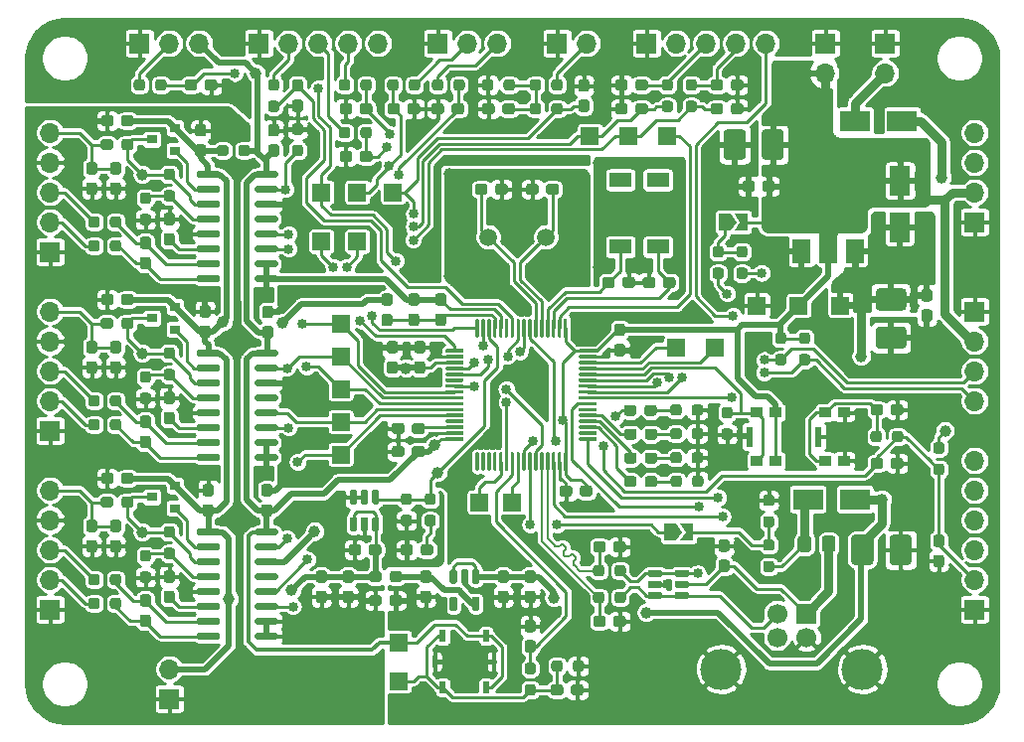
<source format=gtl>
G04 #@! TF.GenerationSoftware,KiCad,Pcbnew,(5.1.9)-1*
G04 #@! TF.CreationDate,2021-05-26T18:29:58+02:00*
G04 #@! TF.ProjectId,thrust_v2,74687275-7374-45f7-9632-2e6b69636164,2.0.3*
G04 #@! TF.SameCoordinates,Original*
G04 #@! TF.FileFunction,Copper,L1,Top*
G04 #@! TF.FilePolarity,Positive*
%FSLAX46Y46*%
G04 Gerber Fmt 4.6, Leading zero omitted, Abs format (unit mm)*
G04 Created by KiCad (PCBNEW (5.1.9)-1) date 2021-05-26 18:29:58*
%MOMM*%
%LPD*%
G01*
G04 APERTURE LIST*
G04 #@! TA.AperFunction,SMDPad,CuDef*
%ADD10R,1.500000X1.500000*%
G04 #@! TD*
G04 #@! TA.AperFunction,SMDPad,CuDef*
%ADD11C,1.000000*%
G04 #@! TD*
G04 #@! TA.AperFunction,SMDPad,CuDef*
%ADD12R,2.500000X1.800000*%
G04 #@! TD*
G04 #@! TA.AperFunction,SMDPad,CuDef*
%ADD13R,1.800000X2.500000*%
G04 #@! TD*
G04 #@! TA.AperFunction,ComponentPad*
%ADD14C,3.500000*%
G04 #@! TD*
G04 #@! TA.AperFunction,ComponentPad*
%ADD15C,1.700000*%
G04 #@! TD*
G04 #@! TA.AperFunction,ComponentPad*
%ADD16R,1.700000X1.700000*%
G04 #@! TD*
G04 #@! TA.AperFunction,SMDPad,CuDef*
%ADD17R,1.900000X1.300000*%
G04 #@! TD*
G04 #@! TA.AperFunction,SMDPad,CuDef*
%ADD18R,0.550000X1.700000*%
G04 #@! TD*
G04 #@! TA.AperFunction,SMDPad,CuDef*
%ADD19R,1.000000X0.900000*%
G04 #@! TD*
G04 #@! TA.AperFunction,SMDPad,CuDef*
%ADD20R,0.450000X1.000000*%
G04 #@! TD*
G04 #@! TA.AperFunction,SMDPad,CuDef*
%ADD21R,0.600000X1.000000*%
G04 #@! TD*
G04 #@! TA.AperFunction,ComponentPad*
%ADD22O,1.700000X1.700000*%
G04 #@! TD*
G04 #@! TA.AperFunction,SMDPad,CuDef*
%ADD23C,0.100000*%
G04 #@! TD*
G04 #@! TA.AperFunction,ComponentPad*
%ADD24C,1.500000*%
G04 #@! TD*
G04 #@! TA.AperFunction,SMDPad,CuDef*
%ADD25R,0.900000X0.800000*%
G04 #@! TD*
G04 #@! TA.AperFunction,SMDPad,CuDef*
%ADD26R,3.800000X2.000000*%
G04 #@! TD*
G04 #@! TA.AperFunction,SMDPad,CuDef*
%ADD27R,1.500000X2.000000*%
G04 #@! TD*
G04 #@! TA.AperFunction,ViaPad*
%ADD28C,1.000000*%
G04 #@! TD*
G04 #@! TA.AperFunction,ViaPad*
%ADD29C,0.850000*%
G04 #@! TD*
G04 #@! TA.AperFunction,Conductor*
%ADD30C,0.500000*%
G04 #@! TD*
G04 #@! TA.AperFunction,Conductor*
%ADD31C,0.250000*%
G04 #@! TD*
G04 #@! TA.AperFunction,Conductor*
%ADD32C,1.500000*%
G04 #@! TD*
G04 #@! TA.AperFunction,Conductor*
%ADD33C,0.750000*%
G04 #@! TD*
G04 #@! TA.AperFunction,Conductor*
%ADD34C,0.350000*%
G04 #@! TD*
G04 #@! TA.AperFunction,Conductor*
%ADD35C,0.450000*%
G04 #@! TD*
G04 #@! TA.AperFunction,Conductor*
%ADD36C,0.200000*%
G04 #@! TD*
G04 #@! TA.AperFunction,Conductor*
%ADD37C,0.254000*%
G04 #@! TD*
G04 #@! TA.AperFunction,Conductor*
%ADD38C,0.100000*%
G04 #@! TD*
G04 #@! TA.AperFunction,Conductor*
%ADD39C,0.300000*%
G04 #@! TD*
G04 APERTURE END LIST*
D10*
X140716000Y-107696000D03*
D11*
X137160000Y-105156000D03*
G04 #@! TA.AperFunction,SMDPad,CuDef*
G36*
G01*
X140196200Y-115746000D02*
X140595800Y-115746000D01*
G75*
G02*
X140696000Y-115846200I0J-100200D01*
G01*
X140696000Y-116845800D01*
G75*
G02*
X140595800Y-116946000I-100200J0D01*
G01*
X140196200Y-116946000D01*
G75*
G02*
X140096000Y-116845800I0J100200D01*
G01*
X140096000Y-115846200D01*
G75*
G02*
X140196200Y-115746000I100200J0D01*
G01*
G37*
G04 #@! TD.AperFunction*
G04 #@! TA.AperFunction,SMDPad,CuDef*
G36*
G01*
X138296200Y-115746000D02*
X138695800Y-115746000D01*
G75*
G02*
X138796000Y-115846200I0J-100200D01*
G01*
X138796000Y-116845800D01*
G75*
G02*
X138695800Y-116946000I-100200J0D01*
G01*
X138296200Y-116946000D01*
G75*
G02*
X138196000Y-116845800I0J100200D01*
G01*
X138196000Y-115846200D01*
G75*
G02*
X138296200Y-115746000I100200J0D01*
G01*
G37*
G04 #@! TD.AperFunction*
G04 #@! TA.AperFunction,SMDPad,CuDef*
G36*
G01*
X138296200Y-113446000D02*
X138695800Y-113446000D01*
G75*
G02*
X138796000Y-113546200I0J-100200D01*
G01*
X138796000Y-114545800D01*
G75*
G02*
X138695800Y-114646000I-100200J0D01*
G01*
X138296200Y-114646000D01*
G75*
G02*
X138196000Y-114545800I0J100200D01*
G01*
X138196000Y-113546200D01*
G75*
G02*
X138296200Y-113446000I100200J0D01*
G01*
G37*
G04 #@! TD.AperFunction*
G04 #@! TA.AperFunction,SMDPad,CuDef*
G36*
G01*
X139246200Y-113446000D02*
X139645800Y-113446000D01*
G75*
G02*
X139746000Y-113546200I0J-100200D01*
G01*
X139746000Y-114545800D01*
G75*
G02*
X139645800Y-114646000I-100200J0D01*
G01*
X139246200Y-114646000D01*
G75*
G02*
X139146000Y-114545800I0J100200D01*
G01*
X139146000Y-113546200D01*
G75*
G02*
X139246200Y-113446000I100200J0D01*
G01*
G37*
G04 #@! TD.AperFunction*
G04 #@! TA.AperFunction,SMDPad,CuDef*
G36*
G01*
X140196200Y-113446000D02*
X140595800Y-113446000D01*
G75*
G02*
X140696000Y-113546200I0J-100200D01*
G01*
X140696000Y-114545800D01*
G75*
G02*
X140595800Y-114646000I-100200J0D01*
G01*
X140196200Y-114646000D01*
G75*
G02*
X140096000Y-114545800I0J100200D01*
G01*
X140096000Y-113546200D01*
G75*
G02*
X140196200Y-113446000I100200J0D01*
G01*
G37*
G04 #@! TD.AperFunction*
G04 #@! TA.AperFunction,SMDPad,CuDef*
G36*
G01*
X130737200Y-108965000D02*
X131136800Y-108965000D01*
G75*
G02*
X131237000Y-109065200I0J-100200D01*
G01*
X131237000Y-110064800D01*
G75*
G02*
X131136800Y-110165000I-100200J0D01*
G01*
X130737200Y-110165000D01*
G75*
G02*
X130637000Y-110064800I0J100200D01*
G01*
X130637000Y-109065200D01*
G75*
G02*
X130737200Y-108965000I100200J0D01*
G01*
G37*
G04 #@! TD.AperFunction*
G04 #@! TA.AperFunction,SMDPad,CuDef*
G36*
G01*
X131687200Y-108965000D02*
X132086800Y-108965000D01*
G75*
G02*
X132187000Y-109065200I0J-100200D01*
G01*
X132187000Y-110064800D01*
G75*
G02*
X132086800Y-110165000I-100200J0D01*
G01*
X131687200Y-110165000D01*
G75*
G02*
X131587000Y-110064800I0J100200D01*
G01*
X131587000Y-109065200D01*
G75*
G02*
X131687200Y-108965000I100200J0D01*
G01*
G37*
G04 #@! TD.AperFunction*
G04 #@! TA.AperFunction,SMDPad,CuDef*
G36*
G01*
X129787200Y-108965000D02*
X130186800Y-108965000D01*
G75*
G02*
X130287000Y-109065200I0J-100200D01*
G01*
X130287000Y-110064800D01*
G75*
G02*
X130186800Y-110165000I-100200J0D01*
G01*
X129787200Y-110165000D01*
G75*
G02*
X129687000Y-110064800I0J100200D01*
G01*
X129687000Y-109065200D01*
G75*
G02*
X129787200Y-108965000I100200J0D01*
G01*
G37*
G04 #@! TD.AperFunction*
G04 #@! TA.AperFunction,SMDPad,CuDef*
G36*
G01*
X129787200Y-106665000D02*
X130186800Y-106665000D01*
G75*
G02*
X130287000Y-106765200I0J-100200D01*
G01*
X130287000Y-107764800D01*
G75*
G02*
X130186800Y-107865000I-100200J0D01*
G01*
X129787200Y-107865000D01*
G75*
G02*
X129687000Y-107764800I0J100200D01*
G01*
X129687000Y-106765200D01*
G75*
G02*
X129787200Y-106665000I100200J0D01*
G01*
G37*
G04 #@! TD.AperFunction*
G04 #@! TA.AperFunction,SMDPad,CuDef*
G36*
G01*
X130737200Y-106665000D02*
X131136800Y-106665000D01*
G75*
G02*
X131237000Y-106765200I0J-100200D01*
G01*
X131237000Y-107764800D01*
G75*
G02*
X131136800Y-107865000I-100200J0D01*
G01*
X130737200Y-107865000D01*
G75*
G02*
X130637000Y-107764800I0J100200D01*
G01*
X130637000Y-106765200D01*
G75*
G02*
X130737200Y-106665000I100200J0D01*
G01*
G37*
G04 #@! TD.AperFunction*
G04 #@! TA.AperFunction,SMDPad,CuDef*
G36*
G01*
X131687200Y-106665000D02*
X132086800Y-106665000D01*
G75*
G02*
X132187000Y-106765200I0J-100200D01*
G01*
X132187000Y-107764800D01*
G75*
G02*
X132086800Y-107865000I-100200J0D01*
G01*
X131687200Y-107865000D01*
G75*
G02*
X131587000Y-107764800I0J100200D01*
G01*
X131587000Y-106765200D01*
G75*
G02*
X131687200Y-106665000I100200J0D01*
G01*
G37*
G04 #@! TD.AperFunction*
G04 #@! TA.AperFunction,SMDPad,CuDef*
G36*
G01*
X157352000Y-114906200D02*
X157352000Y-114506600D01*
G75*
G02*
X157452200Y-114406400I100200J0D01*
G01*
X158451800Y-114406400D01*
G75*
G02*
X158552000Y-114506600I0J-100200D01*
G01*
X158552000Y-114906200D01*
G75*
G02*
X158451800Y-115006400I-100200J0D01*
G01*
X157452200Y-115006400D01*
G75*
G02*
X157352000Y-114906200I0J100200D01*
G01*
G37*
G04 #@! TD.AperFunction*
G04 #@! TA.AperFunction,SMDPad,CuDef*
G36*
G01*
X157352000Y-113956200D02*
X157352000Y-113556600D01*
G75*
G02*
X157452200Y-113456400I100200J0D01*
G01*
X158451800Y-113456400D01*
G75*
G02*
X158552000Y-113556600I0J-100200D01*
G01*
X158552000Y-113956200D01*
G75*
G02*
X158451800Y-114056400I-100200J0D01*
G01*
X157452200Y-114056400D01*
G75*
G02*
X157352000Y-113956200I0J100200D01*
G01*
G37*
G04 #@! TD.AperFunction*
G04 #@! TA.AperFunction,SMDPad,CuDef*
G36*
G01*
X157352000Y-115856200D02*
X157352000Y-115456600D01*
G75*
G02*
X157452200Y-115356400I100200J0D01*
G01*
X158451800Y-115356400D01*
G75*
G02*
X158552000Y-115456600I0J-100200D01*
G01*
X158552000Y-115856200D01*
G75*
G02*
X158451800Y-115956400I-100200J0D01*
G01*
X157452200Y-115956400D01*
G75*
G02*
X157352000Y-115856200I0J100200D01*
G01*
G37*
G04 #@! TD.AperFunction*
G04 #@! TA.AperFunction,SMDPad,CuDef*
G36*
G01*
X155052000Y-115856200D02*
X155052000Y-115456600D01*
G75*
G02*
X155152200Y-115356400I100200J0D01*
G01*
X156151800Y-115356400D01*
G75*
G02*
X156252000Y-115456600I0J-100200D01*
G01*
X156252000Y-115856200D01*
G75*
G02*
X156151800Y-115956400I-100200J0D01*
G01*
X155152200Y-115956400D01*
G75*
G02*
X155052000Y-115856200I0J100200D01*
G01*
G37*
G04 #@! TD.AperFunction*
G04 #@! TA.AperFunction,SMDPad,CuDef*
G36*
G01*
X155052000Y-114906200D02*
X155052000Y-114506600D01*
G75*
G02*
X155152200Y-114406400I100200J0D01*
G01*
X156151800Y-114406400D01*
G75*
G02*
X156252000Y-114506600I0J-100200D01*
G01*
X156252000Y-114906200D01*
G75*
G02*
X156151800Y-115006400I-100200J0D01*
G01*
X155152200Y-115006400D01*
G75*
G02*
X155052000Y-114906200I0J100200D01*
G01*
G37*
G04 #@! TD.AperFunction*
G04 #@! TA.AperFunction,SMDPad,CuDef*
G36*
G01*
X155052000Y-113956200D02*
X155052000Y-113556600D01*
G75*
G02*
X155152200Y-113456400I100200J0D01*
G01*
X156151800Y-113456400D01*
G75*
G02*
X156252000Y-113556600I0J-100200D01*
G01*
X156252000Y-113956200D01*
G75*
G02*
X156151800Y-114056400I-100200J0D01*
G01*
X155152200Y-114056400D01*
G75*
G02*
X155052000Y-113956200I0J100200D01*
G01*
G37*
G04 #@! TD.AperFunction*
G04 #@! TA.AperFunction,SMDPad,CuDef*
G36*
G01*
X175628000Y-112742700D02*
X175628000Y-110777300D01*
G75*
G02*
X175945300Y-110460000I317300J0D01*
G01*
X177210700Y-110460000D01*
G75*
G02*
X177528000Y-110777300I0J-317300D01*
G01*
X177528000Y-112742700D01*
G75*
G02*
X177210700Y-113060000I-317300J0D01*
G01*
X175945300Y-113060000D01*
G75*
G02*
X175628000Y-112742700I0J317300D01*
G01*
G37*
G04 #@! TD.AperFunction*
G04 #@! TA.AperFunction,SMDPad,CuDef*
G36*
G01*
X172378000Y-112742700D02*
X172378000Y-110777300D01*
G75*
G02*
X172695300Y-110460000I317300J0D01*
G01*
X173960700Y-110460000D01*
G75*
G02*
X174278000Y-110777300I0J-317300D01*
G01*
X174278000Y-112742700D01*
G75*
G02*
X173960700Y-113060000I-317300J0D01*
G01*
X172695300Y-113060000D01*
G75*
G02*
X172378000Y-112742700I0J317300D01*
G01*
G37*
G04 #@! TD.AperFunction*
G04 #@! TA.AperFunction,SMDPad,CuDef*
G36*
G01*
X163395500Y-76233300D02*
X163395500Y-78198700D01*
G75*
G02*
X163078200Y-78516000I-317300J0D01*
G01*
X161812800Y-78516000D01*
G75*
G02*
X161495500Y-78198700I0J317300D01*
G01*
X161495500Y-76233300D01*
G75*
G02*
X161812800Y-75916000I317300J0D01*
G01*
X163078200Y-75916000D01*
G75*
G02*
X163395500Y-76233300I0J-317300D01*
G01*
G37*
G04 #@! TD.AperFunction*
G04 #@! TA.AperFunction,SMDPad,CuDef*
G36*
G01*
X166645500Y-76233300D02*
X166645500Y-78198700D01*
G75*
G02*
X166328200Y-78516000I-317300J0D01*
G01*
X165062800Y-78516000D01*
G75*
G02*
X164745500Y-78198700I0J317300D01*
G01*
X164745500Y-76233300D01*
G75*
G02*
X165062800Y-75916000I317300J0D01*
G01*
X166328200Y-75916000D01*
G75*
G02*
X166645500Y-76233300I0J-317300D01*
G01*
G37*
G04 #@! TD.AperFunction*
G04 #@! TA.AperFunction,SMDPad,CuDef*
G36*
G01*
X174785300Y-92724000D02*
X176750700Y-92724000D01*
G75*
G02*
X177068000Y-93041300I0J-317300D01*
G01*
X177068000Y-94306700D01*
G75*
G02*
X176750700Y-94624000I-317300J0D01*
G01*
X174785300Y-94624000D01*
G75*
G02*
X174468000Y-94306700I0J317300D01*
G01*
X174468000Y-93041300D01*
G75*
G02*
X174785300Y-92724000I317300J0D01*
G01*
G37*
G04 #@! TD.AperFunction*
G04 #@! TA.AperFunction,SMDPad,CuDef*
G36*
G01*
X174785300Y-89474000D02*
X176750700Y-89474000D01*
G75*
G02*
X177068000Y-89791300I0J-317300D01*
G01*
X177068000Y-91056700D01*
G75*
G02*
X176750700Y-91374000I-317300J0D01*
G01*
X174785300Y-91374000D01*
G75*
G02*
X174468000Y-91056700I0J317300D01*
G01*
X174468000Y-89791300D01*
G75*
G02*
X174785300Y-89474000I317300J0D01*
G01*
G37*
G04 #@! TD.AperFunction*
D12*
X172720000Y-75184000D03*
X176720000Y-75184000D03*
X168688000Y-107442000D03*
X172688000Y-107442000D03*
D13*
X176530000Y-80296000D03*
X176530000Y-84296000D03*
G04 #@! TA.AperFunction,SMDPad,CuDef*
G36*
G01*
X133837500Y-71898500D02*
X133837500Y-72373500D01*
G75*
G02*
X133600000Y-72611000I-237500J0D01*
G01*
X133100000Y-72611000D01*
G75*
G02*
X132862500Y-72373500I0J237500D01*
G01*
X132862500Y-71898500D01*
G75*
G02*
X133100000Y-71661000I237500J0D01*
G01*
X133600000Y-71661000D01*
G75*
G02*
X133837500Y-71898500I0J-237500D01*
G01*
G37*
G04 #@! TD.AperFunction*
G04 #@! TA.AperFunction,SMDPad,CuDef*
G36*
G01*
X135662500Y-71898500D02*
X135662500Y-72373500D01*
G75*
G02*
X135425000Y-72611000I-237500J0D01*
G01*
X134925000Y-72611000D01*
G75*
G02*
X134687500Y-72373500I0J237500D01*
G01*
X134687500Y-71898500D01*
G75*
G02*
X134925000Y-71661000I237500J0D01*
G01*
X135425000Y-71661000D01*
G75*
G02*
X135662500Y-71898500I0J-237500D01*
G01*
G37*
G04 #@! TD.AperFunction*
G04 #@! TA.AperFunction,SMDPad,CuDef*
G36*
G01*
X138497500Y-72373500D02*
X138497500Y-71898500D01*
G75*
G02*
X138735000Y-71661000I237500J0D01*
G01*
X139235000Y-71661000D01*
G75*
G02*
X139472500Y-71898500I0J-237500D01*
G01*
X139472500Y-72373500D01*
G75*
G02*
X139235000Y-72611000I-237500J0D01*
G01*
X138735000Y-72611000D01*
G75*
G02*
X138497500Y-72373500I0J237500D01*
G01*
G37*
G04 #@! TD.AperFunction*
G04 #@! TA.AperFunction,SMDPad,CuDef*
G36*
G01*
X136672500Y-72373500D02*
X136672500Y-71898500D01*
G75*
G02*
X136910000Y-71661000I237500J0D01*
G01*
X137410000Y-71661000D01*
G75*
G02*
X137647500Y-71898500I0J-237500D01*
G01*
X137647500Y-72373500D01*
G75*
G02*
X137410000Y-72611000I-237500J0D01*
G01*
X136910000Y-72611000D01*
G75*
G02*
X136672500Y-72373500I0J237500D01*
G01*
G37*
G04 #@! TD.AperFunction*
G04 #@! TA.AperFunction,SMDPad,CuDef*
G36*
G01*
X134590500Y-74405500D02*
X134590500Y-73930500D01*
G75*
G02*
X134828000Y-73693000I237500J0D01*
G01*
X135428000Y-73693000D01*
G75*
G02*
X135665500Y-73930500I0J-237500D01*
G01*
X135665500Y-74405500D01*
G75*
G02*
X135428000Y-74643000I-237500J0D01*
G01*
X134828000Y-74643000D01*
G75*
G02*
X134590500Y-74405500I0J237500D01*
G01*
G37*
G04 #@! TD.AperFunction*
G04 #@! TA.AperFunction,SMDPad,CuDef*
G36*
G01*
X132865500Y-74405500D02*
X132865500Y-73930500D01*
G75*
G02*
X133103000Y-73693000I237500J0D01*
G01*
X133703000Y-73693000D01*
G75*
G02*
X133940500Y-73930500I0J-237500D01*
G01*
X133940500Y-74405500D01*
G75*
G02*
X133703000Y-74643000I-237500J0D01*
G01*
X133103000Y-74643000D01*
G75*
G02*
X132865500Y-74405500I0J237500D01*
G01*
G37*
G04 #@! TD.AperFunction*
G04 #@! TA.AperFunction,SMDPad,CuDef*
G36*
G01*
X137697500Y-73930500D02*
X137697500Y-74405500D01*
G75*
G02*
X137460000Y-74643000I-237500J0D01*
G01*
X136860000Y-74643000D01*
G75*
G02*
X136622500Y-74405500I0J237500D01*
G01*
X136622500Y-73930500D01*
G75*
G02*
X136860000Y-73693000I237500J0D01*
G01*
X137460000Y-73693000D01*
G75*
G02*
X137697500Y-73930500I0J-237500D01*
G01*
G37*
G04 #@! TD.AperFunction*
G04 #@! TA.AperFunction,SMDPad,CuDef*
G36*
G01*
X139422500Y-73930500D02*
X139422500Y-74405500D01*
G75*
G02*
X139185000Y-74643000I-237500J0D01*
G01*
X138585000Y-74643000D01*
G75*
G02*
X138347500Y-74405500I0J237500D01*
G01*
X138347500Y-73930500D01*
G75*
G02*
X138585000Y-73693000I237500J0D01*
G01*
X139185000Y-73693000D01*
G75*
G02*
X139422500Y-73930500I0J-237500D01*
G01*
G37*
G04 #@! TD.AperFunction*
G04 #@! TA.AperFunction,SMDPad,CuDef*
G36*
G01*
X134730500Y-107929500D02*
X134255500Y-107929500D01*
G75*
G02*
X134018000Y-107692000I0J237500D01*
G01*
X134018000Y-107192000D01*
G75*
G02*
X134255500Y-106954500I237500J0D01*
G01*
X134730500Y-106954500D01*
G75*
G02*
X134968000Y-107192000I0J-237500D01*
G01*
X134968000Y-107692000D01*
G75*
G02*
X134730500Y-107929500I-237500J0D01*
G01*
G37*
G04 #@! TD.AperFunction*
G04 #@! TA.AperFunction,SMDPad,CuDef*
G36*
G01*
X134730500Y-109754500D02*
X134255500Y-109754500D01*
G75*
G02*
X134018000Y-109517000I0J237500D01*
G01*
X134018000Y-109017000D01*
G75*
G02*
X134255500Y-108779500I237500J0D01*
G01*
X134730500Y-108779500D01*
G75*
G02*
X134968000Y-109017000I0J-237500D01*
G01*
X134968000Y-109517000D01*
G75*
G02*
X134730500Y-109754500I-237500J0D01*
G01*
G37*
G04 #@! TD.AperFunction*
G04 #@! TA.AperFunction,SMDPad,CuDef*
G36*
G01*
X136762500Y-107929500D02*
X136287500Y-107929500D01*
G75*
G02*
X136050000Y-107692000I0J237500D01*
G01*
X136050000Y-107192000D01*
G75*
G02*
X136287500Y-106954500I237500J0D01*
G01*
X136762500Y-106954500D01*
G75*
G02*
X137000000Y-107192000I0J-237500D01*
G01*
X137000000Y-107692000D01*
G75*
G02*
X136762500Y-107929500I-237500J0D01*
G01*
G37*
G04 #@! TD.AperFunction*
G04 #@! TA.AperFunction,SMDPad,CuDef*
G36*
G01*
X136762500Y-109754500D02*
X136287500Y-109754500D01*
G75*
G02*
X136050000Y-109517000I0J237500D01*
G01*
X136050000Y-109017000D01*
G75*
G02*
X136287500Y-108779500I237500J0D01*
G01*
X136762500Y-108779500D01*
G75*
G02*
X137000000Y-109017000I0J-237500D01*
G01*
X137000000Y-109517000D01*
G75*
G02*
X136762500Y-109754500I-237500J0D01*
G01*
G37*
G04 #@! TD.AperFunction*
G04 #@! TA.AperFunction,SMDPad,CuDef*
G36*
G01*
X135057000Y-111522500D02*
X135057000Y-111997500D01*
G75*
G02*
X134819500Y-112235000I-237500J0D01*
G01*
X134219500Y-112235000D01*
G75*
G02*
X133982000Y-111997500I0J237500D01*
G01*
X133982000Y-111522500D01*
G75*
G02*
X134219500Y-111285000I237500J0D01*
G01*
X134819500Y-111285000D01*
G75*
G02*
X135057000Y-111522500I0J-237500D01*
G01*
G37*
G04 #@! TD.AperFunction*
G04 #@! TA.AperFunction,SMDPad,CuDef*
G36*
G01*
X136782000Y-111522500D02*
X136782000Y-111997500D01*
G75*
G02*
X136544500Y-112235000I-237500J0D01*
G01*
X135944500Y-112235000D01*
G75*
G02*
X135707000Y-111997500I0J237500D01*
G01*
X135707000Y-111522500D01*
G75*
G02*
X135944500Y-111285000I237500J0D01*
G01*
X136544500Y-111285000D01*
G75*
G02*
X136782000Y-111522500I0J-237500D01*
G01*
G37*
G04 #@! TD.AperFunction*
D14*
X161290000Y-121920000D03*
X173330000Y-121920000D03*
D15*
X168560000Y-119210000D03*
X166060000Y-119210000D03*
X166060000Y-117210000D03*
D16*
X168560000Y-117210000D03*
D17*
X152704800Y-80228200D03*
X152704800Y-85928200D03*
X155904800Y-80228200D03*
X155904800Y-85928200D03*
D18*
X169555000Y-102108000D03*
D19*
X170180000Y-104158000D03*
X171780000Y-104158000D03*
X170180000Y-100058000D03*
X171780000Y-100058000D03*
D18*
X163713000Y-102108000D03*
D19*
X164338000Y-104158000D03*
X165938000Y-104158000D03*
X164338000Y-100058000D03*
X165938000Y-100058000D03*
D20*
X141956000Y-121285000D03*
X136906000Y-121285000D03*
D21*
X141281000Y-123485000D03*
X141281000Y-119085000D03*
X137581000Y-119085000D03*
X137581000Y-123485000D03*
G04 #@! TA.AperFunction,SMDPad,CuDef*
G36*
G01*
X121602000Y-110386000D02*
X121602000Y-110086000D01*
G75*
G02*
X121752000Y-109936000I150000J0D01*
G01*
X123402000Y-109936000D01*
G75*
G02*
X123552000Y-110086000I0J-150000D01*
G01*
X123552000Y-110386000D01*
G75*
G02*
X123402000Y-110536000I-150000J0D01*
G01*
X121752000Y-110536000D01*
G75*
G02*
X121602000Y-110386000I0J150000D01*
G01*
G37*
G04 #@! TD.AperFunction*
G04 #@! TA.AperFunction,SMDPad,CuDef*
G36*
G01*
X121602000Y-111656000D02*
X121602000Y-111356000D01*
G75*
G02*
X121752000Y-111206000I150000J0D01*
G01*
X123402000Y-111206000D01*
G75*
G02*
X123552000Y-111356000I0J-150000D01*
G01*
X123552000Y-111656000D01*
G75*
G02*
X123402000Y-111806000I-150000J0D01*
G01*
X121752000Y-111806000D01*
G75*
G02*
X121602000Y-111656000I0J150000D01*
G01*
G37*
G04 #@! TD.AperFunction*
G04 #@! TA.AperFunction,SMDPad,CuDef*
G36*
G01*
X121602000Y-112926000D02*
X121602000Y-112626000D01*
G75*
G02*
X121752000Y-112476000I150000J0D01*
G01*
X123402000Y-112476000D01*
G75*
G02*
X123552000Y-112626000I0J-150000D01*
G01*
X123552000Y-112926000D01*
G75*
G02*
X123402000Y-113076000I-150000J0D01*
G01*
X121752000Y-113076000D01*
G75*
G02*
X121602000Y-112926000I0J150000D01*
G01*
G37*
G04 #@! TD.AperFunction*
G04 #@! TA.AperFunction,SMDPad,CuDef*
G36*
G01*
X121602000Y-114196000D02*
X121602000Y-113896000D01*
G75*
G02*
X121752000Y-113746000I150000J0D01*
G01*
X123402000Y-113746000D01*
G75*
G02*
X123552000Y-113896000I0J-150000D01*
G01*
X123552000Y-114196000D01*
G75*
G02*
X123402000Y-114346000I-150000J0D01*
G01*
X121752000Y-114346000D01*
G75*
G02*
X121602000Y-114196000I0J150000D01*
G01*
G37*
G04 #@! TD.AperFunction*
G04 #@! TA.AperFunction,SMDPad,CuDef*
G36*
G01*
X121602000Y-115466000D02*
X121602000Y-115166000D01*
G75*
G02*
X121752000Y-115016000I150000J0D01*
G01*
X123402000Y-115016000D01*
G75*
G02*
X123552000Y-115166000I0J-150000D01*
G01*
X123552000Y-115466000D01*
G75*
G02*
X123402000Y-115616000I-150000J0D01*
G01*
X121752000Y-115616000D01*
G75*
G02*
X121602000Y-115466000I0J150000D01*
G01*
G37*
G04 #@! TD.AperFunction*
G04 #@! TA.AperFunction,SMDPad,CuDef*
G36*
G01*
X121602000Y-116736000D02*
X121602000Y-116436000D01*
G75*
G02*
X121752000Y-116286000I150000J0D01*
G01*
X123402000Y-116286000D01*
G75*
G02*
X123552000Y-116436000I0J-150000D01*
G01*
X123552000Y-116736000D01*
G75*
G02*
X123402000Y-116886000I-150000J0D01*
G01*
X121752000Y-116886000D01*
G75*
G02*
X121602000Y-116736000I0J150000D01*
G01*
G37*
G04 #@! TD.AperFunction*
G04 #@! TA.AperFunction,SMDPad,CuDef*
G36*
G01*
X121602000Y-118006000D02*
X121602000Y-117706000D01*
G75*
G02*
X121752000Y-117556000I150000J0D01*
G01*
X123402000Y-117556000D01*
G75*
G02*
X123552000Y-117706000I0J-150000D01*
G01*
X123552000Y-118006000D01*
G75*
G02*
X123402000Y-118156000I-150000J0D01*
G01*
X121752000Y-118156000D01*
G75*
G02*
X121602000Y-118006000I0J150000D01*
G01*
G37*
G04 #@! TD.AperFunction*
G04 #@! TA.AperFunction,SMDPad,CuDef*
G36*
G01*
X121602000Y-119276000D02*
X121602000Y-118976000D01*
G75*
G02*
X121752000Y-118826000I150000J0D01*
G01*
X123402000Y-118826000D01*
G75*
G02*
X123552000Y-118976000I0J-150000D01*
G01*
X123552000Y-119276000D01*
G75*
G02*
X123402000Y-119426000I-150000J0D01*
G01*
X121752000Y-119426000D01*
G75*
G02*
X121602000Y-119276000I0J150000D01*
G01*
G37*
G04 #@! TD.AperFunction*
G04 #@! TA.AperFunction,SMDPad,CuDef*
G36*
G01*
X116652000Y-119276000D02*
X116652000Y-118976000D01*
G75*
G02*
X116802000Y-118826000I150000J0D01*
G01*
X118452000Y-118826000D01*
G75*
G02*
X118602000Y-118976000I0J-150000D01*
G01*
X118602000Y-119276000D01*
G75*
G02*
X118452000Y-119426000I-150000J0D01*
G01*
X116802000Y-119426000D01*
G75*
G02*
X116652000Y-119276000I0J150000D01*
G01*
G37*
G04 #@! TD.AperFunction*
G04 #@! TA.AperFunction,SMDPad,CuDef*
G36*
G01*
X116652000Y-118006000D02*
X116652000Y-117706000D01*
G75*
G02*
X116802000Y-117556000I150000J0D01*
G01*
X118452000Y-117556000D01*
G75*
G02*
X118602000Y-117706000I0J-150000D01*
G01*
X118602000Y-118006000D01*
G75*
G02*
X118452000Y-118156000I-150000J0D01*
G01*
X116802000Y-118156000D01*
G75*
G02*
X116652000Y-118006000I0J150000D01*
G01*
G37*
G04 #@! TD.AperFunction*
G04 #@! TA.AperFunction,SMDPad,CuDef*
G36*
G01*
X116652000Y-116736000D02*
X116652000Y-116436000D01*
G75*
G02*
X116802000Y-116286000I150000J0D01*
G01*
X118452000Y-116286000D01*
G75*
G02*
X118602000Y-116436000I0J-150000D01*
G01*
X118602000Y-116736000D01*
G75*
G02*
X118452000Y-116886000I-150000J0D01*
G01*
X116802000Y-116886000D01*
G75*
G02*
X116652000Y-116736000I0J150000D01*
G01*
G37*
G04 #@! TD.AperFunction*
G04 #@! TA.AperFunction,SMDPad,CuDef*
G36*
G01*
X116652000Y-115466000D02*
X116652000Y-115166000D01*
G75*
G02*
X116802000Y-115016000I150000J0D01*
G01*
X118452000Y-115016000D01*
G75*
G02*
X118602000Y-115166000I0J-150000D01*
G01*
X118602000Y-115466000D01*
G75*
G02*
X118452000Y-115616000I-150000J0D01*
G01*
X116802000Y-115616000D01*
G75*
G02*
X116652000Y-115466000I0J150000D01*
G01*
G37*
G04 #@! TD.AperFunction*
G04 #@! TA.AperFunction,SMDPad,CuDef*
G36*
G01*
X116652000Y-114196000D02*
X116652000Y-113896000D01*
G75*
G02*
X116802000Y-113746000I150000J0D01*
G01*
X118452000Y-113746000D01*
G75*
G02*
X118602000Y-113896000I0J-150000D01*
G01*
X118602000Y-114196000D01*
G75*
G02*
X118452000Y-114346000I-150000J0D01*
G01*
X116802000Y-114346000D01*
G75*
G02*
X116652000Y-114196000I0J150000D01*
G01*
G37*
G04 #@! TD.AperFunction*
G04 #@! TA.AperFunction,SMDPad,CuDef*
G36*
G01*
X116652000Y-112926000D02*
X116652000Y-112626000D01*
G75*
G02*
X116802000Y-112476000I150000J0D01*
G01*
X118452000Y-112476000D01*
G75*
G02*
X118602000Y-112626000I0J-150000D01*
G01*
X118602000Y-112926000D01*
G75*
G02*
X118452000Y-113076000I-150000J0D01*
G01*
X116802000Y-113076000D01*
G75*
G02*
X116652000Y-112926000I0J150000D01*
G01*
G37*
G04 #@! TD.AperFunction*
G04 #@! TA.AperFunction,SMDPad,CuDef*
G36*
G01*
X116652000Y-111656000D02*
X116652000Y-111356000D01*
G75*
G02*
X116802000Y-111206000I150000J0D01*
G01*
X118452000Y-111206000D01*
G75*
G02*
X118602000Y-111356000I0J-150000D01*
G01*
X118602000Y-111656000D01*
G75*
G02*
X118452000Y-111806000I-150000J0D01*
G01*
X116802000Y-111806000D01*
G75*
G02*
X116652000Y-111656000I0J150000D01*
G01*
G37*
G04 #@! TD.AperFunction*
G04 #@! TA.AperFunction,SMDPad,CuDef*
G36*
G01*
X116652000Y-110386000D02*
X116652000Y-110086000D01*
G75*
G02*
X116802000Y-109936000I150000J0D01*
G01*
X118452000Y-109936000D01*
G75*
G02*
X118602000Y-110086000I0J-150000D01*
G01*
X118602000Y-110386000D01*
G75*
G02*
X118452000Y-110536000I-150000J0D01*
G01*
X116802000Y-110536000D01*
G75*
G02*
X116652000Y-110386000I0J150000D01*
G01*
G37*
G04 #@! TD.AperFunction*
G04 #@! TA.AperFunction,SMDPad,CuDef*
G36*
G01*
X121602000Y-79906000D02*
X121602000Y-79606000D01*
G75*
G02*
X121752000Y-79456000I150000J0D01*
G01*
X123402000Y-79456000D01*
G75*
G02*
X123552000Y-79606000I0J-150000D01*
G01*
X123552000Y-79906000D01*
G75*
G02*
X123402000Y-80056000I-150000J0D01*
G01*
X121752000Y-80056000D01*
G75*
G02*
X121602000Y-79906000I0J150000D01*
G01*
G37*
G04 #@! TD.AperFunction*
G04 #@! TA.AperFunction,SMDPad,CuDef*
G36*
G01*
X121602000Y-81176000D02*
X121602000Y-80876000D01*
G75*
G02*
X121752000Y-80726000I150000J0D01*
G01*
X123402000Y-80726000D01*
G75*
G02*
X123552000Y-80876000I0J-150000D01*
G01*
X123552000Y-81176000D01*
G75*
G02*
X123402000Y-81326000I-150000J0D01*
G01*
X121752000Y-81326000D01*
G75*
G02*
X121602000Y-81176000I0J150000D01*
G01*
G37*
G04 #@! TD.AperFunction*
G04 #@! TA.AperFunction,SMDPad,CuDef*
G36*
G01*
X121602000Y-82446000D02*
X121602000Y-82146000D01*
G75*
G02*
X121752000Y-81996000I150000J0D01*
G01*
X123402000Y-81996000D01*
G75*
G02*
X123552000Y-82146000I0J-150000D01*
G01*
X123552000Y-82446000D01*
G75*
G02*
X123402000Y-82596000I-150000J0D01*
G01*
X121752000Y-82596000D01*
G75*
G02*
X121602000Y-82446000I0J150000D01*
G01*
G37*
G04 #@! TD.AperFunction*
G04 #@! TA.AperFunction,SMDPad,CuDef*
G36*
G01*
X121602000Y-83716000D02*
X121602000Y-83416000D01*
G75*
G02*
X121752000Y-83266000I150000J0D01*
G01*
X123402000Y-83266000D01*
G75*
G02*
X123552000Y-83416000I0J-150000D01*
G01*
X123552000Y-83716000D01*
G75*
G02*
X123402000Y-83866000I-150000J0D01*
G01*
X121752000Y-83866000D01*
G75*
G02*
X121602000Y-83716000I0J150000D01*
G01*
G37*
G04 #@! TD.AperFunction*
G04 #@! TA.AperFunction,SMDPad,CuDef*
G36*
G01*
X121602000Y-84986000D02*
X121602000Y-84686000D01*
G75*
G02*
X121752000Y-84536000I150000J0D01*
G01*
X123402000Y-84536000D01*
G75*
G02*
X123552000Y-84686000I0J-150000D01*
G01*
X123552000Y-84986000D01*
G75*
G02*
X123402000Y-85136000I-150000J0D01*
G01*
X121752000Y-85136000D01*
G75*
G02*
X121602000Y-84986000I0J150000D01*
G01*
G37*
G04 #@! TD.AperFunction*
G04 #@! TA.AperFunction,SMDPad,CuDef*
G36*
G01*
X121602000Y-86256000D02*
X121602000Y-85956000D01*
G75*
G02*
X121752000Y-85806000I150000J0D01*
G01*
X123402000Y-85806000D01*
G75*
G02*
X123552000Y-85956000I0J-150000D01*
G01*
X123552000Y-86256000D01*
G75*
G02*
X123402000Y-86406000I-150000J0D01*
G01*
X121752000Y-86406000D01*
G75*
G02*
X121602000Y-86256000I0J150000D01*
G01*
G37*
G04 #@! TD.AperFunction*
G04 #@! TA.AperFunction,SMDPad,CuDef*
G36*
G01*
X121602000Y-87526000D02*
X121602000Y-87226000D01*
G75*
G02*
X121752000Y-87076000I150000J0D01*
G01*
X123402000Y-87076000D01*
G75*
G02*
X123552000Y-87226000I0J-150000D01*
G01*
X123552000Y-87526000D01*
G75*
G02*
X123402000Y-87676000I-150000J0D01*
G01*
X121752000Y-87676000D01*
G75*
G02*
X121602000Y-87526000I0J150000D01*
G01*
G37*
G04 #@! TD.AperFunction*
G04 #@! TA.AperFunction,SMDPad,CuDef*
G36*
G01*
X121602000Y-88796000D02*
X121602000Y-88496000D01*
G75*
G02*
X121752000Y-88346000I150000J0D01*
G01*
X123402000Y-88346000D01*
G75*
G02*
X123552000Y-88496000I0J-150000D01*
G01*
X123552000Y-88796000D01*
G75*
G02*
X123402000Y-88946000I-150000J0D01*
G01*
X121752000Y-88946000D01*
G75*
G02*
X121602000Y-88796000I0J150000D01*
G01*
G37*
G04 #@! TD.AperFunction*
G04 #@! TA.AperFunction,SMDPad,CuDef*
G36*
G01*
X116652000Y-88796000D02*
X116652000Y-88496000D01*
G75*
G02*
X116802000Y-88346000I150000J0D01*
G01*
X118452000Y-88346000D01*
G75*
G02*
X118602000Y-88496000I0J-150000D01*
G01*
X118602000Y-88796000D01*
G75*
G02*
X118452000Y-88946000I-150000J0D01*
G01*
X116802000Y-88946000D01*
G75*
G02*
X116652000Y-88796000I0J150000D01*
G01*
G37*
G04 #@! TD.AperFunction*
G04 #@! TA.AperFunction,SMDPad,CuDef*
G36*
G01*
X116652000Y-87526000D02*
X116652000Y-87226000D01*
G75*
G02*
X116802000Y-87076000I150000J0D01*
G01*
X118452000Y-87076000D01*
G75*
G02*
X118602000Y-87226000I0J-150000D01*
G01*
X118602000Y-87526000D01*
G75*
G02*
X118452000Y-87676000I-150000J0D01*
G01*
X116802000Y-87676000D01*
G75*
G02*
X116652000Y-87526000I0J150000D01*
G01*
G37*
G04 #@! TD.AperFunction*
G04 #@! TA.AperFunction,SMDPad,CuDef*
G36*
G01*
X116652000Y-86256000D02*
X116652000Y-85956000D01*
G75*
G02*
X116802000Y-85806000I150000J0D01*
G01*
X118452000Y-85806000D01*
G75*
G02*
X118602000Y-85956000I0J-150000D01*
G01*
X118602000Y-86256000D01*
G75*
G02*
X118452000Y-86406000I-150000J0D01*
G01*
X116802000Y-86406000D01*
G75*
G02*
X116652000Y-86256000I0J150000D01*
G01*
G37*
G04 #@! TD.AperFunction*
G04 #@! TA.AperFunction,SMDPad,CuDef*
G36*
G01*
X116652000Y-84986000D02*
X116652000Y-84686000D01*
G75*
G02*
X116802000Y-84536000I150000J0D01*
G01*
X118452000Y-84536000D01*
G75*
G02*
X118602000Y-84686000I0J-150000D01*
G01*
X118602000Y-84986000D01*
G75*
G02*
X118452000Y-85136000I-150000J0D01*
G01*
X116802000Y-85136000D01*
G75*
G02*
X116652000Y-84986000I0J150000D01*
G01*
G37*
G04 #@! TD.AperFunction*
G04 #@! TA.AperFunction,SMDPad,CuDef*
G36*
G01*
X116652000Y-83716000D02*
X116652000Y-83416000D01*
G75*
G02*
X116802000Y-83266000I150000J0D01*
G01*
X118452000Y-83266000D01*
G75*
G02*
X118602000Y-83416000I0J-150000D01*
G01*
X118602000Y-83716000D01*
G75*
G02*
X118452000Y-83866000I-150000J0D01*
G01*
X116802000Y-83866000D01*
G75*
G02*
X116652000Y-83716000I0J150000D01*
G01*
G37*
G04 #@! TD.AperFunction*
G04 #@! TA.AperFunction,SMDPad,CuDef*
G36*
G01*
X116652000Y-82446000D02*
X116652000Y-82146000D01*
G75*
G02*
X116802000Y-81996000I150000J0D01*
G01*
X118452000Y-81996000D01*
G75*
G02*
X118602000Y-82146000I0J-150000D01*
G01*
X118602000Y-82446000D01*
G75*
G02*
X118452000Y-82596000I-150000J0D01*
G01*
X116802000Y-82596000D01*
G75*
G02*
X116652000Y-82446000I0J150000D01*
G01*
G37*
G04 #@! TD.AperFunction*
G04 #@! TA.AperFunction,SMDPad,CuDef*
G36*
G01*
X116652000Y-81176000D02*
X116652000Y-80876000D01*
G75*
G02*
X116802000Y-80726000I150000J0D01*
G01*
X118452000Y-80726000D01*
G75*
G02*
X118602000Y-80876000I0J-150000D01*
G01*
X118602000Y-81176000D01*
G75*
G02*
X118452000Y-81326000I-150000J0D01*
G01*
X116802000Y-81326000D01*
G75*
G02*
X116652000Y-81176000I0J150000D01*
G01*
G37*
G04 #@! TD.AperFunction*
G04 #@! TA.AperFunction,SMDPad,CuDef*
G36*
G01*
X116652000Y-79906000D02*
X116652000Y-79606000D01*
G75*
G02*
X116802000Y-79456000I150000J0D01*
G01*
X118452000Y-79456000D01*
G75*
G02*
X118602000Y-79606000I0J-150000D01*
G01*
X118602000Y-79906000D01*
G75*
G02*
X118452000Y-80056000I-150000J0D01*
G01*
X116802000Y-80056000D01*
G75*
G02*
X116652000Y-79906000I0J150000D01*
G01*
G37*
G04 #@! TD.AperFunction*
G04 #@! TA.AperFunction,SMDPad,CuDef*
G36*
G01*
X121602000Y-95146000D02*
X121602000Y-94846000D01*
G75*
G02*
X121752000Y-94696000I150000J0D01*
G01*
X123402000Y-94696000D01*
G75*
G02*
X123552000Y-94846000I0J-150000D01*
G01*
X123552000Y-95146000D01*
G75*
G02*
X123402000Y-95296000I-150000J0D01*
G01*
X121752000Y-95296000D01*
G75*
G02*
X121602000Y-95146000I0J150000D01*
G01*
G37*
G04 #@! TD.AperFunction*
G04 #@! TA.AperFunction,SMDPad,CuDef*
G36*
G01*
X121602000Y-96416000D02*
X121602000Y-96116000D01*
G75*
G02*
X121752000Y-95966000I150000J0D01*
G01*
X123402000Y-95966000D01*
G75*
G02*
X123552000Y-96116000I0J-150000D01*
G01*
X123552000Y-96416000D01*
G75*
G02*
X123402000Y-96566000I-150000J0D01*
G01*
X121752000Y-96566000D01*
G75*
G02*
X121602000Y-96416000I0J150000D01*
G01*
G37*
G04 #@! TD.AperFunction*
G04 #@! TA.AperFunction,SMDPad,CuDef*
G36*
G01*
X121602000Y-97686000D02*
X121602000Y-97386000D01*
G75*
G02*
X121752000Y-97236000I150000J0D01*
G01*
X123402000Y-97236000D01*
G75*
G02*
X123552000Y-97386000I0J-150000D01*
G01*
X123552000Y-97686000D01*
G75*
G02*
X123402000Y-97836000I-150000J0D01*
G01*
X121752000Y-97836000D01*
G75*
G02*
X121602000Y-97686000I0J150000D01*
G01*
G37*
G04 #@! TD.AperFunction*
G04 #@! TA.AperFunction,SMDPad,CuDef*
G36*
G01*
X121602000Y-98956000D02*
X121602000Y-98656000D01*
G75*
G02*
X121752000Y-98506000I150000J0D01*
G01*
X123402000Y-98506000D01*
G75*
G02*
X123552000Y-98656000I0J-150000D01*
G01*
X123552000Y-98956000D01*
G75*
G02*
X123402000Y-99106000I-150000J0D01*
G01*
X121752000Y-99106000D01*
G75*
G02*
X121602000Y-98956000I0J150000D01*
G01*
G37*
G04 #@! TD.AperFunction*
G04 #@! TA.AperFunction,SMDPad,CuDef*
G36*
G01*
X121602000Y-100226000D02*
X121602000Y-99926000D01*
G75*
G02*
X121752000Y-99776000I150000J0D01*
G01*
X123402000Y-99776000D01*
G75*
G02*
X123552000Y-99926000I0J-150000D01*
G01*
X123552000Y-100226000D01*
G75*
G02*
X123402000Y-100376000I-150000J0D01*
G01*
X121752000Y-100376000D01*
G75*
G02*
X121602000Y-100226000I0J150000D01*
G01*
G37*
G04 #@! TD.AperFunction*
G04 #@! TA.AperFunction,SMDPad,CuDef*
G36*
G01*
X121602000Y-101496000D02*
X121602000Y-101196000D01*
G75*
G02*
X121752000Y-101046000I150000J0D01*
G01*
X123402000Y-101046000D01*
G75*
G02*
X123552000Y-101196000I0J-150000D01*
G01*
X123552000Y-101496000D01*
G75*
G02*
X123402000Y-101646000I-150000J0D01*
G01*
X121752000Y-101646000D01*
G75*
G02*
X121602000Y-101496000I0J150000D01*
G01*
G37*
G04 #@! TD.AperFunction*
G04 #@! TA.AperFunction,SMDPad,CuDef*
G36*
G01*
X121602000Y-102766000D02*
X121602000Y-102466000D01*
G75*
G02*
X121752000Y-102316000I150000J0D01*
G01*
X123402000Y-102316000D01*
G75*
G02*
X123552000Y-102466000I0J-150000D01*
G01*
X123552000Y-102766000D01*
G75*
G02*
X123402000Y-102916000I-150000J0D01*
G01*
X121752000Y-102916000D01*
G75*
G02*
X121602000Y-102766000I0J150000D01*
G01*
G37*
G04 #@! TD.AperFunction*
G04 #@! TA.AperFunction,SMDPad,CuDef*
G36*
G01*
X121602000Y-104036000D02*
X121602000Y-103736000D01*
G75*
G02*
X121752000Y-103586000I150000J0D01*
G01*
X123402000Y-103586000D01*
G75*
G02*
X123552000Y-103736000I0J-150000D01*
G01*
X123552000Y-104036000D01*
G75*
G02*
X123402000Y-104186000I-150000J0D01*
G01*
X121752000Y-104186000D01*
G75*
G02*
X121602000Y-104036000I0J150000D01*
G01*
G37*
G04 #@! TD.AperFunction*
G04 #@! TA.AperFunction,SMDPad,CuDef*
G36*
G01*
X116652000Y-104036000D02*
X116652000Y-103736000D01*
G75*
G02*
X116802000Y-103586000I150000J0D01*
G01*
X118452000Y-103586000D01*
G75*
G02*
X118602000Y-103736000I0J-150000D01*
G01*
X118602000Y-104036000D01*
G75*
G02*
X118452000Y-104186000I-150000J0D01*
G01*
X116802000Y-104186000D01*
G75*
G02*
X116652000Y-104036000I0J150000D01*
G01*
G37*
G04 #@! TD.AperFunction*
G04 #@! TA.AperFunction,SMDPad,CuDef*
G36*
G01*
X116652000Y-102766000D02*
X116652000Y-102466000D01*
G75*
G02*
X116802000Y-102316000I150000J0D01*
G01*
X118452000Y-102316000D01*
G75*
G02*
X118602000Y-102466000I0J-150000D01*
G01*
X118602000Y-102766000D01*
G75*
G02*
X118452000Y-102916000I-150000J0D01*
G01*
X116802000Y-102916000D01*
G75*
G02*
X116652000Y-102766000I0J150000D01*
G01*
G37*
G04 #@! TD.AperFunction*
G04 #@! TA.AperFunction,SMDPad,CuDef*
G36*
G01*
X116652000Y-101496000D02*
X116652000Y-101196000D01*
G75*
G02*
X116802000Y-101046000I150000J0D01*
G01*
X118452000Y-101046000D01*
G75*
G02*
X118602000Y-101196000I0J-150000D01*
G01*
X118602000Y-101496000D01*
G75*
G02*
X118452000Y-101646000I-150000J0D01*
G01*
X116802000Y-101646000D01*
G75*
G02*
X116652000Y-101496000I0J150000D01*
G01*
G37*
G04 #@! TD.AperFunction*
G04 #@! TA.AperFunction,SMDPad,CuDef*
G36*
G01*
X116652000Y-100226000D02*
X116652000Y-99926000D01*
G75*
G02*
X116802000Y-99776000I150000J0D01*
G01*
X118452000Y-99776000D01*
G75*
G02*
X118602000Y-99926000I0J-150000D01*
G01*
X118602000Y-100226000D01*
G75*
G02*
X118452000Y-100376000I-150000J0D01*
G01*
X116802000Y-100376000D01*
G75*
G02*
X116652000Y-100226000I0J150000D01*
G01*
G37*
G04 #@! TD.AperFunction*
G04 #@! TA.AperFunction,SMDPad,CuDef*
G36*
G01*
X116652000Y-98956000D02*
X116652000Y-98656000D01*
G75*
G02*
X116802000Y-98506000I150000J0D01*
G01*
X118452000Y-98506000D01*
G75*
G02*
X118602000Y-98656000I0J-150000D01*
G01*
X118602000Y-98956000D01*
G75*
G02*
X118452000Y-99106000I-150000J0D01*
G01*
X116802000Y-99106000D01*
G75*
G02*
X116652000Y-98956000I0J150000D01*
G01*
G37*
G04 #@! TD.AperFunction*
G04 #@! TA.AperFunction,SMDPad,CuDef*
G36*
G01*
X116652000Y-97686000D02*
X116652000Y-97386000D01*
G75*
G02*
X116802000Y-97236000I150000J0D01*
G01*
X118452000Y-97236000D01*
G75*
G02*
X118602000Y-97386000I0J-150000D01*
G01*
X118602000Y-97686000D01*
G75*
G02*
X118452000Y-97836000I-150000J0D01*
G01*
X116802000Y-97836000D01*
G75*
G02*
X116652000Y-97686000I0J150000D01*
G01*
G37*
G04 #@! TD.AperFunction*
G04 #@! TA.AperFunction,SMDPad,CuDef*
G36*
G01*
X116652000Y-96416000D02*
X116652000Y-96116000D01*
G75*
G02*
X116802000Y-95966000I150000J0D01*
G01*
X118452000Y-95966000D01*
G75*
G02*
X118602000Y-96116000I0J-150000D01*
G01*
X118602000Y-96416000D01*
G75*
G02*
X118452000Y-96566000I-150000J0D01*
G01*
X116802000Y-96566000D01*
G75*
G02*
X116652000Y-96416000I0J150000D01*
G01*
G37*
G04 #@! TD.AperFunction*
G04 #@! TA.AperFunction,SMDPad,CuDef*
G36*
G01*
X116652000Y-95146000D02*
X116652000Y-94846000D01*
G75*
G02*
X116802000Y-94696000I150000J0D01*
G01*
X118452000Y-94696000D01*
G75*
G02*
X118602000Y-94846000I0J-150000D01*
G01*
X118602000Y-95146000D01*
G75*
G02*
X118452000Y-95296000I-150000J0D01*
G01*
X116802000Y-95296000D01*
G75*
G02*
X116652000Y-95146000I0J150000D01*
G01*
G37*
G04 #@! TD.AperFunction*
G04 #@! TA.AperFunction,SMDPad,CuDef*
G36*
G01*
X120186000Y-77961500D02*
X120186000Y-77486500D01*
G75*
G02*
X120423500Y-77249000I237500J0D01*
G01*
X120923500Y-77249000D01*
G75*
G02*
X121161000Y-77486500I0J-237500D01*
G01*
X121161000Y-77961500D01*
G75*
G02*
X120923500Y-78199000I-237500J0D01*
G01*
X120423500Y-78199000D01*
G75*
G02*
X120186000Y-77961500I0J237500D01*
G01*
G37*
G04 #@! TD.AperFunction*
G04 #@! TA.AperFunction,SMDPad,CuDef*
G36*
G01*
X118361000Y-77961500D02*
X118361000Y-77486500D01*
G75*
G02*
X118598500Y-77249000I237500J0D01*
G01*
X119098500Y-77249000D01*
G75*
G02*
X119336000Y-77486500I0J-237500D01*
G01*
X119336000Y-77961500D01*
G75*
G02*
X119098500Y-78199000I-237500J0D01*
G01*
X118598500Y-78199000D01*
G75*
G02*
X118361000Y-77961500I0J237500D01*
G01*
G37*
G04 #@! TD.AperFunction*
G04 #@! TA.AperFunction,SMDPad,CuDef*
G36*
G01*
X132365000Y-115840500D02*
X132365000Y-116315500D01*
G75*
G02*
X132127500Y-116553000I-237500J0D01*
G01*
X131552500Y-116553000D01*
G75*
G02*
X131315000Y-116315500I0J237500D01*
G01*
X131315000Y-115840500D01*
G75*
G02*
X131552500Y-115603000I237500J0D01*
G01*
X132127500Y-115603000D01*
G75*
G02*
X132365000Y-115840500I0J-237500D01*
G01*
G37*
G04 #@! TD.AperFunction*
G04 #@! TA.AperFunction,SMDPad,CuDef*
G36*
G01*
X134115000Y-115840500D02*
X134115000Y-116315500D01*
G75*
G02*
X133877500Y-116553000I-237500J0D01*
G01*
X133302500Y-116553000D01*
G75*
G02*
X133065000Y-116315500I0J237500D01*
G01*
X133065000Y-115840500D01*
G75*
G02*
X133302500Y-115603000I237500J0D01*
G01*
X133877500Y-115603000D01*
G75*
G02*
X134115000Y-115840500I0J-237500D01*
G01*
G37*
G04 #@! TD.AperFunction*
D10*
X133858000Y-119634000D03*
X133858000Y-122936000D03*
G04 #@! TA.AperFunction,SMDPad,CuDef*
G36*
G01*
X153345000Y-71898500D02*
X153345000Y-72373500D01*
G75*
G02*
X153107500Y-72611000I-237500J0D01*
G01*
X152507500Y-72611000D01*
G75*
G02*
X152270000Y-72373500I0J237500D01*
G01*
X152270000Y-71898500D01*
G75*
G02*
X152507500Y-71661000I237500J0D01*
G01*
X153107500Y-71661000D01*
G75*
G02*
X153345000Y-71898500I0J-237500D01*
G01*
G37*
G04 #@! TD.AperFunction*
G04 #@! TA.AperFunction,SMDPad,CuDef*
G36*
G01*
X155070000Y-71898500D02*
X155070000Y-72373500D01*
G75*
G02*
X154832500Y-72611000I-237500J0D01*
G01*
X154232500Y-72611000D01*
G75*
G02*
X153995000Y-72373500I0J237500D01*
G01*
X153995000Y-71898500D01*
G75*
G02*
X154232500Y-71661000I237500J0D01*
G01*
X154832500Y-71661000D01*
G75*
G02*
X155070000Y-71898500I0J-237500D01*
G01*
G37*
G04 #@! TD.AperFunction*
G04 #@! TA.AperFunction,SMDPad,CuDef*
G36*
G01*
X162123000Y-72373500D02*
X162123000Y-71898500D01*
G75*
G02*
X162360500Y-71661000I237500J0D01*
G01*
X162960500Y-71661000D01*
G75*
G02*
X163198000Y-71898500I0J-237500D01*
G01*
X163198000Y-72373500D01*
G75*
G02*
X162960500Y-72611000I-237500J0D01*
G01*
X162360500Y-72611000D01*
G75*
G02*
X162123000Y-72373500I0J237500D01*
G01*
G37*
G04 #@! TD.AperFunction*
G04 #@! TA.AperFunction,SMDPad,CuDef*
G36*
G01*
X160398000Y-72373500D02*
X160398000Y-71898500D01*
G75*
G02*
X160635500Y-71661000I237500J0D01*
G01*
X161235500Y-71661000D01*
G75*
G02*
X161473000Y-71898500I0J-237500D01*
G01*
X161473000Y-72373500D01*
G75*
G02*
X161235500Y-72611000I-237500J0D01*
G01*
X160635500Y-72611000D01*
G75*
G02*
X160398000Y-72373500I0J237500D01*
G01*
G37*
G04 #@! TD.AperFunction*
G04 #@! TA.AperFunction,SMDPad,CuDef*
G36*
G01*
X122952500Y-73473500D02*
X123427500Y-73473500D01*
G75*
G02*
X123665000Y-73711000I0J-237500D01*
G01*
X123665000Y-74211000D01*
G75*
G02*
X123427500Y-74448500I-237500J0D01*
G01*
X122952500Y-74448500D01*
G75*
G02*
X122715000Y-74211000I0J237500D01*
G01*
X122715000Y-73711000D01*
G75*
G02*
X122952500Y-73473500I237500J0D01*
G01*
G37*
G04 #@! TD.AperFunction*
G04 #@! TA.AperFunction,SMDPad,CuDef*
G36*
G01*
X122952500Y-71648500D02*
X123427500Y-71648500D01*
G75*
G02*
X123665000Y-71886000I0J-237500D01*
G01*
X123665000Y-72386000D01*
G75*
G02*
X123427500Y-72623500I-237500J0D01*
G01*
X122952500Y-72623500D01*
G75*
G02*
X122715000Y-72386000I0J237500D01*
G01*
X122715000Y-71886000D01*
G75*
G02*
X122952500Y-71648500I237500J0D01*
G01*
G37*
G04 #@! TD.AperFunction*
G04 #@! TA.AperFunction,SMDPad,CuDef*
G36*
G01*
X130576500Y-76437500D02*
X130576500Y-75962500D01*
G75*
G02*
X130814000Y-75725000I237500J0D01*
G01*
X131314000Y-75725000D01*
G75*
G02*
X131551500Y-75962500I0J-237500D01*
G01*
X131551500Y-76437500D01*
G75*
G02*
X131314000Y-76675000I-237500J0D01*
G01*
X130814000Y-76675000D01*
G75*
G02*
X130576500Y-76437500I0J237500D01*
G01*
G37*
G04 #@! TD.AperFunction*
G04 #@! TA.AperFunction,SMDPad,CuDef*
G36*
G01*
X128751500Y-76437500D02*
X128751500Y-75962500D01*
G75*
G02*
X128989000Y-75725000I237500J0D01*
G01*
X129489000Y-75725000D01*
G75*
G02*
X129726500Y-75962500I0J-237500D01*
G01*
X129726500Y-76437500D01*
G75*
G02*
X129489000Y-76675000I-237500J0D01*
G01*
X128989000Y-76675000D01*
G75*
G02*
X128751500Y-76437500I0J237500D01*
G01*
G37*
G04 #@! TD.AperFunction*
G04 #@! TA.AperFunction,SMDPad,CuDef*
G36*
G01*
X130576500Y-72373500D02*
X130576500Y-71898500D01*
G75*
G02*
X130814000Y-71661000I237500J0D01*
G01*
X131314000Y-71661000D01*
G75*
G02*
X131551500Y-71898500I0J-237500D01*
G01*
X131551500Y-72373500D01*
G75*
G02*
X131314000Y-72611000I-237500J0D01*
G01*
X130814000Y-72611000D01*
G75*
G02*
X130576500Y-72373500I0J237500D01*
G01*
G37*
G04 #@! TD.AperFunction*
G04 #@! TA.AperFunction,SMDPad,CuDef*
G36*
G01*
X128751500Y-72373500D02*
X128751500Y-71898500D01*
G75*
G02*
X128989000Y-71661000I237500J0D01*
G01*
X129489000Y-71661000D01*
G75*
G02*
X129726500Y-71898500I0J-237500D01*
G01*
X129726500Y-72373500D01*
G75*
G02*
X129489000Y-72611000I-237500J0D01*
G01*
X128989000Y-72611000D01*
G75*
G02*
X128751500Y-72373500I0J237500D01*
G01*
G37*
G04 #@! TD.AperFunction*
G04 #@! TA.AperFunction,SMDPad,CuDef*
G36*
G01*
X124984500Y-73376500D02*
X125459500Y-73376500D01*
G75*
G02*
X125697000Y-73614000I0J-237500D01*
G01*
X125697000Y-74214000D01*
G75*
G02*
X125459500Y-74451500I-237500J0D01*
G01*
X124984500Y-74451500D01*
G75*
G02*
X124747000Y-74214000I0J237500D01*
G01*
X124747000Y-73614000D01*
G75*
G02*
X124984500Y-73376500I237500J0D01*
G01*
G37*
G04 #@! TD.AperFunction*
G04 #@! TA.AperFunction,SMDPad,CuDef*
G36*
G01*
X124984500Y-71651500D02*
X125459500Y-71651500D01*
G75*
G02*
X125697000Y-71889000I0J-237500D01*
G01*
X125697000Y-72489000D01*
G75*
G02*
X125459500Y-72726500I-237500J0D01*
G01*
X124984500Y-72726500D01*
G75*
G02*
X124747000Y-72489000I0J237500D01*
G01*
X124747000Y-71889000D01*
G75*
G02*
X124984500Y-71651500I237500J0D01*
G01*
G37*
G04 #@! TD.AperFunction*
G04 #@! TA.AperFunction,SMDPad,CuDef*
G36*
G01*
X129876500Y-77994500D02*
X129876500Y-78469500D01*
G75*
G02*
X129639000Y-78707000I-237500J0D01*
G01*
X129039000Y-78707000D01*
G75*
G02*
X128801500Y-78469500I0J237500D01*
G01*
X128801500Y-77994500D01*
G75*
G02*
X129039000Y-77757000I237500J0D01*
G01*
X129639000Y-77757000D01*
G75*
G02*
X129876500Y-77994500I0J-237500D01*
G01*
G37*
G04 #@! TD.AperFunction*
G04 #@! TA.AperFunction,SMDPad,CuDef*
G36*
G01*
X131601500Y-77994500D02*
X131601500Y-78469500D01*
G75*
G02*
X131364000Y-78707000I-237500J0D01*
G01*
X130764000Y-78707000D01*
G75*
G02*
X130526500Y-78469500I0J237500D01*
G01*
X130526500Y-77994500D01*
G75*
G02*
X130764000Y-77757000I237500J0D01*
G01*
X131364000Y-77757000D01*
G75*
G02*
X131601500Y-77994500I0J-237500D01*
G01*
G37*
G04 #@! TD.AperFunction*
G04 #@! TA.AperFunction,SMDPad,CuDef*
G36*
G01*
X129876500Y-73930500D02*
X129876500Y-74405500D01*
G75*
G02*
X129639000Y-74643000I-237500J0D01*
G01*
X129039000Y-74643000D01*
G75*
G02*
X128801500Y-74405500I0J237500D01*
G01*
X128801500Y-73930500D01*
G75*
G02*
X129039000Y-73693000I237500J0D01*
G01*
X129639000Y-73693000D01*
G75*
G02*
X129876500Y-73930500I0J-237500D01*
G01*
G37*
G04 #@! TD.AperFunction*
G04 #@! TA.AperFunction,SMDPad,CuDef*
G36*
G01*
X131601500Y-73930500D02*
X131601500Y-74405500D01*
G75*
G02*
X131364000Y-74643000I-237500J0D01*
G01*
X130764000Y-74643000D01*
G75*
G02*
X130526500Y-74405500I0J237500D01*
G01*
X130526500Y-73930500D01*
G75*
G02*
X130764000Y-73693000I237500J0D01*
G01*
X131364000Y-73693000D01*
G75*
G02*
X131601500Y-73930500I0J-237500D01*
G01*
G37*
G04 #@! TD.AperFunction*
X156718000Y-76454000D03*
D22*
X165100000Y-68580000D03*
X162560000Y-68580000D03*
X160020000Y-68580000D03*
X157480000Y-68580000D03*
D16*
X154940000Y-68580000D03*
D22*
X132080000Y-68580000D03*
X129540000Y-68580000D03*
X127000000Y-68580000D03*
X124460000Y-68580000D03*
D16*
X121920000Y-68580000D03*
G04 #@! TA.AperFunction,SMDPad,CuDef*
D23*
G36*
X162618000Y-83820000D02*
G01*
X162118000Y-84570000D01*
X161118000Y-84570000D01*
X161118000Y-83070000D01*
X162118000Y-83070000D01*
X162618000Y-83820000D01*
G37*
G04 #@! TD.AperFunction*
G04 #@! TA.AperFunction,SMDPad,CuDef*
G36*
X163568000Y-84570000D02*
G01*
X162418000Y-84570000D01*
X162918000Y-83820000D01*
X162418000Y-83070000D01*
X163568000Y-83070000D01*
X163568000Y-84570000D01*
G37*
G04 #@! TD.AperFunction*
D10*
X164338000Y-90932000D03*
D24*
X146358000Y-85090000D03*
X141478000Y-85090000D03*
G04 #@! TA.AperFunction,SMDPad,CuDef*
G36*
G01*
X145751500Y-80788500D02*
X145751500Y-81263500D01*
G75*
G02*
X145514000Y-81501000I-237500J0D01*
G01*
X144914000Y-81501000D01*
G75*
G02*
X144676500Y-81263500I0J237500D01*
G01*
X144676500Y-80788500D01*
G75*
G02*
X144914000Y-80551000I237500J0D01*
G01*
X145514000Y-80551000D01*
G75*
G02*
X145751500Y-80788500I0J-237500D01*
G01*
G37*
G04 #@! TD.AperFunction*
G04 #@! TA.AperFunction,SMDPad,CuDef*
G36*
G01*
X147476500Y-80788500D02*
X147476500Y-81263500D01*
G75*
G02*
X147239000Y-81501000I-237500J0D01*
G01*
X146639000Y-81501000D01*
G75*
G02*
X146401500Y-81263500I0J237500D01*
G01*
X146401500Y-80788500D01*
G75*
G02*
X146639000Y-80551000I237500J0D01*
G01*
X147239000Y-80551000D01*
G75*
G02*
X147476500Y-80788500I0J-237500D01*
G01*
G37*
G04 #@! TD.AperFunction*
G04 #@! TA.AperFunction,SMDPad,CuDef*
G36*
G01*
X137651500Y-90961500D02*
X137176500Y-90961500D01*
G75*
G02*
X136939000Y-90724000I0J237500D01*
G01*
X136939000Y-90124000D01*
G75*
G02*
X137176500Y-89886500I237500J0D01*
G01*
X137651500Y-89886500D01*
G75*
G02*
X137889000Y-90124000I0J-237500D01*
G01*
X137889000Y-90724000D01*
G75*
G02*
X137651500Y-90961500I-237500J0D01*
G01*
G37*
G04 #@! TD.AperFunction*
G04 #@! TA.AperFunction,SMDPad,CuDef*
G36*
G01*
X137651500Y-92686500D02*
X137176500Y-92686500D01*
G75*
G02*
X136939000Y-92449000I0J237500D01*
G01*
X136939000Y-91849000D01*
G75*
G02*
X137176500Y-91611500I237500J0D01*
G01*
X137651500Y-91611500D01*
G75*
G02*
X137889000Y-91849000I0J-237500D01*
G01*
X137889000Y-92449000D01*
G75*
G02*
X137651500Y-92686500I-237500J0D01*
G01*
G37*
G04 #@! TD.AperFunction*
D10*
X167894000Y-90932000D03*
G04 #@! TA.AperFunction,SMDPad,CuDef*
G36*
G01*
X168639500Y-94213500D02*
X168164500Y-94213500D01*
G75*
G02*
X167927000Y-93976000I0J237500D01*
G01*
X167927000Y-93476000D01*
G75*
G02*
X168164500Y-93238500I237500J0D01*
G01*
X168639500Y-93238500D01*
G75*
G02*
X168877000Y-93476000I0J-237500D01*
G01*
X168877000Y-93976000D01*
G75*
G02*
X168639500Y-94213500I-237500J0D01*
G01*
G37*
G04 #@! TD.AperFunction*
G04 #@! TA.AperFunction,SMDPad,CuDef*
G36*
G01*
X168639500Y-96038500D02*
X168164500Y-96038500D01*
G75*
G02*
X167927000Y-95801000I0J237500D01*
G01*
X167927000Y-95301000D01*
G75*
G02*
X168164500Y-95063500I237500J0D01*
G01*
X168639500Y-95063500D01*
G75*
G02*
X168877000Y-95301000I0J-237500D01*
G01*
X168877000Y-95801000D01*
G75*
G02*
X168639500Y-96038500I-237500J0D01*
G01*
G37*
G04 #@! TD.AperFunction*
X171450000Y-90932000D03*
G04 #@! TA.AperFunction,SMDPad,CuDef*
D23*
G36*
X157972000Y-110236000D02*
G01*
X157472000Y-110986000D01*
X156472000Y-110986000D01*
X156472000Y-109486000D01*
X157472000Y-109486000D01*
X157972000Y-110236000D01*
G37*
G04 #@! TD.AperFunction*
G04 #@! TA.AperFunction,SMDPad,CuDef*
G36*
X158922000Y-110986000D02*
G01*
X157772000Y-110986000D01*
X158272000Y-110236000D01*
X157772000Y-109486000D01*
X158922000Y-109486000D01*
X158922000Y-110986000D01*
G37*
G04 #@! TD.AperFunction*
G04 #@! TA.AperFunction,SMDPad,CuDef*
G36*
G01*
X163305500Y-86847500D02*
X162830500Y-86847500D01*
G75*
G02*
X162593000Y-86610000I0J237500D01*
G01*
X162593000Y-86110000D01*
G75*
G02*
X162830500Y-85872500I237500J0D01*
G01*
X163305500Y-85872500D01*
G75*
G02*
X163543000Y-86110000I0J-237500D01*
G01*
X163543000Y-86610000D01*
G75*
G02*
X163305500Y-86847500I-237500J0D01*
G01*
G37*
G04 #@! TD.AperFunction*
G04 #@! TA.AperFunction,SMDPad,CuDef*
G36*
G01*
X163305500Y-88672500D02*
X162830500Y-88672500D01*
G75*
G02*
X162593000Y-88435000I0J237500D01*
G01*
X162593000Y-87935000D01*
G75*
G02*
X162830500Y-87697500I237500J0D01*
G01*
X163305500Y-87697500D01*
G75*
G02*
X163543000Y-87935000I0J-237500D01*
G01*
X163543000Y-88435000D01*
G75*
G02*
X163305500Y-88672500I-237500J0D01*
G01*
G37*
G04 #@! TD.AperFunction*
G04 #@! TA.AperFunction,SMDPad,CuDef*
G36*
G01*
X161273500Y-86847500D02*
X160798500Y-86847500D01*
G75*
G02*
X160561000Y-86610000I0J237500D01*
G01*
X160561000Y-86110000D01*
G75*
G02*
X160798500Y-85872500I237500J0D01*
G01*
X161273500Y-85872500D01*
G75*
G02*
X161511000Y-86110000I0J-237500D01*
G01*
X161511000Y-86610000D01*
G75*
G02*
X161273500Y-86847500I-237500J0D01*
G01*
G37*
G04 #@! TD.AperFunction*
G04 #@! TA.AperFunction,SMDPad,CuDef*
G36*
G01*
X161273500Y-88672500D02*
X160798500Y-88672500D01*
G75*
G02*
X160561000Y-88435000I0J237500D01*
G01*
X160561000Y-87935000D01*
G75*
G02*
X160798500Y-87697500I237500J0D01*
G01*
X161273500Y-87697500D01*
G75*
G02*
X161511000Y-87935000I0J-237500D01*
G01*
X161511000Y-88435000D01*
G75*
G02*
X161273500Y-88672500I-237500J0D01*
G01*
G37*
G04 #@! TD.AperFunction*
G04 #@! TA.AperFunction,SMDPad,CuDef*
G36*
G01*
X145271500Y-118801000D02*
X144796500Y-118801000D01*
G75*
G02*
X144559000Y-118563500I0J237500D01*
G01*
X144559000Y-117963500D01*
G75*
G02*
X144796500Y-117726000I237500J0D01*
G01*
X145271500Y-117726000D01*
G75*
G02*
X145509000Y-117963500I0J-237500D01*
G01*
X145509000Y-118563500D01*
G75*
G02*
X145271500Y-118801000I-237500J0D01*
G01*
G37*
G04 #@! TD.AperFunction*
G04 #@! TA.AperFunction,SMDPad,CuDef*
G36*
G01*
X145271500Y-120526000D02*
X144796500Y-120526000D01*
G75*
G02*
X144559000Y-120288500I0J237500D01*
G01*
X144559000Y-119688500D01*
G75*
G02*
X144796500Y-119451000I237500J0D01*
G01*
X145271500Y-119451000D01*
G75*
G02*
X145509000Y-119688500I0J-237500D01*
G01*
X145509000Y-120288500D01*
G75*
G02*
X145271500Y-120526000I-237500J0D01*
G01*
G37*
G04 #@! TD.AperFunction*
G04 #@! TA.AperFunction,SMDPad,CuDef*
G36*
G01*
X180069500Y-103564500D02*
X179594500Y-103564500D01*
G75*
G02*
X179357000Y-103327000I0J237500D01*
G01*
X179357000Y-102827000D01*
G75*
G02*
X179594500Y-102589500I237500J0D01*
G01*
X180069500Y-102589500D01*
G75*
G02*
X180307000Y-102827000I0J-237500D01*
G01*
X180307000Y-103327000D01*
G75*
G02*
X180069500Y-103564500I-237500J0D01*
G01*
G37*
G04 #@! TD.AperFunction*
G04 #@! TA.AperFunction,SMDPad,CuDef*
G36*
G01*
X180069500Y-105389500D02*
X179594500Y-105389500D01*
G75*
G02*
X179357000Y-105152000I0J237500D01*
G01*
X179357000Y-104652000D01*
G75*
G02*
X179594500Y-104414500I237500J0D01*
G01*
X180069500Y-104414500D01*
G75*
G02*
X180307000Y-104652000I0J-237500D01*
G01*
X180307000Y-105152000D01*
G75*
G02*
X180069500Y-105389500I-237500J0D01*
G01*
G37*
G04 #@! TD.AperFunction*
G04 #@! TA.AperFunction,SMDPad,CuDef*
G36*
G01*
X179594500Y-112185500D02*
X180069500Y-112185500D01*
G75*
G02*
X180307000Y-112423000I0J-237500D01*
G01*
X180307000Y-113023000D01*
G75*
G02*
X180069500Y-113260500I-237500J0D01*
G01*
X179594500Y-113260500D01*
G75*
G02*
X179357000Y-113023000I0J237500D01*
G01*
X179357000Y-112423000D01*
G75*
G02*
X179594500Y-112185500I237500J0D01*
G01*
G37*
G04 #@! TD.AperFunction*
G04 #@! TA.AperFunction,SMDPad,CuDef*
G36*
G01*
X179594500Y-110460500D02*
X180069500Y-110460500D01*
G75*
G02*
X180307000Y-110698000I0J-237500D01*
G01*
X180307000Y-111298000D01*
G75*
G02*
X180069500Y-111535500I-237500J0D01*
G01*
X179594500Y-111535500D01*
G75*
G02*
X179357000Y-111298000I0J237500D01*
G01*
X179357000Y-110698000D01*
G75*
G02*
X179594500Y-110460500I237500J0D01*
G01*
G37*
G04 #@! TD.AperFunction*
G04 #@! TA.AperFunction,SMDPad,CuDef*
G36*
G01*
X161781500Y-111943000D02*
X161306500Y-111943000D01*
G75*
G02*
X161069000Y-111705500I0J237500D01*
G01*
X161069000Y-111105500D01*
G75*
G02*
X161306500Y-110868000I237500J0D01*
G01*
X161781500Y-110868000D01*
G75*
G02*
X162019000Y-111105500I0J-237500D01*
G01*
X162019000Y-111705500D01*
G75*
G02*
X161781500Y-111943000I-237500J0D01*
G01*
G37*
G04 #@! TD.AperFunction*
G04 #@! TA.AperFunction,SMDPad,CuDef*
G36*
G01*
X161781500Y-113668000D02*
X161306500Y-113668000D01*
G75*
G02*
X161069000Y-113430500I0J237500D01*
G01*
X161069000Y-112830500D01*
G75*
G02*
X161306500Y-112593000I237500J0D01*
G01*
X161781500Y-112593000D01*
G75*
G02*
X162019000Y-112830500I0J-237500D01*
G01*
X162019000Y-113430500D01*
G75*
G02*
X161781500Y-113668000I-237500J0D01*
G01*
G37*
G04 #@! TD.AperFunction*
G04 #@! TA.AperFunction,SMDPad,CuDef*
G36*
G01*
X175835500Y-102345500D02*
X175835500Y-101870500D01*
G75*
G02*
X176073000Y-101633000I237500J0D01*
G01*
X176573000Y-101633000D01*
G75*
G02*
X176810500Y-101870500I0J-237500D01*
G01*
X176810500Y-102345500D01*
G75*
G02*
X176573000Y-102583000I-237500J0D01*
G01*
X176073000Y-102583000D01*
G75*
G02*
X175835500Y-102345500I0J237500D01*
G01*
G37*
G04 #@! TD.AperFunction*
G04 #@! TA.AperFunction,SMDPad,CuDef*
G36*
G01*
X174010500Y-102345500D02*
X174010500Y-101870500D01*
G75*
G02*
X174248000Y-101633000I237500J0D01*
G01*
X174748000Y-101633000D01*
G75*
G02*
X174985500Y-101870500I0J-237500D01*
G01*
X174985500Y-102345500D01*
G75*
G02*
X174748000Y-102583000I-237500J0D01*
G01*
X174248000Y-102583000D01*
G75*
G02*
X174010500Y-102345500I0J237500D01*
G01*
G37*
G04 #@! TD.AperFunction*
G04 #@! TA.AperFunction,SMDPad,CuDef*
G36*
G01*
X147807500Y-121428500D02*
X147807500Y-121903500D01*
G75*
G02*
X147570000Y-122141000I-237500J0D01*
G01*
X147070000Y-122141000D01*
G75*
G02*
X146832500Y-121903500I0J237500D01*
G01*
X146832500Y-121428500D01*
G75*
G02*
X147070000Y-121191000I237500J0D01*
G01*
X147570000Y-121191000D01*
G75*
G02*
X147807500Y-121428500I0J-237500D01*
G01*
G37*
G04 #@! TD.AperFunction*
G04 #@! TA.AperFunction,SMDPad,CuDef*
G36*
G01*
X149632500Y-121428500D02*
X149632500Y-121903500D01*
G75*
G02*
X149395000Y-122141000I-237500J0D01*
G01*
X148895000Y-122141000D01*
G75*
G02*
X148657500Y-121903500I0J237500D01*
G01*
X148657500Y-121428500D01*
G75*
G02*
X148895000Y-121191000I237500J0D01*
G01*
X149395000Y-121191000D01*
G75*
G02*
X149632500Y-121428500I0J-237500D01*
G01*
G37*
G04 #@! TD.AperFunction*
G04 #@! TA.AperFunction,SMDPad,CuDef*
G36*
G01*
X144796500Y-123210500D02*
X145271500Y-123210500D01*
G75*
G02*
X145509000Y-123448000I0J-237500D01*
G01*
X145509000Y-123948000D01*
G75*
G02*
X145271500Y-124185500I-237500J0D01*
G01*
X144796500Y-124185500D01*
G75*
G02*
X144559000Y-123948000I0J237500D01*
G01*
X144559000Y-123448000D01*
G75*
G02*
X144796500Y-123210500I237500J0D01*
G01*
G37*
G04 #@! TD.AperFunction*
G04 #@! TA.AperFunction,SMDPad,CuDef*
G36*
G01*
X144796500Y-121385500D02*
X145271500Y-121385500D01*
G75*
G02*
X145509000Y-121623000I0J-237500D01*
G01*
X145509000Y-122123000D01*
G75*
G02*
X145271500Y-122360500I-237500J0D01*
G01*
X144796500Y-122360500D01*
G75*
G02*
X144559000Y-122123000I0J237500D01*
G01*
X144559000Y-121623000D01*
G75*
G02*
X144796500Y-121385500I237500J0D01*
G01*
G37*
G04 #@! TD.AperFunction*
G04 #@! TA.AperFunction,SMDPad,CuDef*
G36*
G01*
X175738500Y-100059500D02*
X175738500Y-99584500D01*
G75*
G02*
X175976000Y-99347000I237500J0D01*
G01*
X176576000Y-99347000D01*
G75*
G02*
X176813500Y-99584500I0J-237500D01*
G01*
X176813500Y-100059500D01*
G75*
G02*
X176576000Y-100297000I-237500J0D01*
G01*
X175976000Y-100297000D01*
G75*
G02*
X175738500Y-100059500I0J237500D01*
G01*
G37*
G04 #@! TD.AperFunction*
G04 #@! TA.AperFunction,SMDPad,CuDef*
G36*
G01*
X174013500Y-100059500D02*
X174013500Y-99584500D01*
G75*
G02*
X174251000Y-99347000I237500J0D01*
G01*
X174851000Y-99347000D01*
G75*
G02*
X175088500Y-99584500I0J-237500D01*
G01*
X175088500Y-100059500D01*
G75*
G02*
X174851000Y-100297000I-237500J0D01*
G01*
X174251000Y-100297000D01*
G75*
G02*
X174013500Y-100059500I0J237500D01*
G01*
G37*
G04 #@! TD.AperFunction*
G04 #@! TA.AperFunction,SMDPad,CuDef*
G36*
G01*
X175738500Y-104631500D02*
X175738500Y-104156500D01*
G75*
G02*
X175976000Y-103919000I237500J0D01*
G01*
X176576000Y-103919000D01*
G75*
G02*
X176813500Y-104156500I0J-237500D01*
G01*
X176813500Y-104631500D01*
G75*
G02*
X176576000Y-104869000I-237500J0D01*
G01*
X175976000Y-104869000D01*
G75*
G02*
X175738500Y-104631500I0J237500D01*
G01*
G37*
G04 #@! TD.AperFunction*
G04 #@! TA.AperFunction,SMDPad,CuDef*
G36*
G01*
X174013500Y-104631500D02*
X174013500Y-104156500D01*
G75*
G02*
X174251000Y-103919000I237500J0D01*
G01*
X174851000Y-103919000D01*
G75*
G02*
X175088500Y-104156500I0J-237500D01*
G01*
X175088500Y-104631500D01*
G75*
G02*
X174851000Y-104869000I-237500J0D01*
G01*
X174251000Y-104869000D01*
G75*
G02*
X174013500Y-104631500I0J237500D01*
G01*
G37*
G04 #@! TD.AperFunction*
G04 #@! TA.AperFunction,SMDPad,CuDef*
G36*
G01*
X148507500Y-123935500D02*
X148507500Y-123460500D01*
G75*
G02*
X148745000Y-123223000I237500J0D01*
G01*
X149345000Y-123223000D01*
G75*
G02*
X149582500Y-123460500I0J-237500D01*
G01*
X149582500Y-123935500D01*
G75*
G02*
X149345000Y-124173000I-237500J0D01*
G01*
X148745000Y-124173000D01*
G75*
G02*
X148507500Y-123935500I0J237500D01*
G01*
G37*
G04 #@! TD.AperFunction*
G04 #@! TA.AperFunction,SMDPad,CuDef*
G36*
G01*
X146782500Y-123935500D02*
X146782500Y-123460500D01*
G75*
G02*
X147020000Y-123223000I237500J0D01*
G01*
X147620000Y-123223000D01*
G75*
G02*
X147857500Y-123460500I0J-237500D01*
G01*
X147857500Y-123935500D01*
G75*
G02*
X147620000Y-124173000I-237500J0D01*
G01*
X147020000Y-124173000D01*
G75*
G02*
X146782500Y-123935500I0J237500D01*
G01*
G37*
G04 #@! TD.AperFunction*
D10*
X127254000Y-85471000D03*
X130302000Y-85471000D03*
G04 #@! TA.AperFunction,SMDPad,CuDef*
G36*
G01*
X178578500Y-91257000D02*
X179053500Y-91257000D01*
G75*
G02*
X179291000Y-91494500I0J-237500D01*
G01*
X179291000Y-92094500D01*
G75*
G02*
X179053500Y-92332000I-237500J0D01*
G01*
X178578500Y-92332000D01*
G75*
G02*
X178341000Y-92094500I0J237500D01*
G01*
X178341000Y-91494500D01*
G75*
G02*
X178578500Y-91257000I237500J0D01*
G01*
G37*
G04 #@! TD.AperFunction*
G04 #@! TA.AperFunction,SMDPad,CuDef*
G36*
G01*
X178578500Y-89532000D02*
X179053500Y-89532000D01*
G75*
G02*
X179291000Y-89769500I0J-237500D01*
G01*
X179291000Y-90369500D01*
G75*
G02*
X179053500Y-90607000I-237500J0D01*
G01*
X178578500Y-90607000D01*
G75*
G02*
X178341000Y-90369500I0J237500D01*
G01*
X178341000Y-89769500D01*
G75*
G02*
X178578500Y-89532000I237500J0D01*
G01*
G37*
G04 #@! TD.AperFunction*
G04 #@! TA.AperFunction,SMDPad,CuDef*
G36*
G01*
X166607500Y-94213500D02*
X166132500Y-94213500D01*
G75*
G02*
X165895000Y-93976000I0J237500D01*
G01*
X165895000Y-93476000D01*
G75*
G02*
X166132500Y-93238500I237500J0D01*
G01*
X166607500Y-93238500D01*
G75*
G02*
X166845000Y-93476000I0J-237500D01*
G01*
X166845000Y-93976000D01*
G75*
G02*
X166607500Y-94213500I-237500J0D01*
G01*
G37*
G04 #@! TD.AperFunction*
G04 #@! TA.AperFunction,SMDPad,CuDef*
G36*
G01*
X166607500Y-96038500D02*
X166132500Y-96038500D01*
G75*
G02*
X165895000Y-95801000I0J237500D01*
G01*
X165895000Y-95301000D01*
G75*
G02*
X166132500Y-95063500I237500J0D01*
G01*
X166607500Y-95063500D01*
G75*
G02*
X166845000Y-95301000I0J-237500D01*
G01*
X166845000Y-95801000D01*
G75*
G02*
X166607500Y-96038500I-237500J0D01*
G01*
G37*
G04 #@! TD.AperFunction*
G04 #@! TA.AperFunction,SMDPad,CuDef*
G36*
G01*
X116729500Y-77186500D02*
X117204500Y-77186500D01*
G75*
G02*
X117442000Y-77424000I0J-237500D01*
G01*
X117442000Y-78024000D01*
G75*
G02*
X117204500Y-78261500I-237500J0D01*
G01*
X116729500Y-78261500D01*
G75*
G02*
X116492000Y-78024000I0J237500D01*
G01*
X116492000Y-77424000D01*
G75*
G02*
X116729500Y-77186500I237500J0D01*
G01*
G37*
G04 #@! TD.AperFunction*
G04 #@! TA.AperFunction,SMDPad,CuDef*
G36*
G01*
X116729500Y-75461500D02*
X117204500Y-75461500D01*
G75*
G02*
X117442000Y-75699000I0J-237500D01*
G01*
X117442000Y-76299000D01*
G75*
G02*
X117204500Y-76536500I-237500J0D01*
G01*
X116729500Y-76536500D01*
G75*
G02*
X116492000Y-76299000I0J237500D01*
G01*
X116492000Y-75699000D01*
G75*
G02*
X116729500Y-75461500I237500J0D01*
G01*
G37*
G04 #@! TD.AperFunction*
X160782000Y-94488000D03*
G04 #@! TA.AperFunction,SMDPad,CuDef*
G36*
G01*
X161560500Y-101413500D02*
X162035500Y-101413500D01*
G75*
G02*
X162273000Y-101651000I0J-237500D01*
G01*
X162273000Y-102151000D01*
G75*
G02*
X162035500Y-102388500I-237500J0D01*
G01*
X161560500Y-102388500D01*
G75*
G02*
X161323000Y-102151000I0J237500D01*
G01*
X161323000Y-101651000D01*
G75*
G02*
X161560500Y-101413500I237500J0D01*
G01*
G37*
G04 #@! TD.AperFunction*
G04 #@! TA.AperFunction,SMDPad,CuDef*
G36*
G01*
X161560500Y-99588500D02*
X162035500Y-99588500D01*
G75*
G02*
X162273000Y-99826000I0J-237500D01*
G01*
X162273000Y-100326000D01*
G75*
G02*
X162035500Y-100563500I-237500J0D01*
G01*
X161560500Y-100563500D01*
G75*
G02*
X161323000Y-100326000I0J237500D01*
G01*
X161323000Y-99826000D01*
G75*
G02*
X161560500Y-99588500I237500J0D01*
G01*
G37*
G04 #@! TD.AperFunction*
X143510000Y-107696000D03*
X157480000Y-94488000D03*
D22*
X182880000Y-104140000D03*
X182880000Y-106680000D03*
X182880000Y-109220000D03*
X182880000Y-111760000D03*
X182880000Y-114300000D03*
D16*
X182880000Y-116840000D03*
G04 #@! TA.AperFunction,SMDPad,CuDef*
G36*
G01*
X135906500Y-115233500D02*
X136381500Y-115233500D01*
G75*
G02*
X136619000Y-115471000I0J-237500D01*
G01*
X136619000Y-116071000D01*
G75*
G02*
X136381500Y-116308500I-237500J0D01*
G01*
X135906500Y-116308500D01*
G75*
G02*
X135669000Y-116071000I0J237500D01*
G01*
X135669000Y-115471000D01*
G75*
G02*
X135906500Y-115233500I237500J0D01*
G01*
G37*
G04 #@! TD.AperFunction*
G04 #@! TA.AperFunction,SMDPad,CuDef*
G36*
G01*
X135906500Y-113508500D02*
X136381500Y-113508500D01*
G75*
G02*
X136619000Y-113746000I0J-237500D01*
G01*
X136619000Y-114346000D01*
G75*
G02*
X136381500Y-114583500I-237500J0D01*
G01*
X135906500Y-114583500D01*
G75*
G02*
X135669000Y-114346000I0J237500D01*
G01*
X135669000Y-113746000D01*
G75*
G02*
X135906500Y-113508500I237500J0D01*
G01*
G37*
G04 #@! TD.AperFunction*
D11*
X112014000Y-110236000D03*
X112014000Y-94996000D03*
X112014000Y-79756000D03*
G04 #@! TA.AperFunction,SMDPad,CuDef*
G36*
G01*
X113097500Y-72373500D02*
X113097500Y-71898500D01*
G75*
G02*
X113335000Y-71661000I237500J0D01*
G01*
X113835000Y-71661000D01*
G75*
G02*
X114072500Y-71898500I0J-237500D01*
G01*
X114072500Y-72373500D01*
G75*
G02*
X113835000Y-72611000I-237500J0D01*
G01*
X113335000Y-72611000D01*
G75*
G02*
X113097500Y-72373500I0J237500D01*
G01*
G37*
G04 #@! TD.AperFunction*
G04 #@! TA.AperFunction,SMDPad,CuDef*
G36*
G01*
X111272500Y-72373500D02*
X111272500Y-71898500D01*
G75*
G02*
X111510000Y-71661000I237500J0D01*
G01*
X112010000Y-71661000D01*
G75*
G02*
X112247500Y-71898500I0J-237500D01*
G01*
X112247500Y-72373500D01*
G75*
G02*
X112010000Y-72611000I-237500J0D01*
G01*
X111510000Y-72611000D01*
G75*
G02*
X111272500Y-72373500I0J237500D01*
G01*
G37*
G04 #@! TD.AperFunction*
G04 #@! TA.AperFunction,SMDPad,CuDef*
G36*
G01*
X151363500Y-115586500D02*
X151363500Y-116061500D01*
G75*
G02*
X151126000Y-116299000I-237500J0D01*
G01*
X150626000Y-116299000D01*
G75*
G02*
X150388500Y-116061500I0J237500D01*
G01*
X150388500Y-115586500D01*
G75*
G02*
X150626000Y-115349000I237500J0D01*
G01*
X151126000Y-115349000D01*
G75*
G02*
X151363500Y-115586500I0J-237500D01*
G01*
G37*
G04 #@! TD.AperFunction*
G04 #@! TA.AperFunction,SMDPad,CuDef*
G36*
G01*
X153188500Y-115586500D02*
X153188500Y-116061500D01*
G75*
G02*
X152951000Y-116299000I-237500J0D01*
G01*
X152451000Y-116299000D01*
G75*
G02*
X152213500Y-116061500I0J237500D01*
G01*
X152213500Y-115586500D01*
G75*
G02*
X152451000Y-115349000I237500J0D01*
G01*
X152951000Y-115349000D01*
G75*
G02*
X153188500Y-115586500I0J-237500D01*
G01*
G37*
G04 #@! TD.AperFunction*
G04 #@! TA.AperFunction,SMDPad,CuDef*
G36*
G01*
X151363500Y-113300500D02*
X151363500Y-113775500D01*
G75*
G02*
X151126000Y-114013000I-237500J0D01*
G01*
X150626000Y-114013000D01*
G75*
G02*
X150388500Y-113775500I0J237500D01*
G01*
X150388500Y-113300500D01*
G75*
G02*
X150626000Y-113063000I237500J0D01*
G01*
X151126000Y-113063000D01*
G75*
G02*
X151363500Y-113300500I0J-237500D01*
G01*
G37*
G04 #@! TD.AperFunction*
G04 #@! TA.AperFunction,SMDPad,CuDef*
G36*
G01*
X153188500Y-113300500D02*
X153188500Y-113775500D01*
G75*
G02*
X152951000Y-114013000I-237500J0D01*
G01*
X152451000Y-114013000D01*
G75*
G02*
X152213500Y-113775500I0J237500D01*
G01*
X152213500Y-113300500D01*
G75*
G02*
X152451000Y-113063000I237500J0D01*
G01*
X152951000Y-113063000D01*
G75*
G02*
X153188500Y-113300500I0J-237500D01*
G01*
G37*
G04 #@! TD.AperFunction*
G04 #@! TA.AperFunction,SMDPad,CuDef*
G36*
G01*
X165591500Y-111843000D02*
X165116500Y-111843000D01*
G75*
G02*
X164879000Y-111605500I0J237500D01*
G01*
X164879000Y-111105500D01*
G75*
G02*
X165116500Y-110868000I237500J0D01*
G01*
X165591500Y-110868000D01*
G75*
G02*
X165829000Y-111105500I0J-237500D01*
G01*
X165829000Y-111605500D01*
G75*
G02*
X165591500Y-111843000I-237500J0D01*
G01*
G37*
G04 #@! TD.AperFunction*
G04 #@! TA.AperFunction,SMDPad,CuDef*
G36*
G01*
X165591500Y-113668000D02*
X165116500Y-113668000D01*
G75*
G02*
X164879000Y-113430500I0J237500D01*
G01*
X164879000Y-112930500D01*
G75*
G02*
X165116500Y-112693000I237500J0D01*
G01*
X165591500Y-112693000D01*
G75*
G02*
X165829000Y-112930500I0J-237500D01*
G01*
X165829000Y-113430500D01*
G75*
G02*
X165591500Y-113668000I-237500J0D01*
G01*
G37*
G04 #@! TD.AperFunction*
G04 #@! TA.AperFunction,SMDPad,CuDef*
G36*
G01*
X165591500Y-108033000D02*
X165116500Y-108033000D01*
G75*
G02*
X164879000Y-107795500I0J237500D01*
G01*
X164879000Y-107295500D01*
G75*
G02*
X165116500Y-107058000I237500J0D01*
G01*
X165591500Y-107058000D01*
G75*
G02*
X165829000Y-107295500I0J-237500D01*
G01*
X165829000Y-107795500D01*
G75*
G02*
X165591500Y-108033000I-237500J0D01*
G01*
G37*
G04 #@! TD.AperFunction*
G04 #@! TA.AperFunction,SMDPad,CuDef*
G36*
G01*
X165591500Y-109858000D02*
X165116500Y-109858000D01*
G75*
G02*
X164879000Y-109620500I0J237500D01*
G01*
X164879000Y-109120500D01*
G75*
G02*
X165116500Y-108883000I237500J0D01*
G01*
X165591500Y-108883000D01*
G75*
G02*
X165829000Y-109120500I0J-237500D01*
G01*
X165829000Y-109620500D01*
G75*
G02*
X165591500Y-109858000I-237500J0D01*
G01*
G37*
G04 #@! TD.AperFunction*
G04 #@! TA.AperFunction,SMDPad,CuDef*
G36*
G01*
X145982500Y-71898500D02*
X145982500Y-72373500D01*
G75*
G02*
X145745000Y-72611000I-237500J0D01*
G01*
X145245000Y-72611000D01*
G75*
G02*
X145007500Y-72373500I0J237500D01*
G01*
X145007500Y-71898500D01*
G75*
G02*
X145245000Y-71661000I237500J0D01*
G01*
X145745000Y-71661000D01*
G75*
G02*
X145982500Y-71898500I0J-237500D01*
G01*
G37*
G04 #@! TD.AperFunction*
G04 #@! TA.AperFunction,SMDPad,CuDef*
G36*
G01*
X147807500Y-71898500D02*
X147807500Y-72373500D01*
G75*
G02*
X147570000Y-72611000I-237500J0D01*
G01*
X147070000Y-72611000D01*
G75*
G02*
X146832500Y-72373500I0J237500D01*
G01*
X146832500Y-71898500D01*
G75*
G02*
X147070000Y-71661000I237500J0D01*
G01*
X147570000Y-71661000D01*
G75*
G02*
X147807500Y-71898500I0J-237500D01*
G01*
G37*
G04 #@! TD.AperFunction*
G04 #@! TA.AperFunction,SMDPad,CuDef*
G36*
G01*
X142768500Y-72373500D02*
X142768500Y-71898500D01*
G75*
G02*
X143006000Y-71661000I237500J0D01*
G01*
X143506000Y-71661000D01*
G75*
G02*
X143743500Y-71898500I0J-237500D01*
G01*
X143743500Y-72373500D01*
G75*
G02*
X143506000Y-72611000I-237500J0D01*
G01*
X143006000Y-72611000D01*
G75*
G02*
X142768500Y-72373500I0J237500D01*
G01*
G37*
G04 #@! TD.AperFunction*
G04 #@! TA.AperFunction,SMDPad,CuDef*
G36*
G01*
X140943500Y-72373500D02*
X140943500Y-71898500D01*
G75*
G02*
X141181000Y-71661000I237500J0D01*
G01*
X141681000Y-71661000D01*
G75*
G02*
X141918500Y-71898500I0J-237500D01*
G01*
X141918500Y-72373500D01*
G75*
G02*
X141681000Y-72611000I-237500J0D01*
G01*
X141181000Y-72611000D01*
G75*
G02*
X140943500Y-72373500I0J237500D01*
G01*
G37*
G04 #@! TD.AperFunction*
G04 #@! TA.AperFunction,SMDPad,CuDef*
G36*
G01*
X156480500Y-73473500D02*
X156955500Y-73473500D01*
G75*
G02*
X157193000Y-73711000I0J-237500D01*
G01*
X157193000Y-74211000D01*
G75*
G02*
X156955500Y-74448500I-237500J0D01*
G01*
X156480500Y-74448500D01*
G75*
G02*
X156243000Y-74211000I0J237500D01*
G01*
X156243000Y-73711000D01*
G75*
G02*
X156480500Y-73473500I237500J0D01*
G01*
G37*
G04 #@! TD.AperFunction*
G04 #@! TA.AperFunction,SMDPad,CuDef*
G36*
G01*
X156480500Y-71648500D02*
X156955500Y-71648500D01*
G75*
G02*
X157193000Y-71886000I0J-237500D01*
G01*
X157193000Y-72386000D01*
G75*
G02*
X156955500Y-72623500I-237500J0D01*
G01*
X156480500Y-72623500D01*
G75*
G02*
X156243000Y-72386000I0J237500D01*
G01*
X156243000Y-71886000D01*
G75*
G02*
X156480500Y-71648500I237500J0D01*
G01*
G37*
G04 #@! TD.AperFunction*
G04 #@! TA.AperFunction,SMDPad,CuDef*
G36*
G01*
X146832500Y-74405500D02*
X146832500Y-73930500D01*
G75*
G02*
X147070000Y-73693000I237500J0D01*
G01*
X147570000Y-73693000D01*
G75*
G02*
X147807500Y-73930500I0J-237500D01*
G01*
X147807500Y-74405500D01*
G75*
G02*
X147570000Y-74643000I-237500J0D01*
G01*
X147070000Y-74643000D01*
G75*
G02*
X146832500Y-74405500I0J237500D01*
G01*
G37*
G04 #@! TD.AperFunction*
G04 #@! TA.AperFunction,SMDPad,CuDef*
G36*
G01*
X145007500Y-74405500D02*
X145007500Y-73930500D01*
G75*
G02*
X145245000Y-73693000I237500J0D01*
G01*
X145745000Y-73693000D01*
G75*
G02*
X145982500Y-73930500I0J-237500D01*
G01*
X145982500Y-74405500D01*
G75*
G02*
X145745000Y-74643000I-237500J0D01*
G01*
X145245000Y-74643000D01*
G75*
G02*
X145007500Y-74405500I0J237500D01*
G01*
G37*
G04 #@! TD.AperFunction*
G04 #@! TA.AperFunction,SMDPad,CuDef*
G36*
G01*
X158512500Y-73473500D02*
X158987500Y-73473500D01*
G75*
G02*
X159225000Y-73711000I0J-237500D01*
G01*
X159225000Y-74211000D01*
G75*
G02*
X158987500Y-74448500I-237500J0D01*
G01*
X158512500Y-74448500D01*
G75*
G02*
X158275000Y-74211000I0J237500D01*
G01*
X158275000Y-73711000D01*
G75*
G02*
X158512500Y-73473500I237500J0D01*
G01*
G37*
G04 #@! TD.AperFunction*
G04 #@! TA.AperFunction,SMDPad,CuDef*
G36*
G01*
X158512500Y-71648500D02*
X158987500Y-71648500D01*
G75*
G02*
X159225000Y-71886000I0J-237500D01*
G01*
X159225000Y-72386000D01*
G75*
G02*
X158987500Y-72623500I-237500J0D01*
G01*
X158512500Y-72623500D01*
G75*
G02*
X158275000Y-72386000I0J237500D01*
G01*
X158275000Y-71886000D01*
G75*
G02*
X158512500Y-71648500I237500J0D01*
G01*
G37*
G04 #@! TD.AperFunction*
G04 #@! TA.AperFunction,SMDPad,CuDef*
G36*
G01*
X157967500Y-105680500D02*
X157967500Y-106155500D01*
G75*
G02*
X157730000Y-106393000I-237500J0D01*
G01*
X157230000Y-106393000D01*
G75*
G02*
X156992500Y-106155500I0J237500D01*
G01*
X156992500Y-105680500D01*
G75*
G02*
X157230000Y-105443000I237500J0D01*
G01*
X157730000Y-105443000D01*
G75*
G02*
X157967500Y-105680500I0J-237500D01*
G01*
G37*
G04 #@! TD.AperFunction*
G04 #@! TA.AperFunction,SMDPad,CuDef*
G36*
G01*
X159792500Y-105680500D02*
X159792500Y-106155500D01*
G75*
G02*
X159555000Y-106393000I-237500J0D01*
G01*
X159055000Y-106393000D01*
G75*
G02*
X158817500Y-106155500I0J237500D01*
G01*
X158817500Y-105680500D01*
G75*
G02*
X159055000Y-105443000I237500J0D01*
G01*
X159555000Y-105443000D01*
G75*
G02*
X159792500Y-105680500I0J-237500D01*
G01*
G37*
G04 #@! TD.AperFunction*
G04 #@! TA.AperFunction,SMDPad,CuDef*
G36*
G01*
X157942100Y-103673900D02*
X157942100Y-104148900D01*
G75*
G02*
X157704600Y-104386400I-237500J0D01*
G01*
X157204600Y-104386400D01*
G75*
G02*
X156967100Y-104148900I0J237500D01*
G01*
X156967100Y-103673900D01*
G75*
G02*
X157204600Y-103436400I237500J0D01*
G01*
X157704600Y-103436400D01*
G75*
G02*
X157942100Y-103673900I0J-237500D01*
G01*
G37*
G04 #@! TD.AperFunction*
G04 #@! TA.AperFunction,SMDPad,CuDef*
G36*
G01*
X159767100Y-103673900D02*
X159767100Y-104148900D01*
G75*
G02*
X159529600Y-104386400I-237500J0D01*
G01*
X159029600Y-104386400D01*
G75*
G02*
X158792100Y-104148900I0J237500D01*
G01*
X158792100Y-103673900D01*
G75*
G02*
X159029600Y-103436400I237500J0D01*
G01*
X159529600Y-103436400D01*
G75*
G02*
X159767100Y-103673900I0J-237500D01*
G01*
G37*
G04 #@! TD.AperFunction*
G04 #@! TA.AperFunction,SMDPad,CuDef*
G36*
G01*
X157942100Y-101616500D02*
X157942100Y-102091500D01*
G75*
G02*
X157704600Y-102329000I-237500J0D01*
G01*
X157204600Y-102329000D01*
G75*
G02*
X156967100Y-102091500I0J237500D01*
G01*
X156967100Y-101616500D01*
G75*
G02*
X157204600Y-101379000I237500J0D01*
G01*
X157704600Y-101379000D01*
G75*
G02*
X157942100Y-101616500I0J-237500D01*
G01*
G37*
G04 #@! TD.AperFunction*
G04 #@! TA.AperFunction,SMDPad,CuDef*
G36*
G01*
X159767100Y-101616500D02*
X159767100Y-102091500D01*
G75*
G02*
X159529600Y-102329000I-237500J0D01*
G01*
X159029600Y-102329000D01*
G75*
G02*
X158792100Y-102091500I0J237500D01*
G01*
X158792100Y-101616500D01*
G75*
G02*
X159029600Y-101379000I237500J0D01*
G01*
X159529600Y-101379000D01*
G75*
G02*
X159767100Y-101616500I0J-237500D01*
G01*
G37*
G04 #@! TD.AperFunction*
G04 #@! TA.AperFunction,SMDPad,CuDef*
G36*
G01*
X157942100Y-99609900D02*
X157942100Y-100084900D01*
G75*
G02*
X157704600Y-100322400I-237500J0D01*
G01*
X157204600Y-100322400D01*
G75*
G02*
X156967100Y-100084900I0J237500D01*
G01*
X156967100Y-99609900D01*
G75*
G02*
X157204600Y-99372400I237500J0D01*
G01*
X157704600Y-99372400D01*
G75*
G02*
X157942100Y-99609900I0J-237500D01*
G01*
G37*
G04 #@! TD.AperFunction*
G04 #@! TA.AperFunction,SMDPad,CuDef*
G36*
G01*
X159767100Y-99609900D02*
X159767100Y-100084900D01*
G75*
G02*
X159529600Y-100322400I-237500J0D01*
G01*
X159029600Y-100322400D01*
G75*
G02*
X158792100Y-100084900I0J237500D01*
G01*
X158792100Y-99609900D01*
G75*
G02*
X159029600Y-99372400I237500J0D01*
G01*
X159529600Y-99372400D01*
G75*
G02*
X159767100Y-99609900I0J-237500D01*
G01*
G37*
G04 #@! TD.AperFunction*
G04 #@! TA.AperFunction,SMDPad,CuDef*
G36*
G01*
X124984500Y-77236500D02*
X125459500Y-77236500D01*
G75*
G02*
X125697000Y-77474000I0J-237500D01*
G01*
X125697000Y-77974000D01*
G75*
G02*
X125459500Y-78211500I-237500J0D01*
G01*
X124984500Y-78211500D01*
G75*
G02*
X124747000Y-77974000I0J237500D01*
G01*
X124747000Y-77474000D01*
G75*
G02*
X124984500Y-77236500I237500J0D01*
G01*
G37*
G04 #@! TD.AperFunction*
G04 #@! TA.AperFunction,SMDPad,CuDef*
G36*
G01*
X124984500Y-75411500D02*
X125459500Y-75411500D01*
G75*
G02*
X125697000Y-75649000I0J-237500D01*
G01*
X125697000Y-76149000D01*
G75*
G02*
X125459500Y-76386500I-237500J0D01*
G01*
X124984500Y-76386500D01*
G75*
G02*
X124747000Y-76149000I0J237500D01*
G01*
X124747000Y-75649000D01*
G75*
G02*
X124984500Y-75411500I237500J0D01*
G01*
G37*
G04 #@! TD.AperFunction*
G04 #@! TA.AperFunction,SMDPad,CuDef*
G36*
G01*
X112505500Y-112755500D02*
X112030500Y-112755500D01*
G75*
G02*
X111793000Y-112518000I0J237500D01*
G01*
X111793000Y-112018000D01*
G75*
G02*
X112030500Y-111780500I237500J0D01*
G01*
X112505500Y-111780500D01*
G75*
G02*
X112743000Y-112018000I0J-237500D01*
G01*
X112743000Y-112518000D01*
G75*
G02*
X112505500Y-112755500I-237500J0D01*
G01*
G37*
G04 #@! TD.AperFunction*
G04 #@! TA.AperFunction,SMDPad,CuDef*
G36*
G01*
X112505500Y-114580500D02*
X112030500Y-114580500D01*
G75*
G02*
X111793000Y-114343000I0J237500D01*
G01*
X111793000Y-113843000D01*
G75*
G02*
X112030500Y-113605500I237500J0D01*
G01*
X112505500Y-113605500D01*
G75*
G02*
X112743000Y-113843000I0J-237500D01*
G01*
X112743000Y-114343000D01*
G75*
G02*
X112505500Y-114580500I-237500J0D01*
G01*
G37*
G04 #@! TD.AperFunction*
G04 #@! TA.AperFunction,SMDPad,CuDef*
G36*
G01*
X114537500Y-110723500D02*
X114062500Y-110723500D01*
G75*
G02*
X113825000Y-110486000I0J237500D01*
G01*
X113825000Y-109986000D01*
G75*
G02*
X114062500Y-109748500I237500J0D01*
G01*
X114537500Y-109748500D01*
G75*
G02*
X114775000Y-109986000I0J-237500D01*
G01*
X114775000Y-110486000D01*
G75*
G02*
X114537500Y-110723500I-237500J0D01*
G01*
G37*
G04 #@! TD.AperFunction*
G04 #@! TA.AperFunction,SMDPad,CuDef*
G36*
G01*
X114537500Y-112548500D02*
X114062500Y-112548500D01*
G75*
G02*
X113825000Y-112311000I0J237500D01*
G01*
X113825000Y-111811000D01*
G75*
G02*
X114062500Y-111573500I237500J0D01*
G01*
X114537500Y-111573500D01*
G75*
G02*
X114775000Y-111811000I0J-237500D01*
G01*
X114775000Y-112311000D01*
G75*
G02*
X114537500Y-112548500I-237500J0D01*
G01*
G37*
G04 #@! TD.AperFunction*
G04 #@! TA.AperFunction,SMDPad,CuDef*
G36*
G01*
X112505500Y-97515500D02*
X112030500Y-97515500D01*
G75*
G02*
X111793000Y-97278000I0J237500D01*
G01*
X111793000Y-96778000D01*
G75*
G02*
X112030500Y-96540500I237500J0D01*
G01*
X112505500Y-96540500D01*
G75*
G02*
X112743000Y-96778000I0J-237500D01*
G01*
X112743000Y-97278000D01*
G75*
G02*
X112505500Y-97515500I-237500J0D01*
G01*
G37*
G04 #@! TD.AperFunction*
G04 #@! TA.AperFunction,SMDPad,CuDef*
G36*
G01*
X112505500Y-99340500D02*
X112030500Y-99340500D01*
G75*
G02*
X111793000Y-99103000I0J237500D01*
G01*
X111793000Y-98603000D01*
G75*
G02*
X112030500Y-98365500I237500J0D01*
G01*
X112505500Y-98365500D01*
G75*
G02*
X112743000Y-98603000I0J-237500D01*
G01*
X112743000Y-99103000D01*
G75*
G02*
X112505500Y-99340500I-237500J0D01*
G01*
G37*
G04 #@! TD.AperFunction*
G04 #@! TA.AperFunction,SMDPad,CuDef*
G36*
G01*
X114537500Y-95483500D02*
X114062500Y-95483500D01*
G75*
G02*
X113825000Y-95246000I0J237500D01*
G01*
X113825000Y-94746000D01*
G75*
G02*
X114062500Y-94508500I237500J0D01*
G01*
X114537500Y-94508500D01*
G75*
G02*
X114775000Y-94746000I0J-237500D01*
G01*
X114775000Y-95246000D01*
G75*
G02*
X114537500Y-95483500I-237500J0D01*
G01*
G37*
G04 #@! TD.AperFunction*
G04 #@! TA.AperFunction,SMDPad,CuDef*
G36*
G01*
X114537500Y-97308500D02*
X114062500Y-97308500D01*
G75*
G02*
X113825000Y-97071000I0J237500D01*
G01*
X113825000Y-96571000D01*
G75*
G02*
X114062500Y-96333500I237500J0D01*
G01*
X114537500Y-96333500D01*
G75*
G02*
X114775000Y-96571000I0J-237500D01*
G01*
X114775000Y-97071000D01*
G75*
G02*
X114537500Y-97308500I-237500J0D01*
G01*
G37*
G04 #@! TD.AperFunction*
G04 #@! TA.AperFunction,SMDPad,CuDef*
G36*
G01*
X112505500Y-82275500D02*
X112030500Y-82275500D01*
G75*
G02*
X111793000Y-82038000I0J237500D01*
G01*
X111793000Y-81538000D01*
G75*
G02*
X112030500Y-81300500I237500J0D01*
G01*
X112505500Y-81300500D01*
G75*
G02*
X112743000Y-81538000I0J-237500D01*
G01*
X112743000Y-82038000D01*
G75*
G02*
X112505500Y-82275500I-237500J0D01*
G01*
G37*
G04 #@! TD.AperFunction*
G04 #@! TA.AperFunction,SMDPad,CuDef*
G36*
G01*
X112505500Y-84100500D02*
X112030500Y-84100500D01*
G75*
G02*
X111793000Y-83863000I0J237500D01*
G01*
X111793000Y-83363000D01*
G75*
G02*
X112030500Y-83125500I237500J0D01*
G01*
X112505500Y-83125500D01*
G75*
G02*
X112743000Y-83363000I0J-237500D01*
G01*
X112743000Y-83863000D01*
G75*
G02*
X112505500Y-84100500I-237500J0D01*
G01*
G37*
G04 #@! TD.AperFunction*
G04 #@! TA.AperFunction,SMDPad,CuDef*
G36*
G01*
X114537500Y-80243500D02*
X114062500Y-80243500D01*
G75*
G02*
X113825000Y-80006000I0J237500D01*
G01*
X113825000Y-79506000D01*
G75*
G02*
X114062500Y-79268500I237500J0D01*
G01*
X114537500Y-79268500D01*
G75*
G02*
X114775000Y-79506000I0J-237500D01*
G01*
X114775000Y-80006000D01*
G75*
G02*
X114537500Y-80243500I-237500J0D01*
G01*
G37*
G04 #@! TD.AperFunction*
G04 #@! TA.AperFunction,SMDPad,CuDef*
G36*
G01*
X114537500Y-82068500D02*
X114062500Y-82068500D01*
G75*
G02*
X113825000Y-81831000I0J237500D01*
G01*
X113825000Y-81331000D01*
G75*
G02*
X114062500Y-81093500I237500J0D01*
G01*
X114537500Y-81093500D01*
G75*
G02*
X114775000Y-81331000I0J-237500D01*
G01*
X114775000Y-81831000D01*
G75*
G02*
X114537500Y-82068500I-237500J0D01*
G01*
G37*
G04 #@! TD.AperFunction*
G04 #@! TA.AperFunction,SMDPad,CuDef*
G36*
G01*
X108390500Y-116094500D02*
X108390500Y-116569500D01*
G75*
G02*
X108153000Y-116807000I-237500J0D01*
G01*
X107653000Y-116807000D01*
G75*
G02*
X107415500Y-116569500I0J237500D01*
G01*
X107415500Y-116094500D01*
G75*
G02*
X107653000Y-115857000I237500J0D01*
G01*
X108153000Y-115857000D01*
G75*
G02*
X108390500Y-116094500I0J-237500D01*
G01*
G37*
G04 #@! TD.AperFunction*
G04 #@! TA.AperFunction,SMDPad,CuDef*
G36*
G01*
X110215500Y-116094500D02*
X110215500Y-116569500D01*
G75*
G02*
X109978000Y-116807000I-237500J0D01*
G01*
X109478000Y-116807000D01*
G75*
G02*
X109240500Y-116569500I0J237500D01*
G01*
X109240500Y-116094500D01*
G75*
G02*
X109478000Y-115857000I237500J0D01*
G01*
X109978000Y-115857000D01*
G75*
G02*
X110215500Y-116094500I0J-237500D01*
G01*
G37*
G04 #@! TD.AperFunction*
G04 #@! TA.AperFunction,SMDPad,CuDef*
G36*
G01*
X108390500Y-114062500D02*
X108390500Y-114537500D01*
G75*
G02*
X108153000Y-114775000I-237500J0D01*
G01*
X107653000Y-114775000D01*
G75*
G02*
X107415500Y-114537500I0J237500D01*
G01*
X107415500Y-114062500D01*
G75*
G02*
X107653000Y-113825000I237500J0D01*
G01*
X108153000Y-113825000D01*
G75*
G02*
X108390500Y-114062500I0J-237500D01*
G01*
G37*
G04 #@! TD.AperFunction*
G04 #@! TA.AperFunction,SMDPad,CuDef*
G36*
G01*
X110215500Y-114062500D02*
X110215500Y-114537500D01*
G75*
G02*
X109978000Y-114775000I-237500J0D01*
G01*
X109478000Y-114775000D01*
G75*
G02*
X109240500Y-114537500I0J237500D01*
G01*
X109240500Y-114062500D01*
G75*
G02*
X109478000Y-113825000I237500J0D01*
G01*
X109978000Y-113825000D01*
G75*
G02*
X110215500Y-114062500I0J-237500D01*
G01*
G37*
G04 #@! TD.AperFunction*
G04 #@! TA.AperFunction,SMDPad,CuDef*
G36*
G01*
X108390500Y-100854500D02*
X108390500Y-101329500D01*
G75*
G02*
X108153000Y-101567000I-237500J0D01*
G01*
X107653000Y-101567000D01*
G75*
G02*
X107415500Y-101329500I0J237500D01*
G01*
X107415500Y-100854500D01*
G75*
G02*
X107653000Y-100617000I237500J0D01*
G01*
X108153000Y-100617000D01*
G75*
G02*
X108390500Y-100854500I0J-237500D01*
G01*
G37*
G04 #@! TD.AperFunction*
G04 #@! TA.AperFunction,SMDPad,CuDef*
G36*
G01*
X110215500Y-100854500D02*
X110215500Y-101329500D01*
G75*
G02*
X109978000Y-101567000I-237500J0D01*
G01*
X109478000Y-101567000D01*
G75*
G02*
X109240500Y-101329500I0J237500D01*
G01*
X109240500Y-100854500D01*
G75*
G02*
X109478000Y-100617000I237500J0D01*
G01*
X109978000Y-100617000D01*
G75*
G02*
X110215500Y-100854500I0J-237500D01*
G01*
G37*
G04 #@! TD.AperFunction*
G04 #@! TA.AperFunction,SMDPad,CuDef*
G36*
G01*
X108390500Y-98822500D02*
X108390500Y-99297500D01*
G75*
G02*
X108153000Y-99535000I-237500J0D01*
G01*
X107653000Y-99535000D01*
G75*
G02*
X107415500Y-99297500I0J237500D01*
G01*
X107415500Y-98822500D01*
G75*
G02*
X107653000Y-98585000I237500J0D01*
G01*
X108153000Y-98585000D01*
G75*
G02*
X108390500Y-98822500I0J-237500D01*
G01*
G37*
G04 #@! TD.AperFunction*
G04 #@! TA.AperFunction,SMDPad,CuDef*
G36*
G01*
X110215500Y-98822500D02*
X110215500Y-99297500D01*
G75*
G02*
X109978000Y-99535000I-237500J0D01*
G01*
X109478000Y-99535000D01*
G75*
G02*
X109240500Y-99297500I0J237500D01*
G01*
X109240500Y-98822500D01*
G75*
G02*
X109478000Y-98585000I237500J0D01*
G01*
X109978000Y-98585000D01*
G75*
G02*
X110215500Y-98822500I0J-237500D01*
G01*
G37*
G04 #@! TD.AperFunction*
G04 #@! TA.AperFunction,SMDPad,CuDef*
G36*
G01*
X108390500Y-85614500D02*
X108390500Y-86089500D01*
G75*
G02*
X108153000Y-86327000I-237500J0D01*
G01*
X107653000Y-86327000D01*
G75*
G02*
X107415500Y-86089500I0J237500D01*
G01*
X107415500Y-85614500D01*
G75*
G02*
X107653000Y-85377000I237500J0D01*
G01*
X108153000Y-85377000D01*
G75*
G02*
X108390500Y-85614500I0J-237500D01*
G01*
G37*
G04 #@! TD.AperFunction*
G04 #@! TA.AperFunction,SMDPad,CuDef*
G36*
G01*
X110215500Y-85614500D02*
X110215500Y-86089500D01*
G75*
G02*
X109978000Y-86327000I-237500J0D01*
G01*
X109478000Y-86327000D01*
G75*
G02*
X109240500Y-86089500I0J237500D01*
G01*
X109240500Y-85614500D01*
G75*
G02*
X109478000Y-85377000I237500J0D01*
G01*
X109978000Y-85377000D01*
G75*
G02*
X110215500Y-85614500I0J-237500D01*
G01*
G37*
G04 #@! TD.AperFunction*
G04 #@! TA.AperFunction,SMDPad,CuDef*
G36*
G01*
X108390500Y-83582500D02*
X108390500Y-84057500D01*
G75*
G02*
X108153000Y-84295000I-237500J0D01*
G01*
X107653000Y-84295000D01*
G75*
G02*
X107415500Y-84057500I0J237500D01*
G01*
X107415500Y-83582500D01*
G75*
G02*
X107653000Y-83345000I237500J0D01*
G01*
X108153000Y-83345000D01*
G75*
G02*
X108390500Y-83582500I0J-237500D01*
G01*
G37*
G04 #@! TD.AperFunction*
G04 #@! TA.AperFunction,SMDPad,CuDef*
G36*
G01*
X110215500Y-83582500D02*
X110215500Y-84057500D01*
G75*
G02*
X109978000Y-84295000I-237500J0D01*
G01*
X109478000Y-84295000D01*
G75*
G02*
X109240500Y-84057500I0J237500D01*
G01*
X109240500Y-83582500D01*
G75*
G02*
X109478000Y-83345000I237500J0D01*
G01*
X109978000Y-83345000D01*
G75*
G02*
X110215500Y-83582500I0J-237500D01*
G01*
G37*
G04 #@! TD.AperFunction*
G04 #@! TA.AperFunction,SMDPad,CuDef*
G36*
G01*
X168977000Y-110801999D02*
X168977000Y-111702001D01*
G75*
G02*
X168727001Y-111952000I-249999J0D01*
G01*
X168076999Y-111952000D01*
G75*
G02*
X167827000Y-111702001I0J249999D01*
G01*
X167827000Y-110801999D01*
G75*
G02*
X168076999Y-110552000I249999J0D01*
G01*
X168727001Y-110552000D01*
G75*
G02*
X168977000Y-110801999I0J-249999D01*
G01*
G37*
G04 #@! TD.AperFunction*
G04 #@! TA.AperFunction,SMDPad,CuDef*
G36*
G01*
X171027000Y-110801999D02*
X171027000Y-111702001D01*
G75*
G02*
X170777001Y-111952000I-249999J0D01*
G01*
X170126999Y-111952000D01*
G75*
G02*
X169877000Y-111702001I0J249999D01*
G01*
X169877000Y-110801999D01*
G75*
G02*
X170126999Y-110552000I249999J0D01*
G01*
X170777001Y-110552000D01*
G75*
G02*
X171027000Y-110801999I0J-249999D01*
G01*
G37*
G04 #@! TD.AperFunction*
G04 #@! TA.AperFunction,SMDPad,CuDef*
G36*
G01*
X117318500Y-72373500D02*
X117318500Y-71898500D01*
G75*
G02*
X117556000Y-71661000I237500J0D01*
G01*
X118156000Y-71661000D01*
G75*
G02*
X118393500Y-71898500I0J-237500D01*
G01*
X118393500Y-72373500D01*
G75*
G02*
X118156000Y-72611000I-237500J0D01*
G01*
X117556000Y-72611000D01*
G75*
G02*
X117318500Y-72373500I0J237500D01*
G01*
G37*
G04 #@! TD.AperFunction*
G04 #@! TA.AperFunction,SMDPad,CuDef*
G36*
G01*
X115593500Y-72373500D02*
X115593500Y-71898500D01*
G75*
G02*
X115831000Y-71661000I237500J0D01*
G01*
X116431000Y-71661000D01*
G75*
G02*
X116668500Y-71898500I0J-237500D01*
G01*
X116668500Y-72373500D01*
G75*
G02*
X116431000Y-72611000I-237500J0D01*
G01*
X115831000Y-72611000D01*
G75*
G02*
X115593500Y-72373500I0J237500D01*
G01*
G37*
G04 #@! TD.AperFunction*
G04 #@! TA.AperFunction,SMDPad,CuDef*
G36*
G01*
X152116500Y-111743500D02*
X152116500Y-111268500D01*
G75*
G02*
X152354000Y-111031000I237500J0D01*
G01*
X152954000Y-111031000D01*
G75*
G02*
X153191500Y-111268500I0J-237500D01*
G01*
X153191500Y-111743500D01*
G75*
G02*
X152954000Y-111981000I-237500J0D01*
G01*
X152354000Y-111981000D01*
G75*
G02*
X152116500Y-111743500I0J237500D01*
G01*
G37*
G04 #@! TD.AperFunction*
G04 #@! TA.AperFunction,SMDPad,CuDef*
G36*
G01*
X150391500Y-111743500D02*
X150391500Y-111268500D01*
G75*
G02*
X150629000Y-111031000I237500J0D01*
G01*
X151229000Y-111031000D01*
G75*
G02*
X151466500Y-111268500I0J-237500D01*
G01*
X151466500Y-111743500D01*
G75*
G02*
X151229000Y-111981000I-237500J0D01*
G01*
X150629000Y-111981000D01*
G75*
G02*
X150391500Y-111743500I0J237500D01*
G01*
G37*
G04 #@! TD.AperFunction*
G04 #@! TA.AperFunction,SMDPad,CuDef*
G36*
G01*
X152116500Y-118093500D02*
X152116500Y-117618500D01*
G75*
G02*
X152354000Y-117381000I237500J0D01*
G01*
X152954000Y-117381000D01*
G75*
G02*
X153191500Y-117618500I0J-237500D01*
G01*
X153191500Y-118093500D01*
G75*
G02*
X152954000Y-118331000I-237500J0D01*
G01*
X152354000Y-118331000D01*
G75*
G02*
X152116500Y-118093500I0J237500D01*
G01*
G37*
G04 #@! TD.AperFunction*
G04 #@! TA.AperFunction,SMDPad,CuDef*
G36*
G01*
X150391500Y-118093500D02*
X150391500Y-117618500D01*
G75*
G02*
X150629000Y-117381000I237500J0D01*
G01*
X151229000Y-117381000D01*
G75*
G02*
X151466500Y-117618500I0J-237500D01*
G01*
X151466500Y-118093500D01*
G75*
G02*
X151229000Y-118331000I-237500J0D01*
G01*
X150629000Y-118331000D01*
G75*
G02*
X150391500Y-118093500I0J237500D01*
G01*
G37*
G04 #@! TD.AperFunction*
G04 #@! TA.AperFunction,SMDPad,CuDef*
G36*
G01*
X133536700Y-95027700D02*
X133061700Y-95027700D01*
G75*
G02*
X132824200Y-94790200I0J237500D01*
G01*
X132824200Y-94190200D01*
G75*
G02*
X133061700Y-93952700I237500J0D01*
G01*
X133536700Y-93952700D01*
G75*
G02*
X133774200Y-94190200I0J-237500D01*
G01*
X133774200Y-94790200D01*
G75*
G02*
X133536700Y-95027700I-237500J0D01*
G01*
G37*
G04 #@! TD.AperFunction*
G04 #@! TA.AperFunction,SMDPad,CuDef*
G36*
G01*
X133536700Y-96752700D02*
X133061700Y-96752700D01*
G75*
G02*
X132824200Y-96515200I0J237500D01*
G01*
X132824200Y-95915200D01*
G75*
G02*
X133061700Y-95677700I237500J0D01*
G01*
X133536700Y-95677700D01*
G75*
G02*
X133774200Y-95915200I0J-237500D01*
G01*
X133774200Y-96515200D01*
G75*
G02*
X133536700Y-96752700I-237500J0D01*
G01*
G37*
G04 #@! TD.AperFunction*
G04 #@! TA.AperFunction,SMDPad,CuDef*
G36*
G01*
X135873500Y-95025500D02*
X135398500Y-95025500D01*
G75*
G02*
X135161000Y-94788000I0J237500D01*
G01*
X135161000Y-94188000D01*
G75*
G02*
X135398500Y-93950500I237500J0D01*
G01*
X135873500Y-93950500D01*
G75*
G02*
X136111000Y-94188000I0J-237500D01*
G01*
X136111000Y-94788000D01*
G75*
G02*
X135873500Y-95025500I-237500J0D01*
G01*
G37*
G04 #@! TD.AperFunction*
G04 #@! TA.AperFunction,SMDPad,CuDef*
G36*
G01*
X135873500Y-96750500D02*
X135398500Y-96750500D01*
G75*
G02*
X135161000Y-96513000I0J237500D01*
G01*
X135161000Y-95913000D01*
G75*
G02*
X135398500Y-95675500I237500J0D01*
G01*
X135873500Y-95675500D01*
G75*
G02*
X136111000Y-95913000I0J-237500D01*
G01*
X136111000Y-96513000D01*
G75*
G02*
X135873500Y-96750500I-237500J0D01*
G01*
G37*
G04 #@! TD.AperFunction*
G04 #@! TA.AperFunction,SMDPad,CuDef*
G36*
G01*
X152416500Y-94204500D02*
X152891500Y-94204500D01*
G75*
G02*
X153129000Y-94442000I0J-237500D01*
G01*
X153129000Y-95042000D01*
G75*
G02*
X152891500Y-95279500I-237500J0D01*
G01*
X152416500Y-95279500D01*
G75*
G02*
X152179000Y-95042000I0J237500D01*
G01*
X152179000Y-94442000D01*
G75*
G02*
X152416500Y-94204500I237500J0D01*
G01*
G37*
G04 #@! TD.AperFunction*
G04 #@! TA.AperFunction,SMDPad,CuDef*
G36*
G01*
X152416500Y-92479500D02*
X152891500Y-92479500D01*
G75*
G02*
X153129000Y-92717000I0J-237500D01*
G01*
X153129000Y-93317000D01*
G75*
G02*
X152891500Y-93554500I-237500J0D01*
G01*
X152416500Y-93554500D01*
G75*
G02*
X152179000Y-93317000I0J237500D01*
G01*
X152179000Y-92717000D01*
G75*
G02*
X152416500Y-92479500I237500J0D01*
G01*
G37*
G04 #@! TD.AperFunction*
G04 #@! TA.AperFunction,SMDPad,CuDef*
G36*
G01*
X134321500Y-103140500D02*
X134321500Y-103615500D01*
G75*
G02*
X134084000Y-103853000I-237500J0D01*
G01*
X133484000Y-103853000D01*
G75*
G02*
X133246500Y-103615500I0J237500D01*
G01*
X133246500Y-103140500D01*
G75*
G02*
X133484000Y-102903000I237500J0D01*
G01*
X134084000Y-102903000D01*
G75*
G02*
X134321500Y-103140500I0J-237500D01*
G01*
G37*
G04 #@! TD.AperFunction*
G04 #@! TA.AperFunction,SMDPad,CuDef*
G36*
G01*
X136046500Y-103140500D02*
X136046500Y-103615500D01*
G75*
G02*
X135809000Y-103853000I-237500J0D01*
G01*
X135209000Y-103853000D01*
G75*
G02*
X134971500Y-103615500I0J237500D01*
G01*
X134971500Y-103140500D01*
G75*
G02*
X135209000Y-102903000I237500J0D01*
G01*
X135809000Y-102903000D01*
G75*
G02*
X136046500Y-103140500I0J-237500D01*
G01*
G37*
G04 #@! TD.AperFunction*
G04 #@! TA.AperFunction,SMDPad,CuDef*
G36*
G01*
X148619500Y-106518700D02*
X148619500Y-106993700D01*
G75*
G02*
X148382000Y-107231200I-237500J0D01*
G01*
X147782000Y-107231200D01*
G75*
G02*
X147544500Y-106993700I0J237500D01*
G01*
X147544500Y-106518700D01*
G75*
G02*
X147782000Y-106281200I237500J0D01*
G01*
X148382000Y-106281200D01*
G75*
G02*
X148619500Y-106518700I0J-237500D01*
G01*
G37*
G04 #@! TD.AperFunction*
G04 #@! TA.AperFunction,SMDPad,CuDef*
G36*
G01*
X150344500Y-106518700D02*
X150344500Y-106993700D01*
G75*
G02*
X150107000Y-107231200I-237500J0D01*
G01*
X149507000Y-107231200D01*
G75*
G02*
X149269500Y-106993700I0J237500D01*
G01*
X149269500Y-106518700D01*
G75*
G02*
X149507000Y-106281200I237500J0D01*
G01*
X150107000Y-106281200D01*
G75*
G02*
X150344500Y-106518700I0J-237500D01*
G01*
G37*
G04 #@! TD.AperFunction*
G04 #@! TA.AperFunction,SMDPad,CuDef*
G36*
G01*
X142015500Y-73930500D02*
X142015500Y-74405500D01*
G75*
G02*
X141778000Y-74643000I-237500J0D01*
G01*
X141178000Y-74643000D01*
G75*
G02*
X140940500Y-74405500I0J237500D01*
G01*
X140940500Y-73930500D01*
G75*
G02*
X141178000Y-73693000I237500J0D01*
G01*
X141778000Y-73693000D01*
G75*
G02*
X142015500Y-73930500I0J-237500D01*
G01*
G37*
G04 #@! TD.AperFunction*
G04 #@! TA.AperFunction,SMDPad,CuDef*
G36*
G01*
X143740500Y-73930500D02*
X143740500Y-74405500D01*
G75*
G02*
X143503000Y-74643000I-237500J0D01*
G01*
X142903000Y-74643000D01*
G75*
G02*
X142665500Y-74405500I0J237500D01*
G01*
X142665500Y-73930500D01*
G75*
G02*
X142903000Y-73693000I237500J0D01*
G01*
X143503000Y-73693000D01*
G75*
G02*
X143740500Y-73930500I0J-237500D01*
G01*
G37*
G04 #@! TD.AperFunction*
G04 #@! TA.AperFunction,SMDPad,CuDef*
G36*
G01*
X153345000Y-73930500D02*
X153345000Y-74405500D01*
G75*
G02*
X153107500Y-74643000I-237500J0D01*
G01*
X152507500Y-74643000D01*
G75*
G02*
X152270000Y-74405500I0J237500D01*
G01*
X152270000Y-73930500D01*
G75*
G02*
X152507500Y-73693000I237500J0D01*
G01*
X153107500Y-73693000D01*
G75*
G02*
X153345000Y-73930500I0J-237500D01*
G01*
G37*
G04 #@! TD.AperFunction*
G04 #@! TA.AperFunction,SMDPad,CuDef*
G36*
G01*
X155070000Y-73930500D02*
X155070000Y-74405500D01*
G75*
G02*
X154832500Y-74643000I-237500J0D01*
G01*
X154232500Y-74643000D01*
G75*
G02*
X153995000Y-74405500I0J237500D01*
G01*
X153995000Y-73930500D01*
G75*
G02*
X154232500Y-73693000I237500J0D01*
G01*
X154832500Y-73693000D01*
G75*
G02*
X155070000Y-73930500I0J-237500D01*
G01*
G37*
G04 #@! TD.AperFunction*
G04 #@! TA.AperFunction,SMDPad,CuDef*
G36*
G01*
X149843500Y-72726500D02*
X149368500Y-72726500D01*
G75*
G02*
X149131000Y-72489000I0J237500D01*
G01*
X149131000Y-71889000D01*
G75*
G02*
X149368500Y-71651500I237500J0D01*
G01*
X149843500Y-71651500D01*
G75*
G02*
X150081000Y-71889000I0J-237500D01*
G01*
X150081000Y-72489000D01*
G75*
G02*
X149843500Y-72726500I-237500J0D01*
G01*
G37*
G04 #@! TD.AperFunction*
G04 #@! TA.AperFunction,SMDPad,CuDef*
G36*
G01*
X149843500Y-74451500D02*
X149368500Y-74451500D01*
G75*
G02*
X149131000Y-74214000I0J237500D01*
G01*
X149131000Y-73614000D01*
G75*
G02*
X149368500Y-73376500I237500J0D01*
G01*
X149843500Y-73376500D01*
G75*
G02*
X150081000Y-73614000I0J-237500D01*
G01*
X150081000Y-74214000D01*
G75*
G02*
X149843500Y-74451500I-237500J0D01*
G01*
G37*
G04 #@! TD.AperFunction*
G04 #@! TA.AperFunction,SMDPad,CuDef*
G36*
G01*
X134321500Y-101184700D02*
X134321500Y-101659700D01*
G75*
G02*
X134084000Y-101897200I-237500J0D01*
G01*
X133484000Y-101897200D01*
G75*
G02*
X133246500Y-101659700I0J237500D01*
G01*
X133246500Y-101184700D01*
G75*
G02*
X133484000Y-100947200I237500J0D01*
G01*
X134084000Y-100947200D01*
G75*
G02*
X134321500Y-101184700I0J-237500D01*
G01*
G37*
G04 #@! TD.AperFunction*
G04 #@! TA.AperFunction,SMDPad,CuDef*
G36*
G01*
X136046500Y-101184700D02*
X136046500Y-101659700D01*
G75*
G02*
X135809000Y-101897200I-237500J0D01*
G01*
X135209000Y-101897200D01*
G75*
G02*
X134971500Y-101659700I0J237500D01*
G01*
X134971500Y-101184700D01*
G75*
G02*
X135209000Y-100947200I237500J0D01*
G01*
X135809000Y-100947200D01*
G75*
G02*
X136046500Y-101184700I0J-237500D01*
G01*
G37*
G04 #@! TD.AperFunction*
G04 #@! TA.AperFunction,SMDPad,CuDef*
G36*
G01*
X162123000Y-74405500D02*
X162123000Y-73930500D01*
G75*
G02*
X162360500Y-73693000I237500J0D01*
G01*
X162960500Y-73693000D01*
G75*
G02*
X163198000Y-73930500I0J-237500D01*
G01*
X163198000Y-74405500D01*
G75*
G02*
X162960500Y-74643000I-237500J0D01*
G01*
X162360500Y-74643000D01*
G75*
G02*
X162123000Y-74405500I0J237500D01*
G01*
G37*
G04 #@! TD.AperFunction*
G04 #@! TA.AperFunction,SMDPad,CuDef*
G36*
G01*
X160398000Y-74405500D02*
X160398000Y-73930500D01*
G75*
G02*
X160635500Y-73693000I237500J0D01*
G01*
X161235500Y-73693000D01*
G75*
G02*
X161473000Y-73930500I0J-237500D01*
G01*
X161473000Y-74405500D01*
G75*
G02*
X161235500Y-74643000I-237500J0D01*
G01*
X160635500Y-74643000D01*
G75*
G02*
X160398000Y-74405500I0J237500D01*
G01*
G37*
G04 #@! TD.AperFunction*
G04 #@! TA.AperFunction,SMDPad,CuDef*
G36*
G01*
X135365500Y-90961500D02*
X134890500Y-90961500D01*
G75*
G02*
X134653000Y-90724000I0J237500D01*
G01*
X134653000Y-90124000D01*
G75*
G02*
X134890500Y-89886500I237500J0D01*
G01*
X135365500Y-89886500D01*
G75*
G02*
X135603000Y-90124000I0J-237500D01*
G01*
X135603000Y-90724000D01*
G75*
G02*
X135365500Y-90961500I-237500J0D01*
G01*
G37*
G04 #@! TD.AperFunction*
G04 #@! TA.AperFunction,SMDPad,CuDef*
G36*
G01*
X135365500Y-92686500D02*
X134890500Y-92686500D01*
G75*
G02*
X134653000Y-92449000I0J237500D01*
G01*
X134653000Y-91849000D01*
G75*
G02*
X134890500Y-91611500I237500J0D01*
G01*
X135365500Y-91611500D01*
G75*
G02*
X135603000Y-91849000I0J-237500D01*
G01*
X135603000Y-92449000D01*
G75*
G02*
X135365500Y-92686500I-237500J0D01*
G01*
G37*
G04 #@! TD.AperFunction*
G04 #@! TA.AperFunction,SMDPad,CuDef*
G36*
G01*
X152889800Y-89213700D02*
X152889800Y-88738700D01*
G75*
G02*
X153127300Y-88501200I237500J0D01*
G01*
X153727300Y-88501200D01*
G75*
G02*
X153964800Y-88738700I0J-237500D01*
G01*
X153964800Y-89213700D01*
G75*
G02*
X153727300Y-89451200I-237500J0D01*
G01*
X153127300Y-89451200D01*
G75*
G02*
X152889800Y-89213700I0J237500D01*
G01*
G37*
G04 #@! TD.AperFunction*
G04 #@! TA.AperFunction,SMDPad,CuDef*
G36*
G01*
X151164800Y-89213700D02*
X151164800Y-88738700D01*
G75*
G02*
X151402300Y-88501200I237500J0D01*
G01*
X152002300Y-88501200D01*
G75*
G02*
X152239800Y-88738700I0J-237500D01*
G01*
X152239800Y-89213700D01*
G75*
G02*
X152002300Y-89451200I-237500J0D01*
G01*
X151402300Y-89451200D01*
G75*
G02*
X151164800Y-89213700I0J237500D01*
G01*
G37*
G04 #@! TD.AperFunction*
G04 #@! TA.AperFunction,SMDPad,CuDef*
G36*
G01*
X155694800Y-88738700D02*
X155694800Y-89213700D01*
G75*
G02*
X155457300Y-89451200I-237500J0D01*
G01*
X154857300Y-89451200D01*
G75*
G02*
X154619800Y-89213700I0J237500D01*
G01*
X154619800Y-88738700D01*
G75*
G02*
X154857300Y-88501200I237500J0D01*
G01*
X155457300Y-88501200D01*
G75*
G02*
X155694800Y-88738700I0J-237500D01*
G01*
G37*
G04 #@! TD.AperFunction*
G04 #@! TA.AperFunction,SMDPad,CuDef*
G36*
G01*
X157419800Y-88738700D02*
X157419800Y-89213700D01*
G75*
G02*
X157182300Y-89451200I-237500J0D01*
G01*
X156582300Y-89451200D01*
G75*
G02*
X156344800Y-89213700I0J237500D01*
G01*
X156344800Y-88738700D01*
G75*
G02*
X156582300Y-88501200I237500J0D01*
G01*
X157182300Y-88501200D01*
G75*
G02*
X157419800Y-88738700I0J-237500D01*
G01*
G37*
G04 #@! TD.AperFunction*
G04 #@! TA.AperFunction,SMDPad,CuDef*
G36*
G01*
X142057000Y-81263500D02*
X142057000Y-80788500D01*
G75*
G02*
X142294500Y-80551000I237500J0D01*
G01*
X142894500Y-80551000D01*
G75*
G02*
X143132000Y-80788500I0J-237500D01*
G01*
X143132000Y-81263500D01*
G75*
G02*
X142894500Y-81501000I-237500J0D01*
G01*
X142294500Y-81501000D01*
G75*
G02*
X142057000Y-81263500I0J237500D01*
G01*
G37*
G04 #@! TD.AperFunction*
G04 #@! TA.AperFunction,SMDPad,CuDef*
G36*
G01*
X140332000Y-81263500D02*
X140332000Y-80788500D01*
G75*
G02*
X140569500Y-80551000I237500J0D01*
G01*
X141169500Y-80551000D01*
G75*
G02*
X141407000Y-80788500I0J-237500D01*
G01*
X141407000Y-81263500D01*
G75*
G02*
X141169500Y-81501000I-237500J0D01*
G01*
X140569500Y-81501000D01*
G75*
G02*
X140332000Y-81263500I0J237500D01*
G01*
G37*
G04 #@! TD.AperFunction*
G04 #@! TA.AperFunction,SMDPad,CuDef*
G36*
G01*
X130638500Y-111522500D02*
X130638500Y-111997500D01*
G75*
G02*
X130401000Y-112235000I-237500J0D01*
G01*
X129801000Y-112235000D01*
G75*
G02*
X129563500Y-111997500I0J237500D01*
G01*
X129563500Y-111522500D01*
G75*
G02*
X129801000Y-111285000I237500J0D01*
G01*
X130401000Y-111285000D01*
G75*
G02*
X130638500Y-111522500I0J-237500D01*
G01*
G37*
G04 #@! TD.AperFunction*
G04 #@! TA.AperFunction,SMDPad,CuDef*
G36*
G01*
X132363500Y-111522500D02*
X132363500Y-111997500D01*
G75*
G02*
X132126000Y-112235000I-237500J0D01*
G01*
X131526000Y-112235000D01*
G75*
G02*
X131288500Y-111997500I0J237500D01*
G01*
X131288500Y-111522500D01*
G75*
G02*
X131526000Y-111285000I237500J0D01*
G01*
X132126000Y-111285000D01*
G75*
G02*
X132363500Y-111522500I0J-237500D01*
G01*
G37*
G04 #@! TD.AperFunction*
G04 #@! TA.AperFunction,SMDPad,CuDef*
G36*
G01*
X122843300Y-107217500D02*
X122368300Y-107217500D01*
G75*
G02*
X122130800Y-106980000I0J237500D01*
G01*
X122130800Y-106380000D01*
G75*
G02*
X122368300Y-106142500I237500J0D01*
G01*
X122843300Y-106142500D01*
G75*
G02*
X123080800Y-106380000I0J-237500D01*
G01*
X123080800Y-106980000D01*
G75*
G02*
X122843300Y-107217500I-237500J0D01*
G01*
G37*
G04 #@! TD.AperFunction*
G04 #@! TA.AperFunction,SMDPad,CuDef*
G36*
G01*
X122843300Y-108942500D02*
X122368300Y-108942500D01*
G75*
G02*
X122130800Y-108705000I0J237500D01*
G01*
X122130800Y-108105000D01*
G75*
G02*
X122368300Y-107867500I237500J0D01*
G01*
X122843300Y-107867500D01*
G75*
G02*
X123080800Y-108105000I0J-237500D01*
G01*
X123080800Y-108705000D01*
G75*
G02*
X122843300Y-108942500I-237500J0D01*
G01*
G37*
G04 #@! TD.AperFunction*
G04 #@! TA.AperFunction,SMDPad,CuDef*
G36*
G01*
X122919500Y-92030500D02*
X122444500Y-92030500D01*
G75*
G02*
X122207000Y-91793000I0J237500D01*
G01*
X122207000Y-91193000D01*
G75*
G02*
X122444500Y-90955500I237500J0D01*
G01*
X122919500Y-90955500D01*
G75*
G02*
X123157000Y-91193000I0J-237500D01*
G01*
X123157000Y-91793000D01*
G75*
G02*
X122919500Y-92030500I-237500J0D01*
G01*
G37*
G04 #@! TD.AperFunction*
G04 #@! TA.AperFunction,SMDPad,CuDef*
G36*
G01*
X122919500Y-93755500D02*
X122444500Y-93755500D01*
G75*
G02*
X122207000Y-93518000I0J237500D01*
G01*
X122207000Y-92918000D01*
G75*
G02*
X122444500Y-92680500I237500J0D01*
G01*
X122919500Y-92680500D01*
G75*
G02*
X123157000Y-92918000I0J-237500D01*
G01*
X123157000Y-93518000D01*
G75*
G02*
X122919500Y-93755500I-237500J0D01*
G01*
G37*
G04 #@! TD.AperFunction*
G04 #@! TA.AperFunction,SMDPad,CuDef*
G36*
G01*
X123427500Y-76536500D02*
X122952500Y-76536500D01*
G75*
G02*
X122715000Y-76299000I0J237500D01*
G01*
X122715000Y-75699000D01*
G75*
G02*
X122952500Y-75461500I237500J0D01*
G01*
X123427500Y-75461500D01*
G75*
G02*
X123665000Y-75699000I0J-237500D01*
G01*
X123665000Y-76299000D01*
G75*
G02*
X123427500Y-76536500I-237500J0D01*
G01*
G37*
G04 #@! TD.AperFunction*
G04 #@! TA.AperFunction,SMDPad,CuDef*
G36*
G01*
X123427500Y-78261500D02*
X122952500Y-78261500D01*
G75*
G02*
X122715000Y-78024000I0J237500D01*
G01*
X122715000Y-77424000D01*
G75*
G02*
X122952500Y-77186500I237500J0D01*
G01*
X123427500Y-77186500D01*
G75*
G02*
X123665000Y-77424000I0J-237500D01*
G01*
X123665000Y-78024000D01*
G75*
G02*
X123427500Y-78261500I-237500J0D01*
G01*
G37*
G04 #@! TD.AperFunction*
G04 #@! TA.AperFunction,SMDPad,CuDef*
G36*
G01*
X129302500Y-115233500D02*
X129777500Y-115233500D01*
G75*
G02*
X130015000Y-115471000I0J-237500D01*
G01*
X130015000Y-116071000D01*
G75*
G02*
X129777500Y-116308500I-237500J0D01*
G01*
X129302500Y-116308500D01*
G75*
G02*
X129065000Y-116071000I0J237500D01*
G01*
X129065000Y-115471000D01*
G75*
G02*
X129302500Y-115233500I237500J0D01*
G01*
G37*
G04 #@! TD.AperFunction*
G04 #@! TA.AperFunction,SMDPad,CuDef*
G36*
G01*
X129302500Y-113508500D02*
X129777500Y-113508500D01*
G75*
G02*
X130015000Y-113746000I0J-237500D01*
G01*
X130015000Y-114346000D01*
G75*
G02*
X129777500Y-114583500I-237500J0D01*
G01*
X129302500Y-114583500D01*
G75*
G02*
X129065000Y-114346000I0J237500D01*
G01*
X129065000Y-113746000D01*
G75*
G02*
X129302500Y-113508500I237500J0D01*
G01*
G37*
G04 #@! TD.AperFunction*
G04 #@! TA.AperFunction,SMDPad,CuDef*
G36*
G01*
X117364500Y-107867500D02*
X117839500Y-107867500D01*
G75*
G02*
X118077000Y-108105000I0J-237500D01*
G01*
X118077000Y-108705000D01*
G75*
G02*
X117839500Y-108942500I-237500J0D01*
G01*
X117364500Y-108942500D01*
G75*
G02*
X117127000Y-108705000I0J237500D01*
G01*
X117127000Y-108105000D01*
G75*
G02*
X117364500Y-107867500I237500J0D01*
G01*
G37*
G04 #@! TD.AperFunction*
G04 #@! TA.AperFunction,SMDPad,CuDef*
G36*
G01*
X117364500Y-106142500D02*
X117839500Y-106142500D01*
G75*
G02*
X118077000Y-106380000I0J-237500D01*
G01*
X118077000Y-106980000D01*
G75*
G02*
X117839500Y-107217500I-237500J0D01*
G01*
X117364500Y-107217500D01*
G75*
G02*
X117127000Y-106980000I0J237500D01*
G01*
X117127000Y-106380000D01*
G75*
G02*
X117364500Y-106142500I237500J0D01*
G01*
G37*
G04 #@! TD.AperFunction*
G04 #@! TA.AperFunction,SMDPad,CuDef*
G36*
G01*
X117110500Y-92627500D02*
X117585500Y-92627500D01*
G75*
G02*
X117823000Y-92865000I0J-237500D01*
G01*
X117823000Y-93465000D01*
G75*
G02*
X117585500Y-93702500I-237500J0D01*
G01*
X117110500Y-93702500D01*
G75*
G02*
X116873000Y-93465000I0J237500D01*
G01*
X116873000Y-92865000D01*
G75*
G02*
X117110500Y-92627500I237500J0D01*
G01*
G37*
G04 #@! TD.AperFunction*
G04 #@! TA.AperFunction,SMDPad,CuDef*
G36*
G01*
X117110500Y-90902500D02*
X117585500Y-90902500D01*
G75*
G02*
X117823000Y-91140000I0J-237500D01*
G01*
X117823000Y-91740000D01*
G75*
G02*
X117585500Y-91977500I-237500J0D01*
G01*
X117110500Y-91977500D01*
G75*
G02*
X116873000Y-91740000I0J237500D01*
G01*
X116873000Y-91140000D01*
G75*
G02*
X117110500Y-90902500I237500J0D01*
G01*
G37*
G04 #@! TD.AperFunction*
G04 #@! TA.AperFunction,SMDPad,CuDef*
G36*
G01*
X127016500Y-115233500D02*
X127491500Y-115233500D01*
G75*
G02*
X127729000Y-115471000I0J-237500D01*
G01*
X127729000Y-116071000D01*
G75*
G02*
X127491500Y-116308500I-237500J0D01*
G01*
X127016500Y-116308500D01*
G75*
G02*
X126779000Y-116071000I0J237500D01*
G01*
X126779000Y-115471000D01*
G75*
G02*
X127016500Y-115233500I237500J0D01*
G01*
G37*
G04 #@! TD.AperFunction*
G04 #@! TA.AperFunction,SMDPad,CuDef*
G36*
G01*
X127016500Y-113508500D02*
X127491500Y-113508500D01*
G75*
G02*
X127729000Y-113746000I0J-237500D01*
G01*
X127729000Y-114346000D01*
G75*
G02*
X127491500Y-114583500I-237500J0D01*
G01*
X127016500Y-114583500D01*
G75*
G02*
X126779000Y-114346000I0J237500D01*
G01*
X126779000Y-113746000D01*
G75*
G02*
X127016500Y-113508500I237500J0D01*
G01*
G37*
G04 #@! TD.AperFunction*
G04 #@! TA.AperFunction,SMDPad,CuDef*
G36*
G01*
X164166500Y-80534500D02*
X164166500Y-81009500D01*
G75*
G02*
X163929000Y-81247000I-237500J0D01*
G01*
X163329000Y-81247000D01*
G75*
G02*
X163091500Y-81009500I0J237500D01*
G01*
X163091500Y-80534500D01*
G75*
G02*
X163329000Y-80297000I237500J0D01*
G01*
X163929000Y-80297000D01*
G75*
G02*
X164166500Y-80534500I0J-237500D01*
G01*
G37*
G04 #@! TD.AperFunction*
G04 #@! TA.AperFunction,SMDPad,CuDef*
G36*
G01*
X165891500Y-80534500D02*
X165891500Y-81009500D01*
G75*
G02*
X165654000Y-81247000I-237500J0D01*
G01*
X165054000Y-81247000D01*
G75*
G02*
X164816500Y-81009500I0J237500D01*
G01*
X164816500Y-80534500D01*
G75*
G02*
X165054000Y-80297000I237500J0D01*
G01*
X165654000Y-80297000D01*
G75*
G02*
X165891500Y-80534500I0J-237500D01*
G01*
G37*
G04 #@! TD.AperFunction*
G04 #@! TA.AperFunction,SMDPad,CuDef*
G36*
G01*
X114537500Y-114583500D02*
X114062500Y-114583500D01*
G75*
G02*
X113825000Y-114346000I0J237500D01*
G01*
X113825000Y-113746000D01*
G75*
G02*
X114062500Y-113508500I237500J0D01*
G01*
X114537500Y-113508500D01*
G75*
G02*
X114775000Y-113746000I0J-237500D01*
G01*
X114775000Y-114346000D01*
G75*
G02*
X114537500Y-114583500I-237500J0D01*
G01*
G37*
G04 #@! TD.AperFunction*
G04 #@! TA.AperFunction,SMDPad,CuDef*
G36*
G01*
X114537500Y-116308500D02*
X114062500Y-116308500D01*
G75*
G02*
X113825000Y-116071000I0J237500D01*
G01*
X113825000Y-115471000D01*
G75*
G02*
X114062500Y-115233500I237500J0D01*
G01*
X114537500Y-115233500D01*
G75*
G02*
X114775000Y-115471000I0J-237500D01*
G01*
X114775000Y-116071000D01*
G75*
G02*
X114537500Y-116308500I-237500J0D01*
G01*
G37*
G04 #@! TD.AperFunction*
G04 #@! TA.AperFunction,SMDPad,CuDef*
G36*
G01*
X114537500Y-99343500D02*
X114062500Y-99343500D01*
G75*
G02*
X113825000Y-99106000I0J237500D01*
G01*
X113825000Y-98506000D01*
G75*
G02*
X114062500Y-98268500I237500J0D01*
G01*
X114537500Y-98268500D01*
G75*
G02*
X114775000Y-98506000I0J-237500D01*
G01*
X114775000Y-99106000D01*
G75*
G02*
X114537500Y-99343500I-237500J0D01*
G01*
G37*
G04 #@! TD.AperFunction*
G04 #@! TA.AperFunction,SMDPad,CuDef*
G36*
G01*
X114537500Y-101068500D02*
X114062500Y-101068500D01*
G75*
G02*
X113825000Y-100831000I0J237500D01*
G01*
X113825000Y-100231000D01*
G75*
G02*
X114062500Y-99993500I237500J0D01*
G01*
X114537500Y-99993500D01*
G75*
G02*
X114775000Y-100231000I0J-237500D01*
G01*
X114775000Y-100831000D01*
G75*
G02*
X114537500Y-101068500I-237500J0D01*
G01*
G37*
G04 #@! TD.AperFunction*
G04 #@! TA.AperFunction,SMDPad,CuDef*
G36*
G01*
X114537500Y-84103500D02*
X114062500Y-84103500D01*
G75*
G02*
X113825000Y-83866000I0J237500D01*
G01*
X113825000Y-83266000D01*
G75*
G02*
X114062500Y-83028500I237500J0D01*
G01*
X114537500Y-83028500D01*
G75*
G02*
X114775000Y-83266000I0J-237500D01*
G01*
X114775000Y-83866000D01*
G75*
G02*
X114537500Y-84103500I-237500J0D01*
G01*
G37*
G04 #@! TD.AperFunction*
G04 #@! TA.AperFunction,SMDPad,CuDef*
G36*
G01*
X114537500Y-85828500D02*
X114062500Y-85828500D01*
G75*
G02*
X113825000Y-85591000I0J237500D01*
G01*
X113825000Y-84991000D01*
G75*
G02*
X114062500Y-84753500I237500J0D01*
G01*
X114537500Y-84753500D01*
G75*
G02*
X114775000Y-84991000I0J-237500D01*
G01*
X114775000Y-85591000D01*
G75*
G02*
X114537500Y-85828500I-237500J0D01*
G01*
G37*
G04 #@! TD.AperFunction*
G04 #@! TA.AperFunction,SMDPad,CuDef*
G36*
G01*
X112030500Y-117265500D02*
X112505500Y-117265500D01*
G75*
G02*
X112743000Y-117503000I0J-237500D01*
G01*
X112743000Y-118103000D01*
G75*
G02*
X112505500Y-118340500I-237500J0D01*
G01*
X112030500Y-118340500D01*
G75*
G02*
X111793000Y-118103000I0J237500D01*
G01*
X111793000Y-117503000D01*
G75*
G02*
X112030500Y-117265500I237500J0D01*
G01*
G37*
G04 #@! TD.AperFunction*
G04 #@! TA.AperFunction,SMDPad,CuDef*
G36*
G01*
X112030500Y-115540500D02*
X112505500Y-115540500D01*
G75*
G02*
X112743000Y-115778000I0J-237500D01*
G01*
X112743000Y-116378000D01*
G75*
G02*
X112505500Y-116615500I-237500J0D01*
G01*
X112030500Y-116615500D01*
G75*
G02*
X111793000Y-116378000I0J237500D01*
G01*
X111793000Y-115778000D01*
G75*
G02*
X112030500Y-115540500I237500J0D01*
G01*
G37*
G04 #@! TD.AperFunction*
G04 #@! TA.AperFunction,SMDPad,CuDef*
G36*
G01*
X109490500Y-110915500D02*
X109965500Y-110915500D01*
G75*
G02*
X110203000Y-111153000I0J-237500D01*
G01*
X110203000Y-111753000D01*
G75*
G02*
X109965500Y-111990500I-237500J0D01*
G01*
X109490500Y-111990500D01*
G75*
G02*
X109253000Y-111753000I0J237500D01*
G01*
X109253000Y-111153000D01*
G75*
G02*
X109490500Y-110915500I237500J0D01*
G01*
G37*
G04 #@! TD.AperFunction*
G04 #@! TA.AperFunction,SMDPad,CuDef*
G36*
G01*
X109490500Y-109190500D02*
X109965500Y-109190500D01*
G75*
G02*
X110203000Y-109428000I0J-237500D01*
G01*
X110203000Y-110028000D01*
G75*
G02*
X109965500Y-110265500I-237500J0D01*
G01*
X109490500Y-110265500D01*
G75*
G02*
X109253000Y-110028000I0J237500D01*
G01*
X109253000Y-109428000D01*
G75*
G02*
X109490500Y-109190500I237500J0D01*
G01*
G37*
G04 #@! TD.AperFunction*
G04 #@! TA.AperFunction,SMDPad,CuDef*
G36*
G01*
X109556500Y-105426500D02*
X109556500Y-105901500D01*
G75*
G02*
X109319000Y-106139000I-237500J0D01*
G01*
X108719000Y-106139000D01*
G75*
G02*
X108481500Y-105901500I0J237500D01*
G01*
X108481500Y-105426500D01*
G75*
G02*
X108719000Y-105189000I237500J0D01*
G01*
X109319000Y-105189000D01*
G75*
G02*
X109556500Y-105426500I0J-237500D01*
G01*
G37*
G04 #@! TD.AperFunction*
G04 #@! TA.AperFunction,SMDPad,CuDef*
G36*
G01*
X111281500Y-105426500D02*
X111281500Y-105901500D01*
G75*
G02*
X111044000Y-106139000I-237500J0D01*
G01*
X110444000Y-106139000D01*
G75*
G02*
X110206500Y-105901500I0J237500D01*
G01*
X110206500Y-105426500D01*
G75*
G02*
X110444000Y-105189000I237500J0D01*
G01*
X111044000Y-105189000D01*
G75*
G02*
X111281500Y-105426500I0J-237500D01*
G01*
G37*
G04 #@! TD.AperFunction*
G04 #@! TA.AperFunction,SMDPad,CuDef*
G36*
G01*
X112030500Y-102025500D02*
X112505500Y-102025500D01*
G75*
G02*
X112743000Y-102263000I0J-237500D01*
G01*
X112743000Y-102863000D01*
G75*
G02*
X112505500Y-103100500I-237500J0D01*
G01*
X112030500Y-103100500D01*
G75*
G02*
X111793000Y-102863000I0J237500D01*
G01*
X111793000Y-102263000D01*
G75*
G02*
X112030500Y-102025500I237500J0D01*
G01*
G37*
G04 #@! TD.AperFunction*
G04 #@! TA.AperFunction,SMDPad,CuDef*
G36*
G01*
X112030500Y-100300500D02*
X112505500Y-100300500D01*
G75*
G02*
X112743000Y-100538000I0J-237500D01*
G01*
X112743000Y-101138000D01*
G75*
G02*
X112505500Y-101375500I-237500J0D01*
G01*
X112030500Y-101375500D01*
G75*
G02*
X111793000Y-101138000I0J237500D01*
G01*
X111793000Y-100538000D01*
G75*
G02*
X112030500Y-100300500I237500J0D01*
G01*
G37*
G04 #@! TD.AperFunction*
G04 #@! TA.AperFunction,SMDPad,CuDef*
G36*
G01*
X109490500Y-95675500D02*
X109965500Y-95675500D01*
G75*
G02*
X110203000Y-95913000I0J-237500D01*
G01*
X110203000Y-96513000D01*
G75*
G02*
X109965500Y-96750500I-237500J0D01*
G01*
X109490500Y-96750500D01*
G75*
G02*
X109253000Y-96513000I0J237500D01*
G01*
X109253000Y-95913000D01*
G75*
G02*
X109490500Y-95675500I237500J0D01*
G01*
G37*
G04 #@! TD.AperFunction*
G04 #@! TA.AperFunction,SMDPad,CuDef*
G36*
G01*
X109490500Y-93950500D02*
X109965500Y-93950500D01*
G75*
G02*
X110203000Y-94188000I0J-237500D01*
G01*
X110203000Y-94788000D01*
G75*
G02*
X109965500Y-95025500I-237500J0D01*
G01*
X109490500Y-95025500D01*
G75*
G02*
X109253000Y-94788000I0J237500D01*
G01*
X109253000Y-94188000D01*
G75*
G02*
X109490500Y-93950500I237500J0D01*
G01*
G37*
G04 #@! TD.AperFunction*
G04 #@! TA.AperFunction,SMDPad,CuDef*
G36*
G01*
X109556500Y-90186500D02*
X109556500Y-90661500D01*
G75*
G02*
X109319000Y-90899000I-237500J0D01*
G01*
X108719000Y-90899000D01*
G75*
G02*
X108481500Y-90661500I0J237500D01*
G01*
X108481500Y-90186500D01*
G75*
G02*
X108719000Y-89949000I237500J0D01*
G01*
X109319000Y-89949000D01*
G75*
G02*
X109556500Y-90186500I0J-237500D01*
G01*
G37*
G04 #@! TD.AperFunction*
G04 #@! TA.AperFunction,SMDPad,CuDef*
G36*
G01*
X111281500Y-90186500D02*
X111281500Y-90661500D01*
G75*
G02*
X111044000Y-90899000I-237500J0D01*
G01*
X110444000Y-90899000D01*
G75*
G02*
X110206500Y-90661500I0J237500D01*
G01*
X110206500Y-90186500D01*
G75*
G02*
X110444000Y-89949000I237500J0D01*
G01*
X111044000Y-89949000D01*
G75*
G02*
X111281500Y-90186500I0J-237500D01*
G01*
G37*
G04 #@! TD.AperFunction*
G04 #@! TA.AperFunction,SMDPad,CuDef*
G36*
G01*
X112030500Y-86785500D02*
X112505500Y-86785500D01*
G75*
G02*
X112743000Y-87023000I0J-237500D01*
G01*
X112743000Y-87623000D01*
G75*
G02*
X112505500Y-87860500I-237500J0D01*
G01*
X112030500Y-87860500D01*
G75*
G02*
X111793000Y-87623000I0J237500D01*
G01*
X111793000Y-87023000D01*
G75*
G02*
X112030500Y-86785500I237500J0D01*
G01*
G37*
G04 #@! TD.AperFunction*
G04 #@! TA.AperFunction,SMDPad,CuDef*
G36*
G01*
X112030500Y-85060500D02*
X112505500Y-85060500D01*
G75*
G02*
X112743000Y-85298000I0J-237500D01*
G01*
X112743000Y-85898000D01*
G75*
G02*
X112505500Y-86135500I-237500J0D01*
G01*
X112030500Y-86135500D01*
G75*
G02*
X111793000Y-85898000I0J237500D01*
G01*
X111793000Y-85298000D01*
G75*
G02*
X112030500Y-85060500I237500J0D01*
G01*
G37*
G04 #@! TD.AperFunction*
G04 #@! TA.AperFunction,SMDPad,CuDef*
G36*
G01*
X109490500Y-80435500D02*
X109965500Y-80435500D01*
G75*
G02*
X110203000Y-80673000I0J-237500D01*
G01*
X110203000Y-81273000D01*
G75*
G02*
X109965500Y-81510500I-237500J0D01*
G01*
X109490500Y-81510500D01*
G75*
G02*
X109253000Y-81273000I0J237500D01*
G01*
X109253000Y-80673000D01*
G75*
G02*
X109490500Y-80435500I237500J0D01*
G01*
G37*
G04 #@! TD.AperFunction*
G04 #@! TA.AperFunction,SMDPad,CuDef*
G36*
G01*
X109490500Y-78710500D02*
X109965500Y-78710500D01*
G75*
G02*
X110203000Y-78948000I0J-237500D01*
G01*
X110203000Y-79548000D01*
G75*
G02*
X109965500Y-79785500I-237500J0D01*
G01*
X109490500Y-79785500D01*
G75*
G02*
X109253000Y-79548000I0J237500D01*
G01*
X109253000Y-78948000D01*
G75*
G02*
X109490500Y-78710500I237500J0D01*
G01*
G37*
G04 #@! TD.AperFunction*
G04 #@! TA.AperFunction,SMDPad,CuDef*
G36*
G01*
X109556500Y-74946500D02*
X109556500Y-75421500D01*
G75*
G02*
X109319000Y-75659000I-237500J0D01*
G01*
X108719000Y-75659000D01*
G75*
G02*
X108481500Y-75421500I0J237500D01*
G01*
X108481500Y-74946500D01*
G75*
G02*
X108719000Y-74709000I237500J0D01*
G01*
X109319000Y-74709000D01*
G75*
G02*
X109556500Y-74946500I0J-237500D01*
G01*
G37*
G04 #@! TD.AperFunction*
G04 #@! TA.AperFunction,SMDPad,CuDef*
G36*
G01*
X111281500Y-74946500D02*
X111281500Y-75421500D01*
G75*
G02*
X111044000Y-75659000I-237500J0D01*
G01*
X110444000Y-75659000D01*
G75*
G02*
X110206500Y-75421500I0J237500D01*
G01*
X110206500Y-74946500D01*
G75*
G02*
X110444000Y-74709000I237500J0D01*
G01*
X111044000Y-74709000D01*
G75*
G02*
X111281500Y-74946500I0J-237500D01*
G01*
G37*
G04 #@! TD.AperFunction*
G04 #@! TA.AperFunction,SMDPad,CuDef*
G36*
G01*
X107458500Y-110915500D02*
X107933500Y-110915500D01*
G75*
G02*
X108171000Y-111153000I0J-237500D01*
G01*
X108171000Y-111753000D01*
G75*
G02*
X107933500Y-111990500I-237500J0D01*
G01*
X107458500Y-111990500D01*
G75*
G02*
X107221000Y-111753000I0J237500D01*
G01*
X107221000Y-111153000D01*
G75*
G02*
X107458500Y-110915500I237500J0D01*
G01*
G37*
G04 #@! TD.AperFunction*
G04 #@! TA.AperFunction,SMDPad,CuDef*
G36*
G01*
X107458500Y-109190500D02*
X107933500Y-109190500D01*
G75*
G02*
X108171000Y-109428000I0J-237500D01*
G01*
X108171000Y-110028000D01*
G75*
G02*
X107933500Y-110265500I-237500J0D01*
G01*
X107458500Y-110265500D01*
G75*
G02*
X107221000Y-110028000I0J237500D01*
G01*
X107221000Y-109428000D01*
G75*
G02*
X107458500Y-109190500I237500J0D01*
G01*
G37*
G04 #@! TD.AperFunction*
G04 #@! TA.AperFunction,SMDPad,CuDef*
G36*
G01*
X107458500Y-95675500D02*
X107933500Y-95675500D01*
G75*
G02*
X108171000Y-95913000I0J-237500D01*
G01*
X108171000Y-96513000D01*
G75*
G02*
X107933500Y-96750500I-237500J0D01*
G01*
X107458500Y-96750500D01*
G75*
G02*
X107221000Y-96513000I0J237500D01*
G01*
X107221000Y-95913000D01*
G75*
G02*
X107458500Y-95675500I237500J0D01*
G01*
G37*
G04 #@! TD.AperFunction*
G04 #@! TA.AperFunction,SMDPad,CuDef*
G36*
G01*
X107458500Y-93950500D02*
X107933500Y-93950500D01*
G75*
G02*
X108171000Y-94188000I0J-237500D01*
G01*
X108171000Y-94788000D01*
G75*
G02*
X107933500Y-95025500I-237500J0D01*
G01*
X107458500Y-95025500D01*
G75*
G02*
X107221000Y-94788000I0J237500D01*
G01*
X107221000Y-94188000D01*
G75*
G02*
X107458500Y-93950500I237500J0D01*
G01*
G37*
G04 #@! TD.AperFunction*
G04 #@! TA.AperFunction,SMDPad,CuDef*
G36*
G01*
X107458500Y-80435500D02*
X107933500Y-80435500D01*
G75*
G02*
X108171000Y-80673000I0J-237500D01*
G01*
X108171000Y-81273000D01*
G75*
G02*
X107933500Y-81510500I-237500J0D01*
G01*
X107458500Y-81510500D01*
G75*
G02*
X107221000Y-81273000I0J237500D01*
G01*
X107221000Y-80673000D01*
G75*
G02*
X107458500Y-80435500I237500J0D01*
G01*
G37*
G04 #@! TD.AperFunction*
G04 #@! TA.AperFunction,SMDPad,CuDef*
G36*
G01*
X107458500Y-78710500D02*
X107933500Y-78710500D01*
G75*
G02*
X108171000Y-78948000I0J-237500D01*
G01*
X108171000Y-79548000D01*
G75*
G02*
X107933500Y-79785500I-237500J0D01*
G01*
X107458500Y-79785500D01*
G75*
G02*
X107221000Y-79548000I0J237500D01*
G01*
X107221000Y-78948000D01*
G75*
G02*
X107458500Y-78710500I237500J0D01*
G01*
G37*
G04 #@! TD.AperFunction*
G04 #@! TA.AperFunction,SMDPad,CuDef*
G36*
G01*
X142510500Y-115233500D02*
X142985500Y-115233500D01*
G75*
G02*
X143223000Y-115471000I0J-237500D01*
G01*
X143223000Y-116071000D01*
G75*
G02*
X142985500Y-116308500I-237500J0D01*
G01*
X142510500Y-116308500D01*
G75*
G02*
X142273000Y-116071000I0J237500D01*
G01*
X142273000Y-115471000D01*
G75*
G02*
X142510500Y-115233500I237500J0D01*
G01*
G37*
G04 #@! TD.AperFunction*
G04 #@! TA.AperFunction,SMDPad,CuDef*
G36*
G01*
X142510500Y-113508500D02*
X142985500Y-113508500D01*
G75*
G02*
X143223000Y-113746000I0J-237500D01*
G01*
X143223000Y-114346000D01*
G75*
G02*
X142985500Y-114583500I-237500J0D01*
G01*
X142510500Y-114583500D01*
G75*
G02*
X142273000Y-114346000I0J237500D01*
G01*
X142273000Y-113746000D01*
G75*
G02*
X142510500Y-113508500I237500J0D01*
G01*
G37*
G04 #@! TD.AperFunction*
G04 #@! TA.AperFunction,SMDPad,CuDef*
G36*
G01*
X144796500Y-115233500D02*
X145271500Y-115233500D01*
G75*
G02*
X145509000Y-115471000I0J-237500D01*
G01*
X145509000Y-116071000D01*
G75*
G02*
X145271500Y-116308500I-237500J0D01*
G01*
X144796500Y-116308500D01*
G75*
G02*
X144559000Y-116071000I0J237500D01*
G01*
X144559000Y-115471000D01*
G75*
G02*
X144796500Y-115233500I237500J0D01*
G01*
G37*
G04 #@! TD.AperFunction*
G04 #@! TA.AperFunction,SMDPad,CuDef*
G36*
G01*
X144796500Y-113508500D02*
X145271500Y-113508500D01*
G75*
G02*
X145509000Y-113746000I0J-237500D01*
G01*
X145509000Y-114346000D01*
G75*
G02*
X145271500Y-114583500I-237500J0D01*
G01*
X144796500Y-114583500D01*
G75*
G02*
X144559000Y-114346000I0J237500D01*
G01*
X144559000Y-113746000D01*
G75*
G02*
X144796500Y-113508500I237500J0D01*
G01*
G37*
G04 #@! TD.AperFunction*
D22*
X114300000Y-121920000D03*
D16*
X114300000Y-124460000D03*
D22*
X170180000Y-71120000D03*
D16*
X170180000Y-68580000D03*
D22*
X182880000Y-99060000D03*
X182880000Y-96520000D03*
X182880000Y-93980000D03*
D16*
X182880000Y-91440000D03*
D10*
X130302000Y-81280000D03*
X127254000Y-81280000D03*
X150114000Y-76454000D03*
X133350000Y-81280000D03*
X153416000Y-76454000D03*
X128905000Y-103632000D03*
X128905000Y-100838000D03*
X128905000Y-95250000D03*
X128905000Y-98044000D03*
X128905000Y-92456000D03*
D25*
X112808000Y-107254000D03*
X114808000Y-106304000D03*
X114808000Y-108204000D03*
X112808000Y-92014000D03*
X114808000Y-91064000D03*
X114808000Y-92964000D03*
X112808000Y-76774000D03*
X114808000Y-75824000D03*
X114808000Y-77724000D03*
G04 #@! TA.AperFunction,SMDPad,CuDef*
G36*
G01*
X132604500Y-91649000D02*
X133079500Y-91649000D01*
G75*
G02*
X133317000Y-91886500I0J-237500D01*
G01*
X133317000Y-92461500D01*
G75*
G02*
X133079500Y-92699000I-237500J0D01*
G01*
X132604500Y-92699000D01*
G75*
G02*
X132367000Y-92461500I0J237500D01*
G01*
X132367000Y-91886500D01*
G75*
G02*
X132604500Y-91649000I237500J0D01*
G01*
G37*
G04 #@! TD.AperFunction*
G04 #@! TA.AperFunction,SMDPad,CuDef*
G36*
G01*
X132604500Y-89899000D02*
X133079500Y-89899000D01*
G75*
G02*
X133317000Y-90136500I0J-237500D01*
G01*
X133317000Y-90711500D01*
G75*
G02*
X133079500Y-90949000I-237500J0D01*
G01*
X132604500Y-90949000D01*
G75*
G02*
X132367000Y-90711500I0J237500D01*
G01*
X132367000Y-90136500D01*
G75*
G02*
X132604500Y-89899000I237500J0D01*
G01*
G37*
G04 #@! TD.AperFunction*
G04 #@! TA.AperFunction,SMDPad,CuDef*
G36*
G01*
X132379000Y-113808500D02*
X132379000Y-114283500D01*
G75*
G02*
X132141500Y-114521000I-237500J0D01*
G01*
X131566500Y-114521000D01*
G75*
G02*
X131329000Y-114283500I0J237500D01*
G01*
X131329000Y-113808500D01*
G75*
G02*
X131566500Y-113571000I237500J0D01*
G01*
X132141500Y-113571000D01*
G75*
G02*
X132379000Y-113808500I0J-237500D01*
G01*
G37*
G04 #@! TD.AperFunction*
G04 #@! TA.AperFunction,SMDPad,CuDef*
G36*
G01*
X134129000Y-113808500D02*
X134129000Y-114283500D01*
G75*
G02*
X133891500Y-114521000I-237500J0D01*
G01*
X133316500Y-114521000D01*
G75*
G02*
X133079000Y-114283500I0J237500D01*
G01*
X133079000Y-113808500D01*
G75*
G02*
X133316500Y-113571000I237500J0D01*
G01*
X133891500Y-113571000D01*
G75*
G02*
X134129000Y-113808500I0J-237500D01*
G01*
G37*
G04 #@! TD.AperFunction*
G04 #@! TA.AperFunction,SMDPad,CuDef*
G36*
G01*
X110219000Y-107933500D02*
X110219000Y-107458500D01*
G75*
G02*
X110456500Y-107221000I237500J0D01*
G01*
X111031500Y-107221000D01*
G75*
G02*
X111269000Y-107458500I0J-237500D01*
G01*
X111269000Y-107933500D01*
G75*
G02*
X111031500Y-108171000I-237500J0D01*
G01*
X110456500Y-108171000D01*
G75*
G02*
X110219000Y-107933500I0J237500D01*
G01*
G37*
G04 #@! TD.AperFunction*
G04 #@! TA.AperFunction,SMDPad,CuDef*
G36*
G01*
X108469000Y-107933500D02*
X108469000Y-107458500D01*
G75*
G02*
X108706500Y-107221000I237500J0D01*
G01*
X109281500Y-107221000D01*
G75*
G02*
X109519000Y-107458500I0J-237500D01*
G01*
X109519000Y-107933500D01*
G75*
G02*
X109281500Y-108171000I-237500J0D01*
G01*
X108706500Y-108171000D01*
G75*
G02*
X108469000Y-107933500I0J237500D01*
G01*
G37*
G04 #@! TD.AperFunction*
G04 #@! TA.AperFunction,SMDPad,CuDef*
G36*
G01*
X110219000Y-92693500D02*
X110219000Y-92218500D01*
G75*
G02*
X110456500Y-91981000I237500J0D01*
G01*
X111031500Y-91981000D01*
G75*
G02*
X111269000Y-92218500I0J-237500D01*
G01*
X111269000Y-92693500D01*
G75*
G02*
X111031500Y-92931000I-237500J0D01*
G01*
X110456500Y-92931000D01*
G75*
G02*
X110219000Y-92693500I0J237500D01*
G01*
G37*
G04 #@! TD.AperFunction*
G04 #@! TA.AperFunction,SMDPad,CuDef*
G36*
G01*
X108469000Y-92693500D02*
X108469000Y-92218500D01*
G75*
G02*
X108706500Y-91981000I237500J0D01*
G01*
X109281500Y-91981000D01*
G75*
G02*
X109519000Y-92218500I0J-237500D01*
G01*
X109519000Y-92693500D01*
G75*
G02*
X109281500Y-92931000I-237500J0D01*
G01*
X108706500Y-92931000D01*
G75*
G02*
X108469000Y-92693500I0J237500D01*
G01*
G37*
G04 #@! TD.AperFunction*
G04 #@! TA.AperFunction,SMDPad,CuDef*
G36*
G01*
X110219000Y-77453500D02*
X110219000Y-76978500D01*
G75*
G02*
X110456500Y-76741000I237500J0D01*
G01*
X111031500Y-76741000D01*
G75*
G02*
X111269000Y-76978500I0J-237500D01*
G01*
X111269000Y-77453500D01*
G75*
G02*
X111031500Y-77691000I-237500J0D01*
G01*
X110456500Y-77691000D01*
G75*
G02*
X110219000Y-77453500I0J237500D01*
G01*
G37*
G04 #@! TD.AperFunction*
G04 #@! TA.AperFunction,SMDPad,CuDef*
G36*
G01*
X108469000Y-77453500D02*
X108469000Y-76978500D01*
G75*
G02*
X108706500Y-76741000I237500J0D01*
G01*
X109281500Y-76741000D01*
G75*
G02*
X109519000Y-76978500I0J-237500D01*
G01*
X109519000Y-77453500D01*
G75*
G02*
X109281500Y-77691000I-237500J0D01*
G01*
X108706500Y-77691000D01*
G75*
G02*
X108469000Y-77453500I0J237500D01*
G01*
G37*
G04 #@! TD.AperFunction*
D22*
X182880000Y-76200000D03*
X182880000Y-78740000D03*
X182880000Y-81280000D03*
D16*
X182880000Y-83820000D03*
D22*
X116840000Y-68580000D03*
X114300000Y-68580000D03*
D16*
X111760000Y-68580000D03*
D22*
X142240000Y-68580000D03*
X139700000Y-68580000D03*
D16*
X137160000Y-68580000D03*
D22*
X149860000Y-68580000D03*
D16*
X147320000Y-68580000D03*
D22*
X175260000Y-71120000D03*
D16*
X175260000Y-68580000D03*
D22*
X104140000Y-106680000D03*
X104140000Y-109220000D03*
X104140000Y-111760000D03*
X104140000Y-114300000D03*
D16*
X104140000Y-116840000D03*
D22*
X104140000Y-91440000D03*
X104140000Y-93980000D03*
X104140000Y-96520000D03*
X104140000Y-99060000D03*
D16*
X104140000Y-101600000D03*
D22*
X104140000Y-76200000D03*
X104140000Y-78740000D03*
X104140000Y-81280000D03*
X104140000Y-83820000D03*
D16*
X104140000Y-86360000D03*
G04 #@! TA.AperFunction,SMDPad,CuDef*
G36*
G01*
X154096000Y-105705900D02*
X154096000Y-106180900D01*
G75*
G02*
X153858500Y-106418400I-237500J0D01*
G01*
X153283500Y-106418400D01*
G75*
G02*
X153046000Y-106180900I0J237500D01*
G01*
X153046000Y-105705900D01*
G75*
G02*
X153283500Y-105468400I237500J0D01*
G01*
X153858500Y-105468400D01*
G75*
G02*
X154096000Y-105705900I0J-237500D01*
G01*
G37*
G04 #@! TD.AperFunction*
G04 #@! TA.AperFunction,SMDPad,CuDef*
G36*
G01*
X155846000Y-105705900D02*
X155846000Y-106180900D01*
G75*
G02*
X155608500Y-106418400I-237500J0D01*
G01*
X155033500Y-106418400D01*
G75*
G02*
X154796000Y-106180900I0J237500D01*
G01*
X154796000Y-105705900D01*
G75*
G02*
X155033500Y-105468400I237500J0D01*
G01*
X155608500Y-105468400D01*
G75*
G02*
X155846000Y-105705900I0J-237500D01*
G01*
G37*
G04 #@! TD.AperFunction*
G04 #@! TA.AperFunction,SMDPad,CuDef*
G36*
G01*
X154096000Y-103699300D02*
X154096000Y-104174300D01*
G75*
G02*
X153858500Y-104411800I-237500J0D01*
G01*
X153283500Y-104411800D01*
G75*
G02*
X153046000Y-104174300I0J237500D01*
G01*
X153046000Y-103699300D01*
G75*
G02*
X153283500Y-103461800I237500J0D01*
G01*
X153858500Y-103461800D01*
G75*
G02*
X154096000Y-103699300I0J-237500D01*
G01*
G37*
G04 #@! TD.AperFunction*
G04 #@! TA.AperFunction,SMDPad,CuDef*
G36*
G01*
X155846000Y-103699300D02*
X155846000Y-104174300D01*
G75*
G02*
X155608500Y-104411800I-237500J0D01*
G01*
X155033500Y-104411800D01*
G75*
G02*
X154796000Y-104174300I0J237500D01*
G01*
X154796000Y-103699300D01*
G75*
G02*
X155033500Y-103461800I237500J0D01*
G01*
X155608500Y-103461800D01*
G75*
G02*
X155846000Y-103699300I0J-237500D01*
G01*
G37*
G04 #@! TD.AperFunction*
G04 #@! TA.AperFunction,SMDPad,CuDef*
G36*
G01*
X154096000Y-101667300D02*
X154096000Y-102142300D01*
G75*
G02*
X153858500Y-102379800I-237500J0D01*
G01*
X153283500Y-102379800D01*
G75*
G02*
X153046000Y-102142300I0J237500D01*
G01*
X153046000Y-101667300D01*
G75*
G02*
X153283500Y-101429800I237500J0D01*
G01*
X153858500Y-101429800D01*
G75*
G02*
X154096000Y-101667300I0J-237500D01*
G01*
G37*
G04 #@! TD.AperFunction*
G04 #@! TA.AperFunction,SMDPad,CuDef*
G36*
G01*
X155846000Y-101667300D02*
X155846000Y-102142300D01*
G75*
G02*
X155608500Y-102379800I-237500J0D01*
G01*
X155033500Y-102379800D01*
G75*
G02*
X154796000Y-102142300I0J237500D01*
G01*
X154796000Y-101667300D01*
G75*
G02*
X155033500Y-101429800I237500J0D01*
G01*
X155608500Y-101429800D01*
G75*
G02*
X155846000Y-101667300I0J-237500D01*
G01*
G37*
G04 #@! TD.AperFunction*
G04 #@! TA.AperFunction,SMDPad,CuDef*
G36*
G01*
X154070600Y-99635300D02*
X154070600Y-100110300D01*
G75*
G02*
X153833100Y-100347800I-237500J0D01*
G01*
X153258100Y-100347800D01*
G75*
G02*
X153020600Y-100110300I0J237500D01*
G01*
X153020600Y-99635300D01*
G75*
G02*
X153258100Y-99397800I237500J0D01*
G01*
X153833100Y-99397800D01*
G75*
G02*
X154070600Y-99635300I0J-237500D01*
G01*
G37*
G04 #@! TD.AperFunction*
G04 #@! TA.AperFunction,SMDPad,CuDef*
G36*
G01*
X155820600Y-99635300D02*
X155820600Y-100110300D01*
G75*
G02*
X155583100Y-100347800I-237500J0D01*
G01*
X155008100Y-100347800D01*
G75*
G02*
X154770600Y-100110300I0J237500D01*
G01*
X154770600Y-99635300D01*
G75*
G02*
X155008100Y-99397800I237500J0D01*
G01*
X155583100Y-99397800D01*
G75*
G02*
X155820600Y-99635300I0J-237500D01*
G01*
G37*
G04 #@! TD.AperFunction*
D26*
X170434000Y-80010000D03*
D27*
X170434000Y-86310000D03*
X172734000Y-86310000D03*
X168134000Y-86310000D03*
G04 #@! TA.AperFunction,SMDPad,CuDef*
G36*
G01*
X147947000Y-92102000D02*
X148097000Y-92102000D01*
G75*
G02*
X148172000Y-92177000I0J-75000D01*
G01*
X148172000Y-93577000D01*
G75*
G02*
X148097000Y-93652000I-75000J0D01*
G01*
X147947000Y-93652000D01*
G75*
G02*
X147872000Y-93577000I0J75000D01*
G01*
X147872000Y-92177000D01*
G75*
G02*
X147947000Y-92102000I75000J0D01*
G01*
G37*
G04 #@! TD.AperFunction*
G04 #@! TA.AperFunction,SMDPad,CuDef*
G36*
G01*
X147447000Y-92102000D02*
X147597000Y-92102000D01*
G75*
G02*
X147672000Y-92177000I0J-75000D01*
G01*
X147672000Y-93577000D01*
G75*
G02*
X147597000Y-93652000I-75000J0D01*
G01*
X147447000Y-93652000D01*
G75*
G02*
X147372000Y-93577000I0J75000D01*
G01*
X147372000Y-92177000D01*
G75*
G02*
X147447000Y-92102000I75000J0D01*
G01*
G37*
G04 #@! TD.AperFunction*
G04 #@! TA.AperFunction,SMDPad,CuDef*
G36*
G01*
X146947000Y-92102000D02*
X147097000Y-92102000D01*
G75*
G02*
X147172000Y-92177000I0J-75000D01*
G01*
X147172000Y-93577000D01*
G75*
G02*
X147097000Y-93652000I-75000J0D01*
G01*
X146947000Y-93652000D01*
G75*
G02*
X146872000Y-93577000I0J75000D01*
G01*
X146872000Y-92177000D01*
G75*
G02*
X146947000Y-92102000I75000J0D01*
G01*
G37*
G04 #@! TD.AperFunction*
G04 #@! TA.AperFunction,SMDPad,CuDef*
G36*
G01*
X146447000Y-92102000D02*
X146597000Y-92102000D01*
G75*
G02*
X146672000Y-92177000I0J-75000D01*
G01*
X146672000Y-93577000D01*
G75*
G02*
X146597000Y-93652000I-75000J0D01*
G01*
X146447000Y-93652000D01*
G75*
G02*
X146372000Y-93577000I0J75000D01*
G01*
X146372000Y-92177000D01*
G75*
G02*
X146447000Y-92102000I75000J0D01*
G01*
G37*
G04 #@! TD.AperFunction*
G04 #@! TA.AperFunction,SMDPad,CuDef*
G36*
G01*
X145947000Y-92102000D02*
X146097000Y-92102000D01*
G75*
G02*
X146172000Y-92177000I0J-75000D01*
G01*
X146172000Y-93577000D01*
G75*
G02*
X146097000Y-93652000I-75000J0D01*
G01*
X145947000Y-93652000D01*
G75*
G02*
X145872000Y-93577000I0J75000D01*
G01*
X145872000Y-92177000D01*
G75*
G02*
X145947000Y-92102000I75000J0D01*
G01*
G37*
G04 #@! TD.AperFunction*
G04 #@! TA.AperFunction,SMDPad,CuDef*
G36*
G01*
X145447000Y-92102000D02*
X145597000Y-92102000D01*
G75*
G02*
X145672000Y-92177000I0J-75000D01*
G01*
X145672000Y-93577000D01*
G75*
G02*
X145597000Y-93652000I-75000J0D01*
G01*
X145447000Y-93652000D01*
G75*
G02*
X145372000Y-93577000I0J75000D01*
G01*
X145372000Y-92177000D01*
G75*
G02*
X145447000Y-92102000I75000J0D01*
G01*
G37*
G04 #@! TD.AperFunction*
G04 #@! TA.AperFunction,SMDPad,CuDef*
G36*
G01*
X144947000Y-92102000D02*
X145097000Y-92102000D01*
G75*
G02*
X145172000Y-92177000I0J-75000D01*
G01*
X145172000Y-93577000D01*
G75*
G02*
X145097000Y-93652000I-75000J0D01*
G01*
X144947000Y-93652000D01*
G75*
G02*
X144872000Y-93577000I0J75000D01*
G01*
X144872000Y-92177000D01*
G75*
G02*
X144947000Y-92102000I75000J0D01*
G01*
G37*
G04 #@! TD.AperFunction*
G04 #@! TA.AperFunction,SMDPad,CuDef*
G36*
G01*
X144447000Y-92102000D02*
X144597000Y-92102000D01*
G75*
G02*
X144672000Y-92177000I0J-75000D01*
G01*
X144672000Y-93577000D01*
G75*
G02*
X144597000Y-93652000I-75000J0D01*
G01*
X144447000Y-93652000D01*
G75*
G02*
X144372000Y-93577000I0J75000D01*
G01*
X144372000Y-92177000D01*
G75*
G02*
X144447000Y-92102000I75000J0D01*
G01*
G37*
G04 #@! TD.AperFunction*
G04 #@! TA.AperFunction,SMDPad,CuDef*
G36*
G01*
X143947000Y-92102000D02*
X144097000Y-92102000D01*
G75*
G02*
X144172000Y-92177000I0J-75000D01*
G01*
X144172000Y-93577000D01*
G75*
G02*
X144097000Y-93652000I-75000J0D01*
G01*
X143947000Y-93652000D01*
G75*
G02*
X143872000Y-93577000I0J75000D01*
G01*
X143872000Y-92177000D01*
G75*
G02*
X143947000Y-92102000I75000J0D01*
G01*
G37*
G04 #@! TD.AperFunction*
G04 #@! TA.AperFunction,SMDPad,CuDef*
G36*
G01*
X143447000Y-92102000D02*
X143597000Y-92102000D01*
G75*
G02*
X143672000Y-92177000I0J-75000D01*
G01*
X143672000Y-93577000D01*
G75*
G02*
X143597000Y-93652000I-75000J0D01*
G01*
X143447000Y-93652000D01*
G75*
G02*
X143372000Y-93577000I0J75000D01*
G01*
X143372000Y-92177000D01*
G75*
G02*
X143447000Y-92102000I75000J0D01*
G01*
G37*
G04 #@! TD.AperFunction*
G04 #@! TA.AperFunction,SMDPad,CuDef*
G36*
G01*
X142947000Y-92102000D02*
X143097000Y-92102000D01*
G75*
G02*
X143172000Y-92177000I0J-75000D01*
G01*
X143172000Y-93577000D01*
G75*
G02*
X143097000Y-93652000I-75000J0D01*
G01*
X142947000Y-93652000D01*
G75*
G02*
X142872000Y-93577000I0J75000D01*
G01*
X142872000Y-92177000D01*
G75*
G02*
X142947000Y-92102000I75000J0D01*
G01*
G37*
G04 #@! TD.AperFunction*
G04 #@! TA.AperFunction,SMDPad,CuDef*
G36*
G01*
X142447000Y-92102000D02*
X142597000Y-92102000D01*
G75*
G02*
X142672000Y-92177000I0J-75000D01*
G01*
X142672000Y-93577000D01*
G75*
G02*
X142597000Y-93652000I-75000J0D01*
G01*
X142447000Y-93652000D01*
G75*
G02*
X142372000Y-93577000I0J75000D01*
G01*
X142372000Y-92177000D01*
G75*
G02*
X142447000Y-92102000I75000J0D01*
G01*
G37*
G04 #@! TD.AperFunction*
G04 #@! TA.AperFunction,SMDPad,CuDef*
G36*
G01*
X141947000Y-92102000D02*
X142097000Y-92102000D01*
G75*
G02*
X142172000Y-92177000I0J-75000D01*
G01*
X142172000Y-93577000D01*
G75*
G02*
X142097000Y-93652000I-75000J0D01*
G01*
X141947000Y-93652000D01*
G75*
G02*
X141872000Y-93577000I0J75000D01*
G01*
X141872000Y-92177000D01*
G75*
G02*
X141947000Y-92102000I75000J0D01*
G01*
G37*
G04 #@! TD.AperFunction*
G04 #@! TA.AperFunction,SMDPad,CuDef*
G36*
G01*
X141447000Y-92102000D02*
X141597000Y-92102000D01*
G75*
G02*
X141672000Y-92177000I0J-75000D01*
G01*
X141672000Y-93577000D01*
G75*
G02*
X141597000Y-93652000I-75000J0D01*
G01*
X141447000Y-93652000D01*
G75*
G02*
X141372000Y-93577000I0J75000D01*
G01*
X141372000Y-92177000D01*
G75*
G02*
X141447000Y-92102000I75000J0D01*
G01*
G37*
G04 #@! TD.AperFunction*
G04 #@! TA.AperFunction,SMDPad,CuDef*
G36*
G01*
X140947000Y-92102000D02*
X141097000Y-92102000D01*
G75*
G02*
X141172000Y-92177000I0J-75000D01*
G01*
X141172000Y-93577000D01*
G75*
G02*
X141097000Y-93652000I-75000J0D01*
G01*
X140947000Y-93652000D01*
G75*
G02*
X140872000Y-93577000I0J75000D01*
G01*
X140872000Y-92177000D01*
G75*
G02*
X140947000Y-92102000I75000J0D01*
G01*
G37*
G04 #@! TD.AperFunction*
G04 #@! TA.AperFunction,SMDPad,CuDef*
G36*
G01*
X140447000Y-92102000D02*
X140597000Y-92102000D01*
G75*
G02*
X140672000Y-92177000I0J-75000D01*
G01*
X140672000Y-93577000D01*
G75*
G02*
X140597000Y-93652000I-75000J0D01*
G01*
X140447000Y-93652000D01*
G75*
G02*
X140372000Y-93577000I0J75000D01*
G01*
X140372000Y-92177000D01*
G75*
G02*
X140447000Y-92102000I75000J0D01*
G01*
G37*
G04 #@! TD.AperFunction*
G04 #@! TA.AperFunction,SMDPad,CuDef*
G36*
G01*
X137897000Y-94652000D02*
X139297000Y-94652000D01*
G75*
G02*
X139372000Y-94727000I0J-75000D01*
G01*
X139372000Y-94877000D01*
G75*
G02*
X139297000Y-94952000I-75000J0D01*
G01*
X137897000Y-94952000D01*
G75*
G02*
X137822000Y-94877000I0J75000D01*
G01*
X137822000Y-94727000D01*
G75*
G02*
X137897000Y-94652000I75000J0D01*
G01*
G37*
G04 #@! TD.AperFunction*
G04 #@! TA.AperFunction,SMDPad,CuDef*
G36*
G01*
X137897000Y-95152000D02*
X139297000Y-95152000D01*
G75*
G02*
X139372000Y-95227000I0J-75000D01*
G01*
X139372000Y-95377000D01*
G75*
G02*
X139297000Y-95452000I-75000J0D01*
G01*
X137897000Y-95452000D01*
G75*
G02*
X137822000Y-95377000I0J75000D01*
G01*
X137822000Y-95227000D01*
G75*
G02*
X137897000Y-95152000I75000J0D01*
G01*
G37*
G04 #@! TD.AperFunction*
G04 #@! TA.AperFunction,SMDPad,CuDef*
G36*
G01*
X137897000Y-95652000D02*
X139297000Y-95652000D01*
G75*
G02*
X139372000Y-95727000I0J-75000D01*
G01*
X139372000Y-95877000D01*
G75*
G02*
X139297000Y-95952000I-75000J0D01*
G01*
X137897000Y-95952000D01*
G75*
G02*
X137822000Y-95877000I0J75000D01*
G01*
X137822000Y-95727000D01*
G75*
G02*
X137897000Y-95652000I75000J0D01*
G01*
G37*
G04 #@! TD.AperFunction*
G04 #@! TA.AperFunction,SMDPad,CuDef*
G36*
G01*
X137897000Y-96152000D02*
X139297000Y-96152000D01*
G75*
G02*
X139372000Y-96227000I0J-75000D01*
G01*
X139372000Y-96377000D01*
G75*
G02*
X139297000Y-96452000I-75000J0D01*
G01*
X137897000Y-96452000D01*
G75*
G02*
X137822000Y-96377000I0J75000D01*
G01*
X137822000Y-96227000D01*
G75*
G02*
X137897000Y-96152000I75000J0D01*
G01*
G37*
G04 #@! TD.AperFunction*
G04 #@! TA.AperFunction,SMDPad,CuDef*
G36*
G01*
X137897000Y-96652000D02*
X139297000Y-96652000D01*
G75*
G02*
X139372000Y-96727000I0J-75000D01*
G01*
X139372000Y-96877000D01*
G75*
G02*
X139297000Y-96952000I-75000J0D01*
G01*
X137897000Y-96952000D01*
G75*
G02*
X137822000Y-96877000I0J75000D01*
G01*
X137822000Y-96727000D01*
G75*
G02*
X137897000Y-96652000I75000J0D01*
G01*
G37*
G04 #@! TD.AperFunction*
G04 #@! TA.AperFunction,SMDPad,CuDef*
G36*
G01*
X137897000Y-97152000D02*
X139297000Y-97152000D01*
G75*
G02*
X139372000Y-97227000I0J-75000D01*
G01*
X139372000Y-97377000D01*
G75*
G02*
X139297000Y-97452000I-75000J0D01*
G01*
X137897000Y-97452000D01*
G75*
G02*
X137822000Y-97377000I0J75000D01*
G01*
X137822000Y-97227000D01*
G75*
G02*
X137897000Y-97152000I75000J0D01*
G01*
G37*
G04 #@! TD.AperFunction*
G04 #@! TA.AperFunction,SMDPad,CuDef*
G36*
G01*
X137897000Y-97652000D02*
X139297000Y-97652000D01*
G75*
G02*
X139372000Y-97727000I0J-75000D01*
G01*
X139372000Y-97877000D01*
G75*
G02*
X139297000Y-97952000I-75000J0D01*
G01*
X137897000Y-97952000D01*
G75*
G02*
X137822000Y-97877000I0J75000D01*
G01*
X137822000Y-97727000D01*
G75*
G02*
X137897000Y-97652000I75000J0D01*
G01*
G37*
G04 #@! TD.AperFunction*
G04 #@! TA.AperFunction,SMDPad,CuDef*
G36*
G01*
X137897000Y-98152000D02*
X139297000Y-98152000D01*
G75*
G02*
X139372000Y-98227000I0J-75000D01*
G01*
X139372000Y-98377000D01*
G75*
G02*
X139297000Y-98452000I-75000J0D01*
G01*
X137897000Y-98452000D01*
G75*
G02*
X137822000Y-98377000I0J75000D01*
G01*
X137822000Y-98227000D01*
G75*
G02*
X137897000Y-98152000I75000J0D01*
G01*
G37*
G04 #@! TD.AperFunction*
G04 #@! TA.AperFunction,SMDPad,CuDef*
G36*
G01*
X137897000Y-98652000D02*
X139297000Y-98652000D01*
G75*
G02*
X139372000Y-98727000I0J-75000D01*
G01*
X139372000Y-98877000D01*
G75*
G02*
X139297000Y-98952000I-75000J0D01*
G01*
X137897000Y-98952000D01*
G75*
G02*
X137822000Y-98877000I0J75000D01*
G01*
X137822000Y-98727000D01*
G75*
G02*
X137897000Y-98652000I75000J0D01*
G01*
G37*
G04 #@! TD.AperFunction*
G04 #@! TA.AperFunction,SMDPad,CuDef*
G36*
G01*
X137897000Y-99152000D02*
X139297000Y-99152000D01*
G75*
G02*
X139372000Y-99227000I0J-75000D01*
G01*
X139372000Y-99377000D01*
G75*
G02*
X139297000Y-99452000I-75000J0D01*
G01*
X137897000Y-99452000D01*
G75*
G02*
X137822000Y-99377000I0J75000D01*
G01*
X137822000Y-99227000D01*
G75*
G02*
X137897000Y-99152000I75000J0D01*
G01*
G37*
G04 #@! TD.AperFunction*
G04 #@! TA.AperFunction,SMDPad,CuDef*
G36*
G01*
X137897000Y-99652000D02*
X139297000Y-99652000D01*
G75*
G02*
X139372000Y-99727000I0J-75000D01*
G01*
X139372000Y-99877000D01*
G75*
G02*
X139297000Y-99952000I-75000J0D01*
G01*
X137897000Y-99952000D01*
G75*
G02*
X137822000Y-99877000I0J75000D01*
G01*
X137822000Y-99727000D01*
G75*
G02*
X137897000Y-99652000I75000J0D01*
G01*
G37*
G04 #@! TD.AperFunction*
G04 #@! TA.AperFunction,SMDPad,CuDef*
G36*
G01*
X137897000Y-100152000D02*
X139297000Y-100152000D01*
G75*
G02*
X139372000Y-100227000I0J-75000D01*
G01*
X139372000Y-100377000D01*
G75*
G02*
X139297000Y-100452000I-75000J0D01*
G01*
X137897000Y-100452000D01*
G75*
G02*
X137822000Y-100377000I0J75000D01*
G01*
X137822000Y-100227000D01*
G75*
G02*
X137897000Y-100152000I75000J0D01*
G01*
G37*
G04 #@! TD.AperFunction*
G04 #@! TA.AperFunction,SMDPad,CuDef*
G36*
G01*
X137897000Y-100652000D02*
X139297000Y-100652000D01*
G75*
G02*
X139372000Y-100727000I0J-75000D01*
G01*
X139372000Y-100877000D01*
G75*
G02*
X139297000Y-100952000I-75000J0D01*
G01*
X137897000Y-100952000D01*
G75*
G02*
X137822000Y-100877000I0J75000D01*
G01*
X137822000Y-100727000D01*
G75*
G02*
X137897000Y-100652000I75000J0D01*
G01*
G37*
G04 #@! TD.AperFunction*
G04 #@! TA.AperFunction,SMDPad,CuDef*
G36*
G01*
X137897000Y-101152000D02*
X139297000Y-101152000D01*
G75*
G02*
X139372000Y-101227000I0J-75000D01*
G01*
X139372000Y-101377000D01*
G75*
G02*
X139297000Y-101452000I-75000J0D01*
G01*
X137897000Y-101452000D01*
G75*
G02*
X137822000Y-101377000I0J75000D01*
G01*
X137822000Y-101227000D01*
G75*
G02*
X137897000Y-101152000I75000J0D01*
G01*
G37*
G04 #@! TD.AperFunction*
G04 #@! TA.AperFunction,SMDPad,CuDef*
G36*
G01*
X137897000Y-101652000D02*
X139297000Y-101652000D01*
G75*
G02*
X139372000Y-101727000I0J-75000D01*
G01*
X139372000Y-101877000D01*
G75*
G02*
X139297000Y-101952000I-75000J0D01*
G01*
X137897000Y-101952000D01*
G75*
G02*
X137822000Y-101877000I0J75000D01*
G01*
X137822000Y-101727000D01*
G75*
G02*
X137897000Y-101652000I75000J0D01*
G01*
G37*
G04 #@! TD.AperFunction*
G04 #@! TA.AperFunction,SMDPad,CuDef*
G36*
G01*
X137897000Y-102152000D02*
X139297000Y-102152000D01*
G75*
G02*
X139372000Y-102227000I0J-75000D01*
G01*
X139372000Y-102377000D01*
G75*
G02*
X139297000Y-102452000I-75000J0D01*
G01*
X137897000Y-102452000D01*
G75*
G02*
X137822000Y-102377000I0J75000D01*
G01*
X137822000Y-102227000D01*
G75*
G02*
X137897000Y-102152000I75000J0D01*
G01*
G37*
G04 #@! TD.AperFunction*
G04 #@! TA.AperFunction,SMDPad,CuDef*
G36*
G01*
X140447000Y-103452000D02*
X140597000Y-103452000D01*
G75*
G02*
X140672000Y-103527000I0J-75000D01*
G01*
X140672000Y-104927000D01*
G75*
G02*
X140597000Y-105002000I-75000J0D01*
G01*
X140447000Y-105002000D01*
G75*
G02*
X140372000Y-104927000I0J75000D01*
G01*
X140372000Y-103527000D01*
G75*
G02*
X140447000Y-103452000I75000J0D01*
G01*
G37*
G04 #@! TD.AperFunction*
G04 #@! TA.AperFunction,SMDPad,CuDef*
G36*
G01*
X140947000Y-103452000D02*
X141097000Y-103452000D01*
G75*
G02*
X141172000Y-103527000I0J-75000D01*
G01*
X141172000Y-104927000D01*
G75*
G02*
X141097000Y-105002000I-75000J0D01*
G01*
X140947000Y-105002000D01*
G75*
G02*
X140872000Y-104927000I0J75000D01*
G01*
X140872000Y-103527000D01*
G75*
G02*
X140947000Y-103452000I75000J0D01*
G01*
G37*
G04 #@! TD.AperFunction*
G04 #@! TA.AperFunction,SMDPad,CuDef*
G36*
G01*
X141447000Y-103452000D02*
X141597000Y-103452000D01*
G75*
G02*
X141672000Y-103527000I0J-75000D01*
G01*
X141672000Y-104927000D01*
G75*
G02*
X141597000Y-105002000I-75000J0D01*
G01*
X141447000Y-105002000D01*
G75*
G02*
X141372000Y-104927000I0J75000D01*
G01*
X141372000Y-103527000D01*
G75*
G02*
X141447000Y-103452000I75000J0D01*
G01*
G37*
G04 #@! TD.AperFunction*
G04 #@! TA.AperFunction,SMDPad,CuDef*
G36*
G01*
X141947000Y-103452000D02*
X142097000Y-103452000D01*
G75*
G02*
X142172000Y-103527000I0J-75000D01*
G01*
X142172000Y-104927000D01*
G75*
G02*
X142097000Y-105002000I-75000J0D01*
G01*
X141947000Y-105002000D01*
G75*
G02*
X141872000Y-104927000I0J75000D01*
G01*
X141872000Y-103527000D01*
G75*
G02*
X141947000Y-103452000I75000J0D01*
G01*
G37*
G04 #@! TD.AperFunction*
G04 #@! TA.AperFunction,SMDPad,CuDef*
G36*
G01*
X142447000Y-103452000D02*
X142597000Y-103452000D01*
G75*
G02*
X142672000Y-103527000I0J-75000D01*
G01*
X142672000Y-104927000D01*
G75*
G02*
X142597000Y-105002000I-75000J0D01*
G01*
X142447000Y-105002000D01*
G75*
G02*
X142372000Y-104927000I0J75000D01*
G01*
X142372000Y-103527000D01*
G75*
G02*
X142447000Y-103452000I75000J0D01*
G01*
G37*
G04 #@! TD.AperFunction*
G04 #@! TA.AperFunction,SMDPad,CuDef*
G36*
G01*
X142947000Y-103452000D02*
X143097000Y-103452000D01*
G75*
G02*
X143172000Y-103527000I0J-75000D01*
G01*
X143172000Y-104927000D01*
G75*
G02*
X143097000Y-105002000I-75000J0D01*
G01*
X142947000Y-105002000D01*
G75*
G02*
X142872000Y-104927000I0J75000D01*
G01*
X142872000Y-103527000D01*
G75*
G02*
X142947000Y-103452000I75000J0D01*
G01*
G37*
G04 #@! TD.AperFunction*
G04 #@! TA.AperFunction,SMDPad,CuDef*
G36*
G01*
X143447000Y-103452000D02*
X143597000Y-103452000D01*
G75*
G02*
X143672000Y-103527000I0J-75000D01*
G01*
X143672000Y-104927000D01*
G75*
G02*
X143597000Y-105002000I-75000J0D01*
G01*
X143447000Y-105002000D01*
G75*
G02*
X143372000Y-104927000I0J75000D01*
G01*
X143372000Y-103527000D01*
G75*
G02*
X143447000Y-103452000I75000J0D01*
G01*
G37*
G04 #@! TD.AperFunction*
G04 #@! TA.AperFunction,SMDPad,CuDef*
G36*
G01*
X143947000Y-103452000D02*
X144097000Y-103452000D01*
G75*
G02*
X144172000Y-103527000I0J-75000D01*
G01*
X144172000Y-104927000D01*
G75*
G02*
X144097000Y-105002000I-75000J0D01*
G01*
X143947000Y-105002000D01*
G75*
G02*
X143872000Y-104927000I0J75000D01*
G01*
X143872000Y-103527000D01*
G75*
G02*
X143947000Y-103452000I75000J0D01*
G01*
G37*
G04 #@! TD.AperFunction*
G04 #@! TA.AperFunction,SMDPad,CuDef*
G36*
G01*
X144447000Y-103452000D02*
X144597000Y-103452000D01*
G75*
G02*
X144672000Y-103527000I0J-75000D01*
G01*
X144672000Y-104927000D01*
G75*
G02*
X144597000Y-105002000I-75000J0D01*
G01*
X144447000Y-105002000D01*
G75*
G02*
X144372000Y-104927000I0J75000D01*
G01*
X144372000Y-103527000D01*
G75*
G02*
X144447000Y-103452000I75000J0D01*
G01*
G37*
G04 #@! TD.AperFunction*
G04 #@! TA.AperFunction,SMDPad,CuDef*
G36*
G01*
X144947000Y-103452000D02*
X145097000Y-103452000D01*
G75*
G02*
X145172000Y-103527000I0J-75000D01*
G01*
X145172000Y-104927000D01*
G75*
G02*
X145097000Y-105002000I-75000J0D01*
G01*
X144947000Y-105002000D01*
G75*
G02*
X144872000Y-104927000I0J75000D01*
G01*
X144872000Y-103527000D01*
G75*
G02*
X144947000Y-103452000I75000J0D01*
G01*
G37*
G04 #@! TD.AperFunction*
G04 #@! TA.AperFunction,SMDPad,CuDef*
G36*
G01*
X145447000Y-103452000D02*
X145597000Y-103452000D01*
G75*
G02*
X145672000Y-103527000I0J-75000D01*
G01*
X145672000Y-104927000D01*
G75*
G02*
X145597000Y-105002000I-75000J0D01*
G01*
X145447000Y-105002000D01*
G75*
G02*
X145372000Y-104927000I0J75000D01*
G01*
X145372000Y-103527000D01*
G75*
G02*
X145447000Y-103452000I75000J0D01*
G01*
G37*
G04 #@! TD.AperFunction*
G04 #@! TA.AperFunction,SMDPad,CuDef*
G36*
G01*
X145947000Y-103452000D02*
X146097000Y-103452000D01*
G75*
G02*
X146172000Y-103527000I0J-75000D01*
G01*
X146172000Y-104927000D01*
G75*
G02*
X146097000Y-105002000I-75000J0D01*
G01*
X145947000Y-105002000D01*
G75*
G02*
X145872000Y-104927000I0J75000D01*
G01*
X145872000Y-103527000D01*
G75*
G02*
X145947000Y-103452000I75000J0D01*
G01*
G37*
G04 #@! TD.AperFunction*
G04 #@! TA.AperFunction,SMDPad,CuDef*
G36*
G01*
X146447000Y-103452000D02*
X146597000Y-103452000D01*
G75*
G02*
X146672000Y-103527000I0J-75000D01*
G01*
X146672000Y-104927000D01*
G75*
G02*
X146597000Y-105002000I-75000J0D01*
G01*
X146447000Y-105002000D01*
G75*
G02*
X146372000Y-104927000I0J75000D01*
G01*
X146372000Y-103527000D01*
G75*
G02*
X146447000Y-103452000I75000J0D01*
G01*
G37*
G04 #@! TD.AperFunction*
G04 #@! TA.AperFunction,SMDPad,CuDef*
G36*
G01*
X146947000Y-103452000D02*
X147097000Y-103452000D01*
G75*
G02*
X147172000Y-103527000I0J-75000D01*
G01*
X147172000Y-104927000D01*
G75*
G02*
X147097000Y-105002000I-75000J0D01*
G01*
X146947000Y-105002000D01*
G75*
G02*
X146872000Y-104927000I0J75000D01*
G01*
X146872000Y-103527000D01*
G75*
G02*
X146947000Y-103452000I75000J0D01*
G01*
G37*
G04 #@! TD.AperFunction*
G04 #@! TA.AperFunction,SMDPad,CuDef*
G36*
G01*
X147447000Y-103452000D02*
X147597000Y-103452000D01*
G75*
G02*
X147672000Y-103527000I0J-75000D01*
G01*
X147672000Y-104927000D01*
G75*
G02*
X147597000Y-105002000I-75000J0D01*
G01*
X147447000Y-105002000D01*
G75*
G02*
X147372000Y-104927000I0J75000D01*
G01*
X147372000Y-103527000D01*
G75*
G02*
X147447000Y-103452000I75000J0D01*
G01*
G37*
G04 #@! TD.AperFunction*
G04 #@! TA.AperFunction,SMDPad,CuDef*
G36*
G01*
X147947000Y-103452000D02*
X148097000Y-103452000D01*
G75*
G02*
X148172000Y-103527000I0J-75000D01*
G01*
X148172000Y-104927000D01*
G75*
G02*
X148097000Y-105002000I-75000J0D01*
G01*
X147947000Y-105002000D01*
G75*
G02*
X147872000Y-104927000I0J75000D01*
G01*
X147872000Y-103527000D01*
G75*
G02*
X147947000Y-103452000I75000J0D01*
G01*
G37*
G04 #@! TD.AperFunction*
G04 #@! TA.AperFunction,SMDPad,CuDef*
G36*
G01*
X149247000Y-102152000D02*
X150647000Y-102152000D01*
G75*
G02*
X150722000Y-102227000I0J-75000D01*
G01*
X150722000Y-102377000D01*
G75*
G02*
X150647000Y-102452000I-75000J0D01*
G01*
X149247000Y-102452000D01*
G75*
G02*
X149172000Y-102377000I0J75000D01*
G01*
X149172000Y-102227000D01*
G75*
G02*
X149247000Y-102152000I75000J0D01*
G01*
G37*
G04 #@! TD.AperFunction*
G04 #@! TA.AperFunction,SMDPad,CuDef*
G36*
G01*
X149247000Y-101652000D02*
X150647000Y-101652000D01*
G75*
G02*
X150722000Y-101727000I0J-75000D01*
G01*
X150722000Y-101877000D01*
G75*
G02*
X150647000Y-101952000I-75000J0D01*
G01*
X149247000Y-101952000D01*
G75*
G02*
X149172000Y-101877000I0J75000D01*
G01*
X149172000Y-101727000D01*
G75*
G02*
X149247000Y-101652000I75000J0D01*
G01*
G37*
G04 #@! TD.AperFunction*
G04 #@! TA.AperFunction,SMDPad,CuDef*
G36*
G01*
X149247000Y-101152000D02*
X150647000Y-101152000D01*
G75*
G02*
X150722000Y-101227000I0J-75000D01*
G01*
X150722000Y-101377000D01*
G75*
G02*
X150647000Y-101452000I-75000J0D01*
G01*
X149247000Y-101452000D01*
G75*
G02*
X149172000Y-101377000I0J75000D01*
G01*
X149172000Y-101227000D01*
G75*
G02*
X149247000Y-101152000I75000J0D01*
G01*
G37*
G04 #@! TD.AperFunction*
G04 #@! TA.AperFunction,SMDPad,CuDef*
G36*
G01*
X149247000Y-100652000D02*
X150647000Y-100652000D01*
G75*
G02*
X150722000Y-100727000I0J-75000D01*
G01*
X150722000Y-100877000D01*
G75*
G02*
X150647000Y-100952000I-75000J0D01*
G01*
X149247000Y-100952000D01*
G75*
G02*
X149172000Y-100877000I0J75000D01*
G01*
X149172000Y-100727000D01*
G75*
G02*
X149247000Y-100652000I75000J0D01*
G01*
G37*
G04 #@! TD.AperFunction*
G04 #@! TA.AperFunction,SMDPad,CuDef*
G36*
G01*
X149247000Y-100152000D02*
X150647000Y-100152000D01*
G75*
G02*
X150722000Y-100227000I0J-75000D01*
G01*
X150722000Y-100377000D01*
G75*
G02*
X150647000Y-100452000I-75000J0D01*
G01*
X149247000Y-100452000D01*
G75*
G02*
X149172000Y-100377000I0J75000D01*
G01*
X149172000Y-100227000D01*
G75*
G02*
X149247000Y-100152000I75000J0D01*
G01*
G37*
G04 #@! TD.AperFunction*
G04 #@! TA.AperFunction,SMDPad,CuDef*
G36*
G01*
X149247000Y-99652000D02*
X150647000Y-99652000D01*
G75*
G02*
X150722000Y-99727000I0J-75000D01*
G01*
X150722000Y-99877000D01*
G75*
G02*
X150647000Y-99952000I-75000J0D01*
G01*
X149247000Y-99952000D01*
G75*
G02*
X149172000Y-99877000I0J75000D01*
G01*
X149172000Y-99727000D01*
G75*
G02*
X149247000Y-99652000I75000J0D01*
G01*
G37*
G04 #@! TD.AperFunction*
G04 #@! TA.AperFunction,SMDPad,CuDef*
G36*
G01*
X149247000Y-99152000D02*
X150647000Y-99152000D01*
G75*
G02*
X150722000Y-99227000I0J-75000D01*
G01*
X150722000Y-99377000D01*
G75*
G02*
X150647000Y-99452000I-75000J0D01*
G01*
X149247000Y-99452000D01*
G75*
G02*
X149172000Y-99377000I0J75000D01*
G01*
X149172000Y-99227000D01*
G75*
G02*
X149247000Y-99152000I75000J0D01*
G01*
G37*
G04 #@! TD.AperFunction*
G04 #@! TA.AperFunction,SMDPad,CuDef*
G36*
G01*
X149247000Y-98652000D02*
X150647000Y-98652000D01*
G75*
G02*
X150722000Y-98727000I0J-75000D01*
G01*
X150722000Y-98877000D01*
G75*
G02*
X150647000Y-98952000I-75000J0D01*
G01*
X149247000Y-98952000D01*
G75*
G02*
X149172000Y-98877000I0J75000D01*
G01*
X149172000Y-98727000D01*
G75*
G02*
X149247000Y-98652000I75000J0D01*
G01*
G37*
G04 #@! TD.AperFunction*
G04 #@! TA.AperFunction,SMDPad,CuDef*
G36*
G01*
X149247000Y-98152000D02*
X150647000Y-98152000D01*
G75*
G02*
X150722000Y-98227000I0J-75000D01*
G01*
X150722000Y-98377000D01*
G75*
G02*
X150647000Y-98452000I-75000J0D01*
G01*
X149247000Y-98452000D01*
G75*
G02*
X149172000Y-98377000I0J75000D01*
G01*
X149172000Y-98227000D01*
G75*
G02*
X149247000Y-98152000I75000J0D01*
G01*
G37*
G04 #@! TD.AperFunction*
G04 #@! TA.AperFunction,SMDPad,CuDef*
G36*
G01*
X149247000Y-97652000D02*
X150647000Y-97652000D01*
G75*
G02*
X150722000Y-97727000I0J-75000D01*
G01*
X150722000Y-97877000D01*
G75*
G02*
X150647000Y-97952000I-75000J0D01*
G01*
X149247000Y-97952000D01*
G75*
G02*
X149172000Y-97877000I0J75000D01*
G01*
X149172000Y-97727000D01*
G75*
G02*
X149247000Y-97652000I75000J0D01*
G01*
G37*
G04 #@! TD.AperFunction*
G04 #@! TA.AperFunction,SMDPad,CuDef*
G36*
G01*
X149247000Y-97152000D02*
X150647000Y-97152000D01*
G75*
G02*
X150722000Y-97227000I0J-75000D01*
G01*
X150722000Y-97377000D01*
G75*
G02*
X150647000Y-97452000I-75000J0D01*
G01*
X149247000Y-97452000D01*
G75*
G02*
X149172000Y-97377000I0J75000D01*
G01*
X149172000Y-97227000D01*
G75*
G02*
X149247000Y-97152000I75000J0D01*
G01*
G37*
G04 #@! TD.AperFunction*
G04 #@! TA.AperFunction,SMDPad,CuDef*
G36*
G01*
X149247000Y-96652000D02*
X150647000Y-96652000D01*
G75*
G02*
X150722000Y-96727000I0J-75000D01*
G01*
X150722000Y-96877000D01*
G75*
G02*
X150647000Y-96952000I-75000J0D01*
G01*
X149247000Y-96952000D01*
G75*
G02*
X149172000Y-96877000I0J75000D01*
G01*
X149172000Y-96727000D01*
G75*
G02*
X149247000Y-96652000I75000J0D01*
G01*
G37*
G04 #@! TD.AperFunction*
G04 #@! TA.AperFunction,SMDPad,CuDef*
G36*
G01*
X149247000Y-96152000D02*
X150647000Y-96152000D01*
G75*
G02*
X150722000Y-96227000I0J-75000D01*
G01*
X150722000Y-96377000D01*
G75*
G02*
X150647000Y-96452000I-75000J0D01*
G01*
X149247000Y-96452000D01*
G75*
G02*
X149172000Y-96377000I0J75000D01*
G01*
X149172000Y-96227000D01*
G75*
G02*
X149247000Y-96152000I75000J0D01*
G01*
G37*
G04 #@! TD.AperFunction*
G04 #@! TA.AperFunction,SMDPad,CuDef*
G36*
G01*
X149247000Y-95652000D02*
X150647000Y-95652000D01*
G75*
G02*
X150722000Y-95727000I0J-75000D01*
G01*
X150722000Y-95877000D01*
G75*
G02*
X150647000Y-95952000I-75000J0D01*
G01*
X149247000Y-95952000D01*
G75*
G02*
X149172000Y-95877000I0J75000D01*
G01*
X149172000Y-95727000D01*
G75*
G02*
X149247000Y-95652000I75000J0D01*
G01*
G37*
G04 #@! TD.AperFunction*
G04 #@! TA.AperFunction,SMDPad,CuDef*
G36*
G01*
X149247000Y-95152000D02*
X150647000Y-95152000D01*
G75*
G02*
X150722000Y-95227000I0J-75000D01*
G01*
X150722000Y-95377000D01*
G75*
G02*
X150647000Y-95452000I-75000J0D01*
G01*
X149247000Y-95452000D01*
G75*
G02*
X149172000Y-95377000I0J75000D01*
G01*
X149172000Y-95227000D01*
G75*
G02*
X149247000Y-95152000I75000J0D01*
G01*
G37*
G04 #@! TD.AperFunction*
G04 #@! TA.AperFunction,SMDPad,CuDef*
G36*
G01*
X149247000Y-94652000D02*
X150647000Y-94652000D01*
G75*
G02*
X150722000Y-94727000I0J-75000D01*
G01*
X150722000Y-94877000D01*
G75*
G02*
X150647000Y-94952000I-75000J0D01*
G01*
X149247000Y-94952000D01*
G75*
G02*
X149172000Y-94877000I0J75000D01*
G01*
X149172000Y-94727000D01*
G75*
G02*
X149247000Y-94652000I75000J0D01*
G01*
G37*
G04 #@! TD.AperFunction*
D28*
X180365394Y-101600000D03*
X121666000Y-71120000D03*
X134467602Y-96266000D03*
D29*
X147828000Y-100711006D03*
X152331183Y-100398817D03*
D28*
X136906000Y-102844600D03*
X107442000Y-90424000D03*
X107442000Y-105664000D03*
X122580400Y-105079800D03*
X116840000Y-120523000D03*
X116967000Y-74549000D03*
X131826000Y-118364000D03*
X120396000Y-121158000D03*
X124968000Y-118491000D03*
X133223000Y-110515400D03*
X128270000Y-112014000D03*
X131318000Y-124587000D03*
X120142000Y-108966000D03*
X120142000Y-93726000D03*
X120142000Y-79248000D03*
X117602000Y-105156000D03*
X128270000Y-108204000D03*
X107442000Y-75184000D03*
X108712000Y-82423000D03*
X115697000Y-84836000D03*
X108712000Y-112903000D03*
X108712000Y-97663000D03*
X115697000Y-100076000D03*
X115697000Y-115316000D03*
X122577012Y-89938012D03*
X117368739Y-89832622D03*
X124714000Y-115189000D03*
X119379996Y-115925604D03*
X118872000Y-92328996D03*
X123955707Y-92389034D03*
X149606000Y-79756000D03*
X149606000Y-88392000D03*
X150876000Y-87630000D03*
X171196000Y-102108000D03*
X170662600Y-93599000D03*
X164109400Y-116408200D03*
X178054000Y-99822000D03*
X157734000Y-87630000D03*
X150876000Y-78740000D03*
X157734000Y-78740000D03*
X161036000Y-103632000D03*
X138150592Y-79705192D03*
X154177983Y-94742017D03*
X161290000Y-80010000D03*
X176657000Y-106553000D03*
X135763000Y-75819000D03*
X129336800Y-79629000D03*
X162941000Y-70358000D03*
X151130000Y-73152000D03*
X141478000Y-75692000D03*
X139446000Y-121285000D03*
D29*
X143891000Y-81026000D03*
X138176000Y-85598000D03*
X138176000Y-82550000D03*
X149606000Y-82550000D03*
X149606000Y-85598000D03*
X150876000Y-83566000D03*
X157734000Y-83566000D03*
X140462000Y-89662000D03*
D28*
X150876000Y-107950000D03*
X146558000Y-89789000D03*
X144272000Y-91059000D03*
X154305000Y-87630000D03*
X167132000Y-88646000D03*
X178866800Y-94361002D03*
X180670200Y-73990200D03*
X168148000Y-98044000D03*
X143256000Y-117602000D03*
X119888000Y-72771000D03*
X176784000Y-115062000D03*
X152654000Y-119761000D03*
X154178000Y-111506000D03*
X135128000Y-117348000D03*
X131826000Y-102387400D03*
X126492000Y-76962000D03*
X126745996Y-97536000D03*
X144653000Y-97536000D03*
X141859000Y-111887000D03*
X126746000Y-105410000D03*
X124841000Y-83121495D03*
X138176000Y-88392000D03*
X163957000Y-94234000D03*
D29*
X156706978Y-114706400D03*
D28*
X149225000Y-115697000D03*
X182880000Y-101600000D03*
D29*
X140462000Y-78486000D03*
X147193000Y-78486000D03*
D28*
X169037000Y-113411000D03*
X131699000Y-95377008D03*
X164592000Y-85725000D03*
X126682554Y-110172490D03*
X141732000Y-102362000D03*
X154051000Y-91948000D03*
X135763000Y-125095000D03*
X127076200Y-89738200D03*
X131191000Y-87376000D03*
X163830000Y-107569006D03*
D29*
X164744400Y-88163400D03*
X156844996Y-97028000D03*
X161798000Y-89916014D03*
X155847762Y-97531990D03*
X161036000Y-107315000D03*
X161417000Y-108926287D03*
X147193000Y-102476873D03*
X151257000Y-102946200D03*
X159385000Y-108102396D03*
X143002000Y-98044000D03*
X133849990Y-79756000D03*
X124206000Y-81026000D03*
X124332998Y-96266002D03*
X124333000Y-110744000D03*
D28*
X180086000Y-80010000D03*
X178816000Y-84582000D03*
X175006001Y-107442005D03*
X147068580Y-115822894D03*
X173228000Y-95250000D03*
X154940014Y-117094018D03*
D29*
X147320000Y-109601000D03*
X145034000Y-109601000D03*
X164972998Y-95580206D03*
X145288000Y-102463596D03*
X164973000Y-96650213D03*
X162179000Y-98802005D03*
X135127992Y-83128495D03*
X141076587Y-94389533D03*
X135068968Y-85344000D03*
X140269974Y-95793520D03*
X135117273Y-84206735D03*
X141470000Y-95504000D03*
X162306000Y-91821000D03*
X157988000Y-97028000D03*
X127000000Y-72390000D03*
X119888000Y-71126010D03*
X133604000Y-87122000D03*
X140258800Y-97840800D03*
X143022000Y-99192398D03*
X133032500Y-79057500D03*
X124468010Y-84836000D03*
X125984000Y-96139000D03*
X126047500Y-112585500D03*
X125222000Y-104267000D03*
X124841000Y-116586000D03*
X124460000Y-101346000D03*
X125653800Y-92456000D03*
X124460000Y-86106000D03*
X131556860Y-91781012D03*
X129413000Y-87630000D03*
X130575948Y-92208490D03*
X128270000Y-87630000D03*
X159293600Y-113756400D03*
X144145000Y-94868970D03*
X133096000Y-76327000D03*
X132862439Y-77396817D03*
X143132628Y-95250852D03*
D30*
X133400800Y-96316800D02*
X133299200Y-96215200D01*
D31*
X165938000Y-100058000D02*
X165938000Y-104158000D01*
X136578000Y-96213000D02*
X135636000Y-96213000D01*
X136989000Y-95802000D02*
X136578000Y-96213000D01*
X138597000Y-95802000D02*
X136989000Y-95802000D01*
D30*
X170720000Y-80296000D02*
X170434000Y-80010000D01*
X176530000Y-80296000D02*
X170720000Y-80296000D01*
D32*
X170434000Y-85113998D02*
X170434000Y-80010000D01*
X170434000Y-86310000D02*
X170434000Y-85113998D01*
D31*
X148809400Y-94802000D02*
X149947000Y-94802000D01*
X142646400Y-122555000D02*
X141716400Y-123485000D01*
X142646400Y-120040400D02*
X142646400Y-122555000D01*
X141691000Y-119085000D02*
X142646400Y-120040400D01*
X141716400Y-123485000D02*
X141281000Y-123485000D01*
X141281000Y-119085000D02*
X141691000Y-119085000D01*
X150722000Y-94802000D02*
X152507000Y-93017000D01*
X152507000Y-93017000D02*
X152654000Y-93017000D01*
X149947000Y-94802000D02*
X150722000Y-94802000D01*
X148022000Y-94014600D02*
X148809400Y-94802000D01*
X148022000Y-92877000D02*
X148022000Y-94014600D01*
D30*
X170434000Y-88392000D02*
X170434000Y-86310000D01*
X167894000Y-90932000D02*
X170434000Y-88392000D01*
D31*
X149807000Y-106246000D02*
X149807000Y-106756200D01*
X149352000Y-105791000D02*
X149807000Y-106246000D01*
X148463000Y-105791000D02*
X149352000Y-105791000D01*
X148022000Y-105350000D02*
X148463000Y-105791000D01*
X148022000Y-104227000D02*
X148022000Y-105350000D01*
D30*
X122605800Y-110232200D02*
X122605800Y-108405000D01*
X122602000Y-110236000D02*
X122605800Y-110232200D01*
X121412000Y-94996000D02*
X122577000Y-94996000D01*
X120912811Y-95495189D02*
X121412000Y-94996000D01*
X120912811Y-107501611D02*
X120912811Y-95495189D01*
X121816200Y-108405000D02*
X120912811Y-107501611D01*
X122605800Y-108405000D02*
X121816200Y-108405000D01*
X120917613Y-92266413D02*
X121869200Y-93218000D01*
X120917613Y-90447560D02*
X120917613Y-92266413D01*
X121869200Y-93218000D02*
X122682000Y-93218000D01*
X120912811Y-90442758D02*
X120917613Y-90447560D01*
X120912811Y-80445189D02*
X120912811Y-90442758D01*
X121602000Y-79756000D02*
X120912811Y-80445189D01*
X122577000Y-79756000D02*
X121602000Y-79756000D01*
X122682000Y-94891000D02*
X122577000Y-94996000D01*
X122682000Y-93218000D02*
X122682000Y-94891000D01*
X165938000Y-99364600D02*
X165938000Y-100058000D01*
X165265100Y-98691700D02*
X165938000Y-99364600D01*
X164223700Y-98691700D02*
X165265100Y-98691700D01*
X162712400Y-97180400D02*
X164223700Y-98691700D01*
X162712400Y-92964000D02*
X162712400Y-97180400D01*
D33*
X180340000Y-91671002D02*
X180340000Y-81915000D01*
X182648998Y-93980000D02*
X180340000Y-91671002D01*
X182880000Y-93980000D02*
X182648998Y-93980000D01*
X180975000Y-81280000D02*
X182880000Y-81280000D01*
X180340000Y-81915000D02*
X180975000Y-81280000D01*
D30*
X120777000Y-70231000D02*
X121666000Y-71120000D01*
X118491000Y-70231000D02*
X120777000Y-70231000D01*
X116840000Y-68580000D02*
X118491000Y-70231000D01*
D33*
X170180000Y-79756000D02*
X170434000Y-80010000D01*
X170180000Y-71120000D02*
X170180000Y-79756000D01*
D31*
X169672000Y-80010000D02*
X170434000Y-80010000D01*
X165862000Y-83820000D02*
X169672000Y-80010000D01*
X163068000Y-83820000D02*
X165862000Y-83820000D01*
D30*
X166370000Y-92456000D02*
X167894000Y-90932000D01*
X166370000Y-93726000D02*
X166370000Y-92456000D01*
X166243000Y-92583000D02*
X166370000Y-92456000D01*
X163068000Y-92583000D02*
X166243000Y-92583000D01*
X162687000Y-92964000D02*
X163068000Y-92583000D01*
X152707000Y-92964000D02*
X162687000Y-92964000D01*
X152654000Y-93017000D02*
X152707000Y-92964000D01*
D33*
X178308000Y-81915000D02*
X180340000Y-81915000D01*
D30*
X122577000Y-78635000D02*
X121920000Y-77978000D01*
X122577000Y-79756000D02*
X122577000Y-78635000D01*
X122577000Y-78337000D02*
X123190000Y-77724000D01*
X122577000Y-78635000D02*
X122577000Y-78337000D01*
D31*
X135382000Y-119634000D02*
X133858000Y-119634000D01*
X136906000Y-118110000D02*
X135382000Y-119634000D01*
X138684000Y-118110000D02*
X136906000Y-118110000D01*
X139659000Y-119085000D02*
X138684000Y-118110000D01*
X141281000Y-119085000D02*
X139659000Y-119085000D01*
D30*
X135636000Y-96213000D02*
X134520602Y-96213000D01*
X134416802Y-96215200D02*
X134467602Y-96266000D01*
X134520602Y-96213000D02*
X134467602Y-96266000D01*
X133299200Y-96215200D02*
X134416802Y-96215200D01*
D31*
X166370000Y-93726000D02*
X168402000Y-93726000D01*
X179832000Y-102133394D02*
X180365394Y-101600000D01*
X179832000Y-103077000D02*
X179832000Y-102133394D01*
D30*
X121666000Y-77724000D02*
X121920000Y-77978000D01*
X120673500Y-77724000D02*
X121666000Y-77724000D01*
X121793000Y-71247000D02*
X121666000Y-71120000D01*
X121793000Y-77851000D02*
X121793000Y-71247000D01*
X121920000Y-77978000D02*
X121793000Y-77851000D01*
D31*
X148022000Y-100905006D02*
X147828000Y-100711006D01*
X148022000Y-104227000D02*
X148022000Y-100905006D01*
X152857200Y-99872800D02*
X152331183Y-100398817D01*
X153545600Y-99872800D02*
X152857200Y-99872800D01*
X147828000Y-95783400D02*
X147828000Y-100711006D01*
X148809400Y-94802000D02*
X147828000Y-95783400D01*
D34*
X121412000Y-110236000D02*
X122577000Y-110236000D01*
X121081800Y-110566200D02*
X121412000Y-110236000D01*
X121081800Y-119609820D02*
X121081800Y-110566200D01*
X131572000Y-120269000D02*
X121740980Y-120269000D01*
X121740980Y-120269000D02*
X121081800Y-119609820D01*
X132207000Y-119634000D02*
X131572000Y-120269000D01*
X133858000Y-119634000D02*
X132207000Y-119634000D01*
D30*
X133096000Y-105791000D02*
X135509000Y-103378000D01*
X128651000Y-105791000D02*
X133096000Y-105791000D01*
X127457200Y-106984800D02*
X128651000Y-105791000D01*
X124714000Y-106984800D02*
X127457200Y-106984800D01*
X123293800Y-108405000D02*
X124714000Y-106984800D01*
X122605800Y-108405000D02*
X123293800Y-108405000D01*
X135509000Y-103378000D02*
X136372600Y-103378000D01*
X136372600Y-103378000D02*
X136906000Y-102844600D01*
D31*
X137448600Y-102302000D02*
X136906000Y-102844600D01*
X138597000Y-102302000D02*
X137448600Y-102302000D01*
D30*
X122602000Y-102616000D02*
X122602000Y-103886000D01*
X127254000Y-115771000D02*
X129540000Y-115771000D01*
X135128000Y-90424000D02*
X137414000Y-90424000D01*
X122602000Y-105058200D02*
X122580400Y-105079800D01*
X122602000Y-103886000D02*
X122602000Y-105058200D01*
X130503000Y-115771000D02*
X130810000Y-116078000D01*
X129540000Y-115771000D02*
X130503000Y-115771000D01*
X130810000Y-116078000D02*
X131840000Y-116078000D01*
X122577000Y-117856000D02*
X122577000Y-119126000D01*
X120142000Y-108966000D02*
X120142000Y-93726000D01*
X120142000Y-90486996D02*
X120142000Y-78740000D01*
X120142000Y-93726000D02*
X120142000Y-90486996D01*
D31*
X138239611Y-91249611D02*
X137414000Y-90424000D01*
X141928292Y-91249611D02*
X138239611Y-91249611D01*
X142522000Y-92877000D02*
X142522000Y-91843319D01*
X142522000Y-91843319D02*
X141928292Y-91249611D01*
D30*
X109019000Y-75184000D02*
X107442000Y-75184000D01*
X134518400Y-90424000D02*
X135128000Y-90424000D01*
X132740400Y-88646000D02*
X134518400Y-90424000D01*
X122577000Y-88646000D02*
X132740400Y-88646000D01*
X122577000Y-88646000D02*
X122577000Y-89938000D01*
X122577000Y-89938000D02*
X122577012Y-89938012D01*
X117348000Y-91440000D02*
X117348000Y-89853361D01*
X117348000Y-89853361D02*
X117368739Y-89832622D01*
X122577000Y-87376000D02*
X122577000Y-88646000D01*
D31*
X130937000Y-110744000D02*
X130937000Y-109565000D01*
X130101000Y-110744000D02*
X130937000Y-110744000D01*
X130101000Y-111760000D02*
X130101000Y-110744000D01*
X129032000Y-111760000D02*
X130101000Y-111760000D01*
X129032000Y-107315000D02*
X129032000Y-111760000D01*
X129082000Y-107265000D02*
X129032000Y-107315000D01*
X130937000Y-107265000D02*
X129082000Y-107265000D01*
D30*
X129539996Y-114045996D02*
X129540000Y-114046000D01*
X129540000Y-114046000D02*
X127254000Y-114046000D01*
X131854000Y-114046000D02*
X129540000Y-114046000D01*
X127254000Y-114046000D02*
X125857000Y-114046000D01*
X125857000Y-114046000D02*
X124714000Y-115189000D01*
X117627000Y-108430000D02*
X117602000Y-108405000D01*
X117627000Y-110236000D02*
X117627000Y-108430000D01*
X117602000Y-79731000D02*
X117627000Y-79756000D01*
X117602000Y-78994000D02*
X117602000Y-79731000D01*
X116967000Y-78359000D02*
X117602000Y-78994000D01*
X116967000Y-77724000D02*
X116967000Y-78359000D01*
X119379996Y-117144804D02*
X119379996Y-115925604D01*
X117627000Y-110236000D02*
X118871992Y-110236000D01*
X118871992Y-110236000D02*
X119379996Y-110744004D01*
X119379996Y-110744004D02*
X119379996Y-115925604D01*
X114168000Y-75184000D02*
X114808000Y-75824000D01*
X110744000Y-75184000D02*
X114168000Y-75184000D01*
X116708000Y-77724000D02*
X114808000Y-75824000D01*
X116967000Y-77724000D02*
X116708000Y-77724000D01*
X114168000Y-90424000D02*
X114808000Y-91064000D01*
X110744000Y-90424000D02*
X114168000Y-90424000D01*
X116909000Y-108405000D02*
X117602000Y-108405000D01*
X114808000Y-106304000D02*
X116909000Y-108405000D01*
X114168000Y-105664000D02*
X114808000Y-106304000D01*
X110744000Y-105664000D02*
X114168000Y-105664000D01*
X116909000Y-93165000D02*
X117348000Y-93165000D01*
X114808000Y-91064000D02*
X116909000Y-93165000D01*
X118872004Y-92329000D02*
X118872000Y-92328996D01*
X119171990Y-92029014D02*
X118872004Y-92329000D01*
X119171990Y-80325990D02*
X119171990Y-92029014D01*
X118602000Y-79756000D02*
X119171990Y-80325990D01*
X117627000Y-79756000D02*
X118602000Y-79756000D01*
X118035996Y-93165000D02*
X118872000Y-92328996D01*
X117348000Y-93165000D02*
X118035996Y-93165000D01*
X117627000Y-94259000D02*
X117627000Y-94996000D01*
X117348000Y-93980000D02*
X117627000Y-94259000D01*
X117348000Y-93165000D02*
X117348000Y-93980000D01*
X118602000Y-94996000D02*
X117627000Y-94996000D01*
X119167990Y-95561990D02*
X118602000Y-94996000D01*
X119167990Y-107654010D02*
X119167990Y-95561990D01*
X118417000Y-108405000D02*
X119167990Y-107654010D01*
X117602000Y-108405000D02*
X118417000Y-108405000D01*
X125539741Y-90805000D02*
X123955707Y-92389034D01*
X130759200Y-90805000D02*
X125539741Y-90805000D01*
X131140200Y-90424000D02*
X130759200Y-90805000D01*
X132842000Y-90424000D02*
X131140200Y-90424000D01*
X118848500Y-77724000D02*
X116967000Y-77724000D01*
X119379996Y-119888004D02*
X119379996Y-115925604D01*
X117348000Y-121920000D02*
X119379996Y-119888004D01*
X114300000Y-121920000D02*
X117348000Y-121920000D01*
X131854000Y-111788000D02*
X131826000Y-111760000D01*
X131854000Y-114046000D02*
X131854000Y-111788000D01*
D31*
X131887000Y-111699000D02*
X131826000Y-111760000D01*
X131887000Y-109565000D02*
X131887000Y-111699000D01*
X131887000Y-108735000D02*
X131887000Y-109515000D01*
X131610000Y-108458000D02*
X131887000Y-108735000D01*
X130264000Y-108458000D02*
X131610000Y-108458000D01*
X129987000Y-108735000D02*
X130264000Y-108458000D01*
X129987000Y-109565000D02*
X129987000Y-108735000D01*
X159305000Y-103936800D02*
X159279600Y-103911400D01*
X159305000Y-105918000D02*
X159305000Y-103936800D01*
X159279600Y-103911400D02*
X159279600Y-101854000D01*
X159279600Y-101854000D02*
X159279600Y-99847400D01*
D30*
X133297000Y-94488000D02*
X133299200Y-94490200D01*
X135633800Y-94490200D02*
X135636000Y-94488000D01*
X133299200Y-94490200D02*
X135633800Y-94490200D01*
D31*
X163506000Y-101901000D02*
X163713000Y-102108000D01*
X161798000Y-101901000D02*
X163506000Y-101901000D01*
X169555000Y-102108000D02*
X171196000Y-102108000D01*
X171780000Y-101524000D02*
X171196000Y-102108000D01*
X171780000Y-100058000D02*
X171780000Y-101524000D01*
X171780000Y-102692000D02*
X171196000Y-102108000D01*
X171780000Y-104158000D02*
X171780000Y-102692000D01*
X157734000Y-87630000D02*
X157734000Y-87630000D01*
X150876000Y-87630000D02*
X150876000Y-83566000D01*
X157734000Y-79447106D02*
X157734000Y-78740000D01*
X150876000Y-78740000D02*
X157734000Y-78740000D01*
X149860000Y-88138000D02*
X149606000Y-88392000D01*
X149860000Y-80010000D02*
X149860000Y-82296000D01*
X149606000Y-79756000D02*
X149860000Y-80010000D01*
X153427300Y-88976200D02*
X154279600Y-88976200D01*
X154279600Y-88976200D02*
X155157300Y-88976200D01*
X157734000Y-83185000D02*
X157734000Y-79447106D01*
X157734000Y-87630000D02*
X157734000Y-83566000D01*
X177596800Y-99822000D02*
X177596800Y-100838000D01*
X176276000Y-99822000D02*
X177596800Y-99822000D01*
X153427300Y-87948900D02*
X153427300Y-88976200D01*
X154279600Y-87096600D02*
X153427300Y-87948900D01*
X154279600Y-83413600D02*
X154279600Y-87096600D01*
X154508200Y-83185000D02*
X154279600Y-83413600D01*
X157734000Y-83185000D02*
X154508200Y-83185000D01*
X149606000Y-79756000D02*
X138201400Y-79756000D01*
X138201400Y-79756000D02*
X138150592Y-79705192D01*
D30*
X152654000Y-94742000D02*
X154177966Y-94742000D01*
X154177966Y-94742000D02*
X154177983Y-94742017D01*
D31*
X151536400Y-94742000D02*
X152654000Y-94742000D01*
X151536400Y-95297010D02*
X151536400Y-94742000D01*
X150371790Y-95297010D02*
X151536400Y-95297010D01*
X150366800Y-95302000D02*
X150371790Y-95297010D01*
X149947000Y-95302000D02*
X150366800Y-95302000D01*
X141478000Y-74168000D02*
X141478000Y-72136000D01*
X136906000Y-121285000D02*
X139446000Y-121285000D01*
X139446000Y-121285000D02*
X141956000Y-121285000D01*
X142594500Y-81026000D02*
X143891000Y-81026000D01*
X143891000Y-81026000D02*
X145214000Y-81026000D01*
X149860000Y-82296000D02*
X149860000Y-85090000D01*
X149860000Y-85090000D02*
X149860000Y-88138000D01*
X150876000Y-83566000D02*
X150876000Y-78740000D01*
X157734000Y-83566000D02*
X157734000Y-83185000D01*
X136575800Y-94488000D02*
X135636000Y-94488000D01*
X137389800Y-95302000D02*
X136575800Y-94488000D01*
X138597000Y-95302000D02*
X137389800Y-95302000D01*
X149606000Y-88392000D02*
X145796000Y-88392000D01*
D30*
X134901600Y-115771000D02*
X136144000Y-115771000D01*
X134594600Y-116078000D02*
X134901600Y-115771000D01*
X133590000Y-116078000D02*
X134594600Y-116078000D01*
D31*
X152654000Y-111506000D02*
X154178000Y-111506000D01*
D35*
X142748000Y-115771000D02*
X145034000Y-115771000D01*
D30*
X122602000Y-97536000D02*
X126745996Y-97536000D01*
D31*
X138150592Y-88366592D02*
X138176000Y-88392000D01*
X138150592Y-79705192D02*
X138150592Y-88366592D01*
X142240000Y-88392000D02*
X138176000Y-88392000D01*
X155652000Y-114706400D02*
X156706978Y-114706400D01*
D30*
X178866800Y-93726000D02*
X178866800Y-94361002D01*
X178814800Y-93674000D02*
X178866800Y-93726000D01*
X175768000Y-93674000D02*
X178814800Y-93674000D01*
X131699000Y-94742000D02*
X131699000Y-95377008D01*
X131950800Y-94490200D02*
X131699000Y-94742000D01*
X133299200Y-94490200D02*
X131950800Y-94490200D01*
X175768000Y-93674000D02*
X175768000Y-95504000D01*
X175768000Y-93674000D02*
X175768000Y-92329000D01*
X178816000Y-91794500D02*
X178816000Y-93218000D01*
X168134000Y-86310000D02*
X168134000Y-88632000D01*
X168134000Y-86310000D02*
X166420000Y-86310000D01*
X162445500Y-77216000D02*
X162445500Y-79362500D01*
X162445500Y-77216000D02*
X160655000Y-77216000D01*
X162445500Y-77216000D02*
X163957000Y-77216000D01*
X163629000Y-80772000D02*
X163629000Y-81989000D01*
X163629000Y-80772000D02*
X163629000Y-79682000D01*
X163629000Y-80772000D02*
X162179000Y-80772000D01*
D31*
X165608000Y-89154000D02*
X166116000Y-88646000D01*
X164998400Y-89154000D02*
X165608000Y-89154000D01*
X164338000Y-89814400D02*
X164998400Y-89154000D01*
X164338000Y-90932000D02*
X164338000Y-89814400D01*
X148082000Y-106121200D02*
X148082000Y-106756200D01*
X147522000Y-105561200D02*
X148082000Y-106121200D01*
X147522000Y-104227000D02*
X147522000Y-105561200D01*
D35*
X141224000Y-115189000D02*
X141806000Y-115771000D01*
X140030200Y-115189000D02*
X141224000Y-115189000D01*
X139446000Y-114604800D02*
X140030200Y-115189000D01*
X141806000Y-115771000D02*
X142748000Y-115771000D01*
X139446000Y-114046000D02*
X139446000Y-114604800D01*
D30*
X126111000Y-106045000D02*
X126746000Y-105410000D01*
X124002800Y-106045000D02*
X126111000Y-106045000D01*
X123367800Y-106680000D02*
X124002800Y-106045000D01*
X122605800Y-106680000D02*
X123367800Y-106680000D01*
X126182555Y-110672489D02*
X126682554Y-110172490D01*
X122602000Y-112776000D02*
X124079044Y-112776000D01*
X124079044Y-112776000D02*
X126182555Y-110672489D01*
D31*
X133784000Y-102563000D02*
X133784000Y-101422200D01*
X135943000Y-102387400D02*
X133784000Y-102387400D01*
D30*
X124841000Y-82931000D02*
X124841000Y-83121495D01*
X124206000Y-82296000D02*
X124841000Y-82931000D01*
X122602000Y-82296000D02*
X124206000Y-82296000D01*
X122682000Y-91493000D02*
X123518000Y-91493000D01*
X123518000Y-91493000D02*
X125272800Y-89738200D01*
X125272800Y-89738200D02*
X127076200Y-89738200D01*
D31*
X163853506Y-107545500D02*
X163830000Y-107569006D01*
X165354000Y-107545500D02*
X163853506Y-107545500D01*
X133784000Y-101422200D02*
X133784000Y-103378000D01*
X136528400Y-101802000D02*
X135943000Y-102387400D01*
X138597000Y-101802000D02*
X136528400Y-101802000D01*
X132064000Y-107442000D02*
X131887000Y-107265000D01*
X134493000Y-107442000D02*
X132064000Y-107442000D01*
X134493000Y-107442000D02*
X136525000Y-107442000D01*
X136525000Y-105791000D02*
X136525000Y-107442000D01*
X141130402Y-101185598D02*
X136525000Y-105791000D01*
X141130402Y-97299398D02*
X141130402Y-101185598D01*
X142248002Y-96181798D02*
X141130402Y-97299398D01*
X142248002Y-94471988D02*
X142248002Y-96181798D01*
X141522000Y-93745986D02*
X142248002Y-94471988D01*
X141522000Y-92877000D02*
X141522000Y-93745986D01*
X164722800Y-88185000D02*
X164744400Y-88163400D01*
X163068000Y-88185000D02*
X164722800Y-88185000D01*
X154938150Y-97302000D02*
X155478161Y-96761989D01*
X155478161Y-96761989D02*
X156578985Y-96761989D01*
X156578985Y-96761989D02*
X156844996Y-97028000D01*
X149947000Y-97302000D02*
X154938150Y-97302000D01*
X161036000Y-88185000D02*
X161036000Y-89154014D01*
X161036000Y-89154014D02*
X161798000Y-89916014D01*
X155577752Y-97802000D02*
X155847762Y-97531990D01*
X149947000Y-97802000D02*
X155577752Y-97802000D01*
X149947000Y-102302000D02*
X149947000Y-104442900D01*
X149947000Y-104442900D02*
X152819100Y-107315000D01*
X152819100Y-107315000D02*
X161036000Y-107315000D01*
X147022000Y-107937404D02*
X148010883Y-108926287D01*
X147022000Y-104227000D02*
X147022000Y-107937404D01*
X148010883Y-108926287D02*
X161417000Y-108926287D01*
X174551000Y-103880000D02*
X176323000Y-102108000D01*
X174551000Y-104394000D02*
X174551000Y-103880000D01*
X179832000Y-111252000D02*
X182880000Y-114300000D01*
X179832000Y-110998000D02*
X179832000Y-111252000D01*
X179832000Y-104902000D02*
X179832000Y-110998000D01*
X179011990Y-104081990D02*
X179832000Y-104902000D01*
X177038000Y-102108000D02*
X179011990Y-104081990D01*
X176323000Y-102108000D02*
X177038000Y-102108000D01*
X147015200Y-102299073D02*
X147193000Y-102476873D01*
X147015200Y-95739186D02*
X147015200Y-102299073D01*
X145022000Y-93745986D02*
X147015200Y-95739186D01*
X145022000Y-92877000D02*
X145022000Y-93745986D01*
X173535000Y-105410000D02*
X161342863Y-105410000D01*
X161342863Y-105410000D02*
X159989453Y-106763410D01*
X174551000Y-104394000D02*
X173535000Y-105410000D01*
X159989453Y-106763410D02*
X153042214Y-106763410D01*
X153042214Y-106763410D02*
X151257000Y-104978196D01*
X151257000Y-104978196D02*
X151257000Y-102946200D01*
X148598002Y-104071802D02*
X152628596Y-108102396D01*
X149078014Y-99302000D02*
X148598002Y-99782012D01*
X149947000Y-99302000D02*
X149078014Y-99302000D01*
X152628596Y-108102396D02*
X159385000Y-108102396D01*
X148598002Y-99782012D02*
X148598002Y-104071802D01*
X138885000Y-72236000D02*
X138985000Y-72136000D01*
X138885000Y-74168000D02*
X138885000Y-72236000D01*
X146058002Y-101100002D02*
X143002000Y-98044000D01*
X145522000Y-104227000D02*
X145522000Y-103358014D01*
X145522000Y-103358014D02*
X146058002Y-102822012D01*
X146058002Y-102822012D02*
X146058002Y-101100002D01*
X138885000Y-74168000D02*
X133849990Y-79203010D01*
X133849990Y-79203010D02*
X133849990Y-79756000D01*
X105363000Y-96520000D02*
X104140000Y-96520000D01*
X107903000Y-99060000D02*
X105363000Y-96520000D01*
X114300000Y-94996000D02*
X112014000Y-94996000D01*
X111186000Y-92014000D02*
X110744000Y-92456000D01*
X112808000Y-92014000D02*
X111186000Y-92014000D01*
X110744000Y-93726000D02*
X112014000Y-94996000D01*
X110744000Y-92456000D02*
X110744000Y-93726000D01*
X116459000Y-97536000D02*
X117627000Y-97536000D01*
X116078000Y-97155000D02*
X116459000Y-97536000D01*
X116078000Y-96774000D02*
X116078000Y-97155000D01*
X114300000Y-94996000D02*
X116078000Y-96774000D01*
X116285000Y-114046000D02*
X114300000Y-112061000D01*
X117627000Y-114046000D02*
X116285000Y-114046000D01*
X112475000Y-112061000D02*
X112268000Y-112268000D01*
X114300000Y-112061000D02*
X112475000Y-112061000D01*
X115115000Y-116586000D02*
X114300000Y-115771000D01*
X117627000Y-116586000D02*
X115115000Y-116586000D01*
X122602000Y-81026000D02*
X123825000Y-81026000D01*
X123825000Y-81026000D02*
X124206000Y-81026000D01*
X122602000Y-96266000D02*
X124332996Y-96266000D01*
X124332996Y-96266000D02*
X124332998Y-96266002D01*
X122602000Y-111506000D02*
X123571000Y-111506000D01*
X123571000Y-111506000D02*
X124333000Y-110744000D01*
X124206000Y-78740000D02*
X124206000Y-81026000D01*
X125222000Y-77724000D02*
X124206000Y-78740000D01*
X125349000Y-95250000D02*
X124332998Y-96266002D01*
X128905000Y-95250000D02*
X125349000Y-95250000D01*
X138597000Y-98802000D02*
X132457000Y-98802000D01*
X132457000Y-98802000D02*
X128905000Y-95250000D01*
D30*
X142748000Y-114046000D02*
X145034000Y-114046000D01*
D33*
X180086000Y-76962000D02*
X180086000Y-80010000D01*
X178308000Y-75184000D02*
X180086000Y-76962000D01*
X176720000Y-75184000D02*
X178308000Y-75184000D01*
X172688000Y-107442000D02*
X175005996Y-107442000D01*
X175005996Y-107442000D02*
X175006001Y-107442005D01*
D30*
X171450000Y-90932000D02*
X173228000Y-90932000D01*
D33*
X173228000Y-111252000D02*
X173228000Y-111760000D01*
X175006000Y-109474000D02*
X173228000Y-111252000D01*
X175006000Y-107442006D02*
X175006000Y-109474000D01*
X175006001Y-107442005D02*
X175006000Y-107442006D01*
D30*
X140396000Y-114046000D02*
X142748000Y-114046000D01*
X147068580Y-115318580D02*
X147068580Y-115822894D01*
X145796000Y-114046000D02*
X147068580Y-115318580D01*
X145034000Y-114046000D02*
X145796000Y-114046000D01*
D33*
X173228000Y-89916000D02*
X173228000Y-95250000D01*
D30*
X173228000Y-111760000D02*
X173228000Y-117678200D01*
X173228000Y-117678200D02*
X169443400Y-121462800D01*
X169443400Y-121462800D02*
X165396601Y-121462800D01*
X165396601Y-121462800D02*
X161027819Y-117094018D01*
X161027819Y-117094018D02*
X154940014Y-117094018D01*
D31*
X140396000Y-113192600D02*
X140396000Y-114046000D01*
X140081000Y-112877600D02*
X140396000Y-113192600D01*
X138811000Y-112877600D02*
X140081000Y-112877600D01*
X138496000Y-113192600D02*
X138811000Y-112877600D01*
X138496000Y-114046000D02*
X138496000Y-113192600D01*
X109728000Y-109728000D02*
X107696000Y-109728000D01*
X107696000Y-107696000D02*
X108994000Y-107696000D01*
X106680000Y-106680000D02*
X107696000Y-107696000D01*
X104140000Y-106680000D02*
X106680000Y-106680000D01*
X107696000Y-109728000D02*
X107696000Y-107696000D01*
X145022000Y-109589000D02*
X145034000Y-109601000D01*
X145022000Y-104227000D02*
X145022000Y-109589000D01*
X155321000Y-109601000D02*
X147320000Y-109601000D01*
X155956000Y-110236000D02*
X155321000Y-109601000D01*
X156972000Y-110236000D02*
X155956000Y-110236000D01*
X136525000Y-110363000D02*
X136525000Y-109267000D01*
X136244500Y-110643500D02*
X136525000Y-110363000D01*
X136244500Y-111760000D02*
X136244500Y-110643500D01*
X166370000Y-95551000D02*
X165002204Y-95551000D01*
X165002204Y-95551000D02*
X164972998Y-95580206D01*
X172008800Y-97485200D02*
X181914800Y-97485200D01*
X169164000Y-94640400D02*
X172008800Y-97485200D01*
X181914800Y-97485200D02*
X182880000Y-96520000D01*
X167280600Y-94640400D02*
X169164000Y-94640400D01*
X166370000Y-95551000D02*
X167280600Y-94640400D01*
X144522000Y-103229596D02*
X145288000Y-102463596D01*
X144522000Y-104227000D02*
X144522000Y-103229596D01*
X167302787Y-96650213D02*
X164973000Y-96650213D01*
X168402000Y-95551000D02*
X167302787Y-96650213D01*
X169363400Y-95551000D02*
X168402000Y-95551000D01*
X171780200Y-97967800D02*
X169363400Y-95551000D01*
X181787800Y-97967800D02*
X171780200Y-97967800D01*
X182880000Y-99060000D02*
X181787800Y-97967800D01*
X149947000Y-98802000D02*
X162178995Y-98802000D01*
X162178995Y-98802000D02*
X162179000Y-98802005D01*
D30*
X136550400Y-114046000D02*
X133604000Y-114046000D01*
X137718800Y-115214400D02*
X136550400Y-114046000D01*
X138963400Y-115214400D02*
X137718800Y-115214400D01*
X139059920Y-115310920D02*
X138963400Y-115214400D01*
X139059920Y-115316000D02*
X139059920Y-115310920D01*
X140089920Y-116346000D02*
X139059920Y-115316000D01*
X140396000Y-116346000D02*
X140089920Y-116346000D01*
D31*
X145034000Y-119988500D02*
X145034000Y-121873000D01*
X145509000Y-119988500D02*
X145034000Y-119988500D01*
X148082000Y-117415500D02*
X145509000Y-119988500D01*
X148082000Y-115316000D02*
X148082000Y-117415500D01*
X142113000Y-109347000D02*
X148082000Y-115316000D01*
X142113000Y-106807000D02*
X142113000Y-109347000D01*
X143522000Y-105398000D02*
X142113000Y-106807000D01*
X143522000Y-104227000D02*
X143522000Y-105398000D01*
X155904800Y-87998700D02*
X156882300Y-88976200D01*
X155904800Y-85928200D02*
X155904800Y-87998700D01*
X156031912Y-90301588D02*
X148149317Y-90301588D01*
X156882300Y-89451200D02*
X156031912Y-90301588D01*
X148149317Y-90301588D02*
X147022000Y-91428905D01*
X156882300Y-88976200D02*
X156882300Y-89451200D01*
X147022000Y-91428905D02*
X147022000Y-92877000D01*
X152704800Y-87973700D02*
X151702300Y-88976200D01*
X152704800Y-85928200D02*
X152704800Y-87973700D01*
X146522000Y-91264210D02*
X148030833Y-89755377D01*
X150923123Y-89755377D02*
X151702300Y-88976200D01*
X148030833Y-89755377D02*
X150923123Y-89755377D01*
X146522000Y-92877000D02*
X146522000Y-91264210D01*
X146939000Y-84509000D02*
X146358000Y-85090000D01*
X146939000Y-81026000D02*
X146939000Y-84509000D01*
X146022000Y-92877000D02*
X146022000Y-90590610D01*
X146022000Y-90590610D02*
X144170400Y-88739010D01*
X144170400Y-88739010D02*
X144170400Y-87277600D01*
X144170400Y-87277600D02*
X145608001Y-85839999D01*
X145608001Y-85839999D02*
X146358000Y-85090000D01*
X152748176Y-101904800D02*
X153571000Y-101904800D01*
X151145376Y-100302000D02*
X152748176Y-101904800D01*
X149947000Y-100302000D02*
X151145376Y-100302000D01*
X153571000Y-103392319D02*
X153571000Y-103936800D01*
X150980681Y-100802000D02*
X153571000Y-103392319D01*
X149947000Y-100802000D02*
X150980681Y-100802000D01*
X152408002Y-104780402D02*
X153571000Y-105943400D01*
X152408002Y-102894016D02*
X152408002Y-104780402D01*
X150815986Y-101302000D02*
X152408002Y-102894016D01*
X149947000Y-101302000D02*
X150815986Y-101302000D01*
X135103000Y-92174000D02*
X135128000Y-92149000D01*
X132842000Y-92174000D02*
X135103000Y-92174000D01*
X135128000Y-92149000D02*
X137414000Y-92149000D01*
X137414000Y-92149000D02*
X137843378Y-91719622D01*
X141733608Y-91719622D02*
X142022000Y-92008014D01*
X137843378Y-91719622D02*
X141733608Y-91719622D01*
X142022000Y-92008014D02*
X142022000Y-92877000D01*
X135427991Y-80202009D02*
X135427991Y-78380619D01*
X144805622Y-76682378D02*
X147320000Y-74168000D01*
X134350000Y-81280000D02*
X135427991Y-80202009D01*
X133350000Y-81280000D02*
X134350000Y-81280000D01*
X135427991Y-78380619D02*
X137126232Y-76682378D01*
X137126232Y-76682378D02*
X144805622Y-76682378D01*
X135127992Y-82057992D02*
X135127992Y-83128495D01*
X134350000Y-81280000D02*
X135127992Y-82057992D01*
X148717000Y-73914000D02*
X149606000Y-73914000D01*
X148463000Y-74168000D02*
X148717000Y-73914000D01*
X147320000Y-74168000D02*
X148463000Y-74168000D01*
X141022000Y-94334946D02*
X141076587Y-94389533D01*
X141022000Y-92877000D02*
X141022000Y-94334946D01*
X136368013Y-84044955D02*
X135068968Y-85344000D01*
X137515600Y-77622400D02*
X136368013Y-78769987D01*
X151104600Y-77622400D02*
X137515600Y-77622400D01*
X136368013Y-78769987D02*
X136368013Y-84044955D01*
X152273000Y-76454000D02*
X151104600Y-77622400D01*
X153416000Y-76454000D02*
X152273000Y-76454000D01*
X155778200Y-75107800D02*
X157603200Y-75107800D01*
X157603200Y-75107800D02*
X158750000Y-73961000D01*
X154432000Y-76454000D02*
X155778200Y-75107800D01*
X153416000Y-76454000D02*
X154432000Y-76454000D01*
X159893000Y-74168000D02*
X160935500Y-74168000D01*
X159686000Y-73961000D02*
X159893000Y-74168000D01*
X158750000Y-73961000D02*
X159686000Y-73961000D01*
X138597000Y-96302000D02*
X139761494Y-96302000D01*
X139761494Y-96302000D02*
X140269974Y-95793520D01*
X151130000Y-76454000D02*
X150114000Y-76454000D01*
X152476200Y-75107800D02*
X151130000Y-76454000D01*
X153592700Y-75107800D02*
X152476200Y-75107800D01*
X154532500Y-74168000D02*
X153592700Y-75107800D01*
X135541539Y-84206735D02*
X135117273Y-84206735D01*
X135898002Y-83850272D02*
X135541539Y-84206735D01*
X135898002Y-78575303D02*
X135898002Y-83850272D01*
X137320916Y-77152389D02*
X135898002Y-78575303D01*
X148399611Y-77152389D02*
X137320916Y-77152389D01*
X149098000Y-76454000D02*
X148399611Y-77152389D01*
X150114000Y-76454000D02*
X149098000Y-76454000D01*
X155575000Y-74168000D02*
X154532500Y-74168000D01*
X155782000Y-73961000D02*
X155575000Y-74168000D01*
X156718000
... [781851 chars truncated]
</source>
